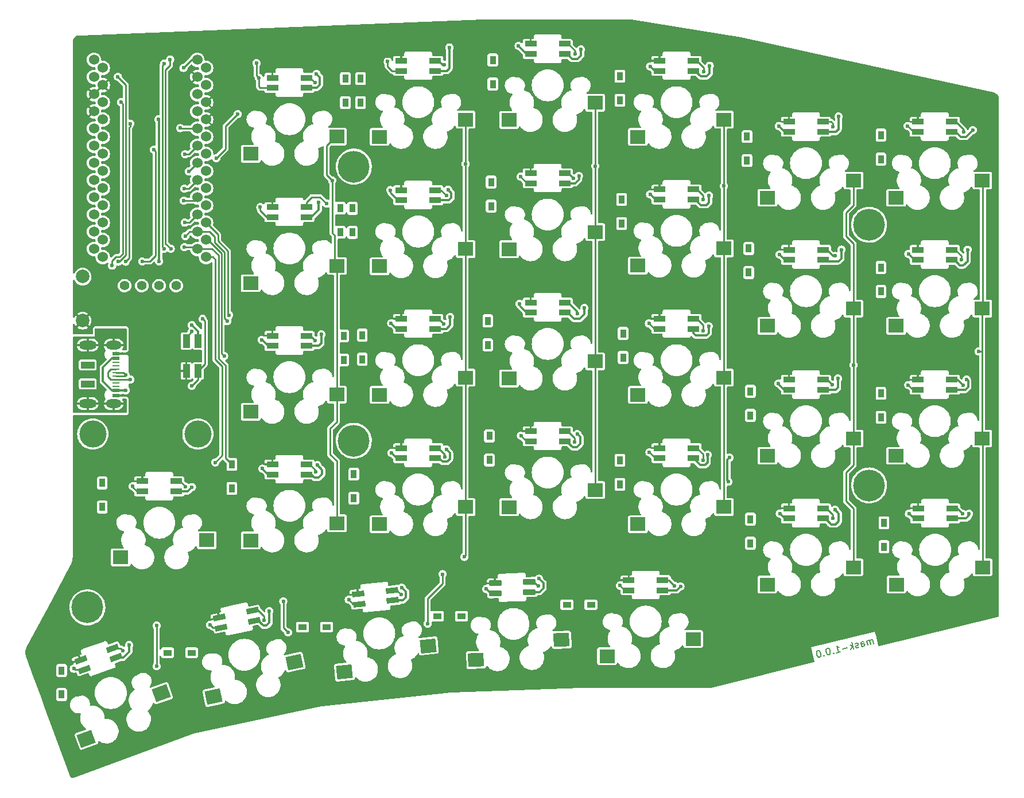
<source format=gbl>
G04 #@! TF.GenerationSoftware,KiCad,Pcbnew,(6.0.8)*
G04 #@! TF.CreationDate,2022-10-04T22:09:12+02:00*
G04 #@! TF.ProjectId,SofleKeyboard,536f666c-654b-4657-9962-6f6172642e6b,rev?*
G04 #@! TF.SameCoordinates,Original*
G04 #@! TF.FileFunction,Copper,L2,Bot*
G04 #@! TF.FilePolarity,Positive*
%FSLAX46Y46*%
G04 Gerber Fmt 4.6, Leading zero omitted, Abs format (unit mm)*
G04 Created by KiCad (PCBNEW (6.0.8)) date 2022-10-04 22:09:12*
%MOMM*%
%LPD*%
G01*
G04 APERTURE LIST*
G04 Aperture macros list*
%AMRotRect*
0 Rectangle, with rotation*
0 The origin of the aperture is its center*
0 $1 length*
0 $2 width*
0 $3 Rotation angle, in degrees counterclockwise*
0 Add horizontal line*
21,1,$1,$2,0,0,$3*%
G04 Aperture macros list end*
%ADD10C,0.200000*%
G04 #@! TA.AperFunction,NonConductor*
%ADD11C,0.200000*%
G04 #@! TD*
G04 #@! TA.AperFunction,ComponentPad*
%ADD12C,4.700000*%
G04 #@! TD*
G04 #@! TA.AperFunction,ComponentPad*
%ADD13C,1.524000*%
G04 #@! TD*
G04 #@! TA.AperFunction,ComponentPad*
%ADD14C,2.000000*%
G04 #@! TD*
G04 #@! TA.AperFunction,SMDPad,CuDef*
%ADD15R,0.950000X1.300000*%
G04 #@! TD*
G04 #@! TA.AperFunction,SMDPad,CuDef*
%ADD16R,1.300000X0.950000*%
G04 #@! TD*
G04 #@! TA.AperFunction,SMDPad,CuDef*
%ADD17R,1.800000X0.820000*%
G04 #@! TD*
G04 #@! TA.AperFunction,SMDPad,CuDef*
%ADD18R,2.300000X2.000000*%
G04 #@! TD*
G04 #@! TA.AperFunction,SMDPad,CuDef*
%ADD19RotRect,1.800000X0.820000X200.000000*%
G04 #@! TD*
G04 #@! TA.AperFunction,SMDPad,CuDef*
%ADD20RotRect,2.300000X2.000000X20.000000*%
G04 #@! TD*
G04 #@! TA.AperFunction,SMDPad,CuDef*
%ADD21RotRect,1.800000X0.820000X186.000000*%
G04 #@! TD*
G04 #@! TA.AperFunction,SMDPad,CuDef*
%ADD22RotRect,2.300000X2.000000X6.000000*%
G04 #@! TD*
G04 #@! TA.AperFunction,SMDPad,CuDef*
%ADD23RotRect,1.800000X0.820000X182.000000*%
G04 #@! TD*
G04 #@! TA.AperFunction,SMDPad,CuDef*
%ADD24RotRect,2.300000X2.000000X2.000000*%
G04 #@! TD*
G04 #@! TA.AperFunction,ComponentPad*
%ADD25C,4.000000*%
G04 #@! TD*
G04 #@! TA.AperFunction,ComponentPad*
%ADD26C,1.397000*%
G04 #@! TD*
G04 #@! TA.AperFunction,SMDPad,CuDef*
%ADD27R,1.000000X2.000000*%
G04 #@! TD*
G04 #@! TA.AperFunction,SMDPad,CuDef*
%ADD28RotRect,1.800000X0.820000X192.000000*%
G04 #@! TD*
G04 #@! TA.AperFunction,SMDPad,CuDef*
%ADD29RotRect,2.300000X2.000000X12.000000*%
G04 #@! TD*
G04 #@! TA.AperFunction,ComponentPad*
%ADD30O,2.300000X1.300000*%
G04 #@! TD*
G04 #@! TA.AperFunction,ComponentPad*
%ADD31O,2.600000X1.300000*%
G04 #@! TD*
G04 #@! TA.AperFunction,SMDPad,CuDef*
%ADD32R,2.000000X1.000000*%
G04 #@! TD*
G04 #@! TA.AperFunction,SMDPad,CuDef*
%ADD33R,1.000000X0.520000*%
G04 #@! TD*
G04 #@! TA.AperFunction,SMDPad,CuDef*
%ADD34R,1.000000X0.270000*%
G04 #@! TD*
G04 #@! TA.AperFunction,ViaPad*
%ADD35C,0.600000*%
G04 #@! TD*
G04 #@! TA.AperFunction,Conductor*
%ADD36C,0.250000*%
G04 #@! TD*
G04 #@! TA.AperFunction,Conductor*
%ADD37C,0.350000*%
G04 #@! TD*
G04 APERTURE END LIST*
D10*
D11*
X206648544Y-127479415D02*
X206487263Y-126832551D01*
X206510303Y-126924960D02*
X206452578Y-126890276D01*
X206348649Y-126867111D01*
X206210035Y-126901672D01*
X206129146Y-126970916D01*
X206105982Y-127074845D01*
X206232703Y-127583096D01*
X206105982Y-127074845D02*
X206036737Y-126993956D01*
X205932808Y-126970792D01*
X205794194Y-127005352D01*
X205713305Y-127074597D01*
X205690141Y-127178526D01*
X205816862Y-127686776D01*
X204938975Y-127905658D02*
X204812254Y-127397408D01*
X204835418Y-127293479D01*
X204916308Y-127224234D01*
X205101126Y-127178154D01*
X205205055Y-127201318D01*
X204927455Y-127859454D02*
X205031384Y-127882618D01*
X205262407Y-127825018D01*
X205343296Y-127755773D01*
X205366460Y-127651844D01*
X205343420Y-127559434D01*
X205274176Y-127478545D01*
X205170246Y-127455381D01*
X204939224Y-127512982D01*
X204835294Y-127489817D01*
X204511614Y-127963134D02*
X204430725Y-128032379D01*
X204245907Y-128078460D01*
X204141978Y-128055295D01*
X204072733Y-127974406D01*
X204061213Y-127928202D01*
X204084377Y-127824272D01*
X204165266Y-127755028D01*
X204303880Y-127720467D01*
X204384769Y-127651223D01*
X204407933Y-127547293D01*
X204396413Y-127501089D01*
X204327168Y-127420200D01*
X204223239Y-127397035D01*
X204084625Y-127431596D01*
X204003736Y-127500840D01*
X203691452Y-128216701D02*
X203449530Y-127246405D01*
X203506882Y-127870104D02*
X203321816Y-128308861D01*
X203160534Y-127661997D02*
X203622331Y-127939473D01*
X202813814Y-128042906D02*
X202074541Y-128227227D01*
X201196406Y-128838785D02*
X201750861Y-128700544D01*
X201473633Y-128769665D02*
X201231711Y-127799369D01*
X201358681Y-127914943D01*
X201474130Y-127984312D01*
X201578059Y-128007476D01*
X200757525Y-128850057D02*
X200722840Y-128907782D01*
X200780565Y-128942466D01*
X200815249Y-128884742D01*
X200757525Y-128850057D01*
X200780565Y-128942466D01*
X199891779Y-128133452D02*
X199799370Y-128156492D01*
X199718481Y-128225737D01*
X199683797Y-128283461D01*
X199660632Y-128387391D01*
X199660508Y-128583729D01*
X199718108Y-128814752D01*
X199810393Y-128988050D01*
X199879638Y-129068939D01*
X199937363Y-129103623D01*
X200041292Y-129126788D01*
X200133701Y-129103748D01*
X200214590Y-129034503D01*
X200249275Y-128976778D01*
X200272439Y-128872849D01*
X200272563Y-128676511D01*
X200214963Y-128445488D01*
X200122678Y-128272190D01*
X200053433Y-128191301D01*
X199995708Y-128156616D01*
X199891779Y-128133452D01*
X199371388Y-129195660D02*
X199336703Y-129253385D01*
X199394428Y-129288069D01*
X199429113Y-129230344D01*
X199371388Y-129195660D01*
X199394428Y-129288069D01*
X198505642Y-128479055D02*
X198413233Y-128502095D01*
X198332344Y-128571339D01*
X198297660Y-128629064D01*
X198274495Y-128732993D01*
X198274371Y-128929332D01*
X198331972Y-129160354D01*
X198424257Y-129333653D01*
X198493501Y-129414542D01*
X198551226Y-129449226D01*
X198655155Y-129472390D01*
X198747564Y-129449350D01*
X198828453Y-129380106D01*
X198863138Y-129322381D01*
X198886302Y-129218452D01*
X198886426Y-129022113D01*
X198828826Y-128791091D01*
X198736541Y-128617792D01*
X198667296Y-128536903D01*
X198609572Y-128502219D01*
X198505642Y-128479055D01*
D12*
X130000000Y-57000000D03*
X206000000Y-65600000D03*
X130000000Y-97500000D03*
X206000000Y-104100000D03*
X90700000Y-122100000D03*
D13*
X91670000Y-41230000D03*
X108208815Y-42425745D03*
X108208815Y-44965745D03*
X91670000Y-43770000D03*
X108208815Y-47505745D03*
X91670000Y-46310000D03*
X91670000Y-48850000D03*
X108208815Y-50045745D03*
X108208815Y-52585745D03*
X91670000Y-51390000D03*
X108208815Y-55125745D03*
X91670000Y-53930000D03*
X91670000Y-56470000D03*
X108208815Y-57665745D03*
X108208815Y-60205745D03*
X91670000Y-59010000D03*
X91670000Y-61550000D03*
X108208815Y-62745745D03*
X91670000Y-64090000D03*
X108208815Y-65285745D03*
X108208815Y-67825745D03*
X91670000Y-66630000D03*
X91670000Y-69170000D03*
X108208815Y-70365745D03*
X106910000Y-69170000D03*
X92968815Y-70365745D03*
X92968815Y-67825745D03*
X106910000Y-66630000D03*
X92968815Y-65285745D03*
X106910000Y-64090000D03*
X92968815Y-62745745D03*
X106910000Y-61550000D03*
X92968815Y-60205745D03*
X106910000Y-59010000D03*
X92968815Y-57665745D03*
X106910000Y-56470000D03*
X92968815Y-55125745D03*
X106910000Y-53930000D03*
X92968815Y-52585745D03*
X106910000Y-51390000D03*
X92968815Y-50045745D03*
X106910000Y-48850000D03*
X106910000Y-46310000D03*
X92968815Y-47505745D03*
X92968815Y-44965745D03*
X106910000Y-43770000D03*
X106910000Y-41230000D03*
X92968815Y-42425745D03*
D14*
X90000000Y-79750000D03*
X90000000Y-73250000D03*
D15*
X128750000Y-44000000D03*
X128750000Y-47550000D03*
X131000000Y-44005500D03*
X131000000Y-47555500D03*
X150500000Y-41265000D03*
X150500000Y-44815000D03*
X169250000Y-43650000D03*
X169250000Y-47200000D03*
X188000000Y-52575000D03*
X188000000Y-56125000D03*
X207750000Y-52350000D03*
X207750000Y-55900000D03*
X128000000Y-63140000D03*
X128000000Y-66690000D03*
X129800000Y-63165000D03*
X129800000Y-66715000D03*
X150250000Y-59290000D03*
X150250000Y-62840000D03*
X169500000Y-61875000D03*
X169500000Y-65425000D03*
X188250000Y-69100000D03*
X188250000Y-72650000D03*
X207750000Y-71900000D03*
X207750000Y-75450000D03*
X128500000Y-82000000D03*
X128500000Y-85550000D03*
X131250000Y-81900000D03*
X131250000Y-85450000D03*
X149750000Y-79790000D03*
X149750000Y-83340000D03*
X169725000Y-81650000D03*
X169725000Y-85200000D03*
X188500000Y-90200000D03*
X188500000Y-93750000D03*
X207750000Y-90500000D03*
X207750000Y-94050000D03*
X112000000Y-100975000D03*
X112000000Y-104525000D03*
X130000000Y-102425000D03*
X130000000Y-105975000D03*
X150000000Y-96790000D03*
X150000000Y-100340000D03*
X169250000Y-100375000D03*
X169250000Y-103925000D03*
X188500000Y-109075000D03*
X188500000Y-112625000D03*
X208200000Y-109600000D03*
X208200000Y-113150000D03*
X92900000Y-103725000D03*
X92900000Y-107275000D03*
X86900000Y-131425000D03*
X86900000Y-134975000D03*
D16*
X102525000Y-128800000D03*
X106075000Y-128800000D03*
X122425000Y-125000000D03*
X125975000Y-125000000D03*
X142325000Y-123400000D03*
X145875000Y-123400000D03*
D17*
X123000000Y-43875000D03*
X118000000Y-43875000D03*
X118000000Y-45375000D03*
X123000000Y-45375000D03*
D18*
X114800000Y-55120000D03*
X127500000Y-52580000D03*
D17*
X142000000Y-41375000D03*
X137000000Y-41375000D03*
X137000000Y-42875000D03*
X142000000Y-42875000D03*
D18*
X133800000Y-52620000D03*
X146500000Y-50080000D03*
D17*
X161100000Y-38875000D03*
X156100000Y-38875000D03*
X156100000Y-40375000D03*
X161100000Y-40375000D03*
D18*
X152900000Y-50120000D03*
X165600000Y-47580000D03*
D17*
X180100000Y-41375000D03*
X175100000Y-41375000D03*
X175100000Y-42875000D03*
X180100000Y-42875000D03*
D18*
X171900000Y-52620000D03*
X184600000Y-50080000D03*
D17*
X199200000Y-50375000D03*
X194200000Y-50375000D03*
X194200000Y-51875000D03*
X199200000Y-51875000D03*
D18*
X191000000Y-61620000D03*
X203700000Y-59080000D03*
D17*
X123000000Y-62975000D03*
X118000000Y-62975000D03*
X118000000Y-64475000D03*
X123000000Y-64475000D03*
D18*
X114800000Y-74220000D03*
X127500000Y-71680000D03*
D17*
X142000000Y-60475000D03*
X137000000Y-60475000D03*
X137000000Y-61975000D03*
X142000000Y-61975000D03*
D18*
X133800000Y-71720000D03*
X146500000Y-69180000D03*
D17*
X161100000Y-57965000D03*
X156100000Y-57965000D03*
X156100000Y-59465000D03*
X161100000Y-59465000D03*
D18*
X152900000Y-69210000D03*
X165600000Y-66670000D03*
D17*
X180100000Y-60375000D03*
X175100000Y-60375000D03*
X175100000Y-61875000D03*
X180100000Y-61875000D03*
D18*
X171900000Y-71620000D03*
X184600000Y-69080000D03*
D17*
X199200000Y-69275000D03*
X194200000Y-69275000D03*
X194200000Y-70775000D03*
X199200000Y-70775000D03*
D18*
X191000000Y-80520000D03*
X203700000Y-77980000D03*
D17*
X218200000Y-69275000D03*
X213200000Y-69275000D03*
X213200000Y-70775000D03*
X218200000Y-70775000D03*
D18*
X210000000Y-80520000D03*
X222700000Y-77980000D03*
D17*
X123000000Y-81975000D03*
X118000000Y-81975000D03*
X118000000Y-83475000D03*
X123000000Y-83475000D03*
D18*
X114800000Y-93220000D03*
X127500000Y-90680000D03*
D17*
X142000000Y-79475000D03*
X137000000Y-79475000D03*
X137000000Y-80975000D03*
X142000000Y-80975000D03*
D18*
X133800000Y-90720000D03*
X146500000Y-88180000D03*
D17*
X161100000Y-77065000D03*
X156100000Y-77065000D03*
X156100000Y-78565000D03*
X161100000Y-78565000D03*
D18*
X152900000Y-88310000D03*
X165600000Y-85770000D03*
D17*
X180100000Y-79475000D03*
X175100000Y-79475000D03*
X175100000Y-80975000D03*
X180100000Y-80975000D03*
D18*
X171900000Y-90720000D03*
X184600000Y-88180000D03*
D17*
X199200000Y-88475000D03*
X194200000Y-88475000D03*
X194200000Y-89975000D03*
X199200000Y-89975000D03*
D18*
X191000000Y-99720000D03*
X203700000Y-97180000D03*
D17*
X218200000Y-88475000D03*
X213200000Y-88475000D03*
X213200000Y-89975000D03*
X218200000Y-89975000D03*
D18*
X210000000Y-99720000D03*
X222700000Y-97180000D03*
D17*
X123000000Y-100975000D03*
X118000000Y-100975000D03*
X118000000Y-102475000D03*
X123000000Y-102475000D03*
D18*
X114800000Y-112220000D03*
X127500000Y-109680000D03*
D17*
X142000000Y-98575000D03*
X137000000Y-98575000D03*
X137000000Y-100075000D03*
X142000000Y-100075000D03*
D18*
X133800000Y-109820000D03*
X146500000Y-107280000D03*
D17*
X161100000Y-96065000D03*
X156100000Y-96065000D03*
X156100000Y-97565000D03*
X161100000Y-97565000D03*
D18*
X152900000Y-107310000D03*
X165600000Y-104770000D03*
D17*
X180100000Y-98575000D03*
X175100000Y-98575000D03*
X175100000Y-100075000D03*
X180100000Y-100075000D03*
D18*
X171900000Y-109820000D03*
X184600000Y-107280000D03*
D17*
X199200000Y-107475000D03*
X194200000Y-107475000D03*
X194200000Y-108975000D03*
X199200000Y-108975000D03*
D18*
X191000000Y-118720000D03*
X203700000Y-116180000D03*
D17*
X218250000Y-107475000D03*
X213250000Y-107475000D03*
X213250000Y-108975000D03*
X218250000Y-108975000D03*
D18*
X210050000Y-118720000D03*
X222750000Y-116180000D03*
D19*
X94404358Y-128139332D03*
X89705895Y-129849433D03*
X90218925Y-131258972D03*
X94917388Y-129548871D03*
D20*
X90544895Y-141510741D03*
X101610260Y-134780266D03*
D21*
X135596068Y-119597232D03*
X130623458Y-120119875D03*
X130780251Y-121611657D03*
X135752861Y-121089015D03*
D22*
X128616411Y-131637764D03*
X140981337Y-127784167D03*
D23*
X155834718Y-118341482D03*
X150837764Y-118515980D03*
X150890113Y-120015066D03*
X155887067Y-119840569D03*
D24*
X148032158Y-129865808D03*
X160635776Y-126884132D03*
D25*
X91500000Y-96500000D03*
D26*
X96190000Y-74600000D03*
X98730000Y-74600000D03*
X101270000Y-74600000D03*
X103810000Y-74600000D03*
D16*
X161425000Y-121700000D03*
X164975000Y-121700000D03*
D25*
X107000000Y-96500000D03*
D27*
X107035000Y-87187900D03*
X105285000Y-87187900D03*
X105285000Y-82787900D03*
X107035000Y-82787900D03*
D17*
X175550000Y-118075000D03*
X170550000Y-118075000D03*
X170550000Y-119575000D03*
X175550000Y-119575000D03*
D18*
X167350000Y-129320000D03*
X180050000Y-126780000D03*
D28*
X115021910Y-122589067D03*
X110131172Y-123628625D03*
X110443039Y-125095847D03*
X115333777Y-124056288D03*
D29*
X109339067Y-135293212D03*
X121233445Y-130168239D03*
D17*
X218200000Y-50375000D03*
X213200000Y-50375000D03*
X213200000Y-51875000D03*
X218200000Y-51875000D03*
D18*
X210000000Y-61620000D03*
X222700000Y-59080000D03*
D30*
X94575000Y-83380000D03*
D31*
X90750000Y-92020000D03*
D30*
X94575000Y-92020000D03*
D31*
X90750000Y-83380000D03*
D17*
X103800000Y-103475000D03*
X98800000Y-103475000D03*
X98800000Y-104975000D03*
X103800000Y-104975000D03*
D18*
X95600000Y-114720000D03*
X108300000Y-112180000D03*
D32*
X90750000Y-86300000D03*
X90750000Y-89100000D03*
D33*
X94950000Y-90800000D03*
X94950000Y-90050000D03*
D34*
X94950000Y-89450000D03*
X94950000Y-87950000D03*
X94950000Y-86950000D03*
X94950000Y-85950000D03*
D33*
X94950000Y-85350000D03*
X94950000Y-84600000D03*
X94950000Y-84600000D03*
X94950000Y-85350000D03*
D34*
X94950000Y-86450000D03*
X94950000Y-87450000D03*
X94950000Y-88450000D03*
X94950000Y-88950000D03*
D33*
X94950000Y-90050000D03*
X94950000Y-90800000D03*
D30*
X94575000Y-83380000D03*
D31*
X90750000Y-83380000D03*
D30*
X94575000Y-92020000D03*
D31*
X90750000Y-92020000D03*
D35*
X114800000Y-55120000D03*
X128700000Y-47600000D03*
X109570000Y-100690000D03*
X122400000Y-125000000D03*
X102500000Y-128800000D03*
X86900000Y-131400000D03*
X142390000Y-123400000D03*
X92900000Y-103700000D03*
X161400000Y-121700000D03*
X131000000Y-47600000D03*
X133800000Y-52620000D03*
X150500000Y-44800000D03*
X152900000Y-50120000D03*
X130994500Y-44000000D03*
X207750000Y-52350000D03*
X105660000Y-57720000D03*
X128800000Y-44000000D03*
X109710000Y-55760000D03*
X112870000Y-49240000D03*
X188000000Y-52575000D03*
X150500000Y-41265000D03*
X169300000Y-43700000D03*
X171900000Y-52620000D03*
X169300000Y-47200000D03*
X188250000Y-69100000D03*
X150250000Y-59290000D03*
X105060000Y-65280000D03*
X169500000Y-61875000D03*
X207725000Y-71925000D03*
X129787500Y-63152500D03*
X128000000Y-63140000D03*
X191000000Y-61620000D03*
X188000000Y-56200000D03*
X149750000Y-79790000D03*
X188550000Y-90250000D03*
X207750000Y-90500000D03*
X110880000Y-84990000D03*
X169687500Y-81612500D03*
X131325000Y-81975000D03*
X128500000Y-82000000D03*
X210100000Y-61620000D03*
X207800000Y-55900000D03*
X130050000Y-102475000D03*
X208200000Y-109600000D03*
X169287500Y-100412500D03*
X105000000Y-68900000D03*
X112000000Y-100975000D03*
X188512500Y-109087500D03*
X150000000Y-96790000D03*
X128000000Y-66640000D03*
X114800000Y-74220000D03*
X129900000Y-66740000D03*
X133800000Y-71720000D03*
X150300000Y-62900000D03*
X152900000Y-69210000D03*
X169500000Y-65500000D03*
X171900000Y-71620000D03*
X188200000Y-72700000D03*
X191000000Y-80520000D03*
X207700000Y-75500000D03*
X210000000Y-80520000D03*
X114800000Y-93220000D03*
X128400000Y-85600000D03*
X133800000Y-90720000D03*
X131200000Y-85500000D03*
X152900000Y-88310000D03*
X149800000Y-83400000D03*
X169700000Y-85300000D03*
X171900000Y-90720000D03*
X188500000Y-93800000D03*
X191000000Y-99720000D03*
X207800000Y-94100000D03*
X210000000Y-99720000D03*
X112000000Y-104500000D03*
X114800000Y-112220000D03*
X130000000Y-106025000D03*
X133800000Y-109820000D03*
X152900000Y-107310000D03*
X150000000Y-100400000D03*
X171900000Y-109820000D03*
X169200000Y-103900000D03*
X188400000Y-112700000D03*
X191000000Y-118720000D03*
X208200000Y-113200000D03*
X210050000Y-118720000D03*
X90544895Y-141510741D03*
X86900000Y-134975000D03*
X109339067Y-135293212D03*
X106075000Y-128800000D03*
X128616411Y-131637764D03*
X126000000Y-125000000D03*
X106100000Y-80400000D03*
X143640000Y-98770000D03*
X201500000Y-49600000D03*
X182400000Y-61300000D03*
X185260000Y-103550000D03*
X163500000Y-39700000D03*
X221300000Y-51600000D03*
X96860000Y-127660000D03*
X164010000Y-77900000D03*
X106120000Y-104330000D03*
X182340000Y-80590000D03*
X137060000Y-119160000D03*
X96375000Y-90050000D03*
X101155999Y-50025048D03*
X143900000Y-60400000D03*
X182500000Y-42100000D03*
X200980000Y-107690000D03*
X124800000Y-62300000D03*
X185400000Y-100000000D03*
X220525000Y-69275000D03*
X124500000Y-43300000D03*
X144210000Y-79220000D03*
X162970000Y-96500000D03*
X101270000Y-71000000D03*
X157300000Y-117870000D03*
X124620000Y-101090000D03*
X125200000Y-81780000D03*
X220390000Y-88440000D03*
X178190000Y-118990000D03*
X182185000Y-99575000D03*
X163200000Y-58400000D03*
X220750000Y-108240000D03*
X201925000Y-69275000D03*
X144100000Y-39400000D03*
X117540000Y-122660000D03*
X201410000Y-88300000D03*
X217266679Y-83642002D03*
X119560000Y-119510000D03*
X103270000Y-43670000D03*
X205020000Y-90900000D03*
X132580000Y-67430000D03*
X97475000Y-80625000D03*
X103110000Y-62010000D03*
X85186679Y-134442002D03*
X143606679Y-114122002D03*
X215710000Y-78760000D03*
X185680000Y-77980000D03*
X181706679Y-83642002D03*
X186786679Y-114122002D03*
X177650000Y-51080000D03*
X139460000Y-50990000D03*
X95346679Y-98882002D03*
X192200000Y-90000000D03*
X161100000Y-124000000D03*
X89000000Y-94100000D03*
X92806679Y-114122002D03*
X224420000Y-122960000D03*
X215730000Y-98040000D03*
X97500000Y-126570000D03*
X97886679Y-63322002D03*
X128640000Y-76560000D03*
X166466679Y-131902002D03*
X173180000Y-60020000D03*
X125250000Y-84670000D03*
X181706679Y-111582002D03*
X108100000Y-125900000D03*
X164130000Y-118740000D03*
X98890000Y-69360000D03*
X224530000Y-81940000D03*
X186786679Y-131902002D03*
X94390000Y-40820000D03*
X221520000Y-72410000D03*
X112120000Y-99360000D03*
X97500000Y-71320000D03*
X155040000Y-91850000D03*
X93400000Y-101860000D03*
X203600000Y-120700000D03*
X135986679Y-134442002D03*
X123286679Y-129362002D03*
X189600000Y-68900000D03*
X167930000Y-66840000D03*
X125826679Y-134442002D03*
X189326679Y-101422002D03*
X192300000Y-51900000D03*
X168400000Y-119600000D03*
X97886679Y-37922002D03*
X224440000Y-113660000D03*
X179180000Y-122530000D03*
X126140000Y-78350000D03*
X110586679Y-119202002D03*
X151226679Y-131902002D03*
X156500000Y-122900000D03*
X161386679Y-53162002D03*
X154100000Y-78600000D03*
X88540000Y-132660000D03*
X177500000Y-108300000D03*
X196770000Y-60000000D03*
X185520000Y-83460000D03*
X154100000Y-40200000D03*
X120470000Y-53510000D03*
X161386679Y-114122002D03*
X164640000Y-80210000D03*
X97750000Y-56670000D03*
X126190000Y-105060000D03*
X161386679Y-101422002D03*
X189326679Y-43002002D03*
X169006679Y-111582002D03*
X215680000Y-59910000D03*
X166580000Y-62090000D03*
X125610000Y-65550000D03*
X94000000Y-77300000D03*
X183860000Y-117960000D03*
X173000000Y-127600000D03*
X221540000Y-103590000D03*
X118206679Y-136982002D03*
X181706679Y-76022002D03*
X105506679Y-37922002D03*
X102400000Y-70710000D03*
X136700000Y-103320000D03*
X128180000Y-68180000D03*
X210500000Y-71200000D03*
X94410000Y-48850000D03*
X169006679Y-63322002D03*
X178450000Y-117330000D03*
X111920000Y-89020000D03*
X224680000Y-101250000D03*
X181706679Y-45542002D03*
X97300000Y-91000000D03*
X147590000Y-81530000D03*
X158846679Y-119202002D03*
X188970000Y-80290000D03*
X148686679Y-101422002D03*
X100310000Y-53070000D03*
X174086679Y-55702002D03*
X120500000Y-110800000D03*
X114500000Y-132400000D03*
X196946679Y-98882002D03*
X142210000Y-121540000D03*
X147760000Y-60620000D03*
X211300000Y-51900000D03*
X143606679Y-45542002D03*
X158780000Y-67640000D03*
X212300000Y-123100000D03*
X96450000Y-76000000D03*
X108120000Y-100630000D03*
X142490000Y-83720000D03*
X201460000Y-105920000D03*
X93450000Y-125360000D03*
X174450000Y-83610000D03*
X130906679Y-70942002D03*
X101370000Y-77530000D03*
X148686679Y-48082002D03*
X97180000Y-46150000D03*
X202680000Y-109260000D03*
X126420000Y-75870000D03*
X112480000Y-78140000D03*
X105302039Y-48850000D03*
X106900000Y-75360000D03*
X133446679Y-55702002D03*
X118206679Y-58242002D03*
X114830000Y-45700000D03*
X196750000Y-116750000D03*
X189326679Y-76022002D03*
X148400000Y-120100000D03*
X99900000Y-64830000D03*
X118206679Y-78562002D03*
X186786679Y-58242002D03*
X204810000Y-85740000D03*
X179166679Y-37922002D03*
X164380000Y-95350000D03*
X177650000Y-70050000D03*
X184246679Y-40462002D03*
X188400000Y-119900000D03*
X210400000Y-90430000D03*
X168000000Y-71600000D03*
X186300000Y-71000000D03*
X125520000Y-95180000D03*
X133446679Y-114122002D03*
X147520000Y-76100000D03*
X205200000Y-73500000D03*
X134400000Y-43200000D03*
X204566679Y-60782002D03*
X100800000Y-48850000D03*
X140600000Y-116100000D03*
X161386679Y-43002002D03*
X151720000Y-61080000D03*
X135100000Y-100600000D03*
X105140000Y-43790000D03*
X141066679Y-55702002D03*
X125826679Y-114122002D03*
X163926679Y-124282002D03*
X82646679Y-129362002D03*
X85186679Y-124282002D03*
X89200000Y-78000000D03*
X144420000Y-43720000D03*
X163926679Y-37922002D03*
X129700000Y-124500000D03*
X104700000Y-92000000D03*
X181706679Y-55702002D03*
X181706679Y-93802002D03*
X209010000Y-105360000D03*
X138526679Y-37922002D03*
X136850000Y-64500000D03*
X128366679Y-50622002D03*
X129840000Y-80630000D03*
X175200000Y-74900000D03*
X108710000Y-73720000D03*
X202390000Y-85190000D03*
X87726679Y-119202002D03*
X143606679Y-76022002D03*
X94800000Y-62200000D03*
X116400000Y-84310000D03*
X110586679Y-43002002D03*
X87726679Y-142062002D03*
X205640000Y-109250000D03*
X166466679Y-45542002D03*
X173200000Y-81000000D03*
X189290000Y-86670000D03*
X194406679Y-83642002D03*
X114020000Y-86010000D03*
X105506679Y-116662002D03*
X131310000Y-64080000D03*
X158630000Y-86410000D03*
X128330000Y-54430000D03*
X100426679Y-93802002D03*
X145620000Y-65140000D03*
X145670000Y-61460000D03*
X204566679Y-48082002D03*
X223960000Y-105300000D03*
X224610000Y-91690000D03*
X209646679Y-53162002D03*
X189290000Y-106340000D03*
X94850000Y-45940000D03*
X171546679Y-37922002D03*
X112430000Y-73550000D03*
X185520000Y-65570000D03*
X194406679Y-65862002D03*
X97525000Y-77425000D03*
X202030000Y-90910000D03*
X151226679Y-73482002D03*
X147380000Y-71220000D03*
X116100000Y-64500000D03*
X186786679Y-96342002D03*
X111280000Y-113380000D03*
X108046679Y-103962002D03*
X125270000Y-99330000D03*
X124990000Y-58050000D03*
X116290000Y-103170000D03*
X186520000Y-90030000D03*
X99610000Y-58300000D03*
X151226679Y-53162002D03*
X161386679Y-63322002D03*
X89000000Y-74800000D03*
X104450000Y-40260000D03*
X209646679Y-45542002D03*
X148686679Y-109042002D03*
X157270000Y-36090000D03*
X149120000Y-87900000D03*
X103260000Y-64780000D03*
X147490000Y-67300000D03*
X105420000Y-46180000D03*
X219700000Y-106600000D03*
X97886679Y-53162002D03*
X92780000Y-71880000D03*
X94780000Y-57540000D03*
X139110000Y-120950000D03*
X156306679Y-111582002D03*
X89350000Y-104070000D03*
X93980000Y-108850000D03*
X166800000Y-75200000D03*
X105506679Y-63322002D03*
X174380000Y-64910000D03*
X89420000Y-38400000D03*
X102966679Y-98882002D03*
X96240000Y-132260000D03*
X142190000Y-64650000D03*
X105506679Y-134442002D03*
X102966679Y-139522002D03*
X89010000Y-55700000D03*
X202026679Y-73482002D03*
X111420000Y-84040000D03*
X96540000Y-43600000D03*
X166500000Y-80280000D03*
X210710000Y-86100000D03*
X103030000Y-46200000D03*
X89900000Y-100300000D03*
X192300000Y-70800000D03*
X217266679Y-45542002D03*
X181400000Y-129700000D03*
X123286679Y-121742002D03*
X97886679Y-142062002D03*
X167860000Y-85760000D03*
X94790000Y-52940000D03*
X164640000Y-62270000D03*
X153700000Y-127900000D03*
X199486679Y-93802002D03*
X189326679Y-63322002D03*
X104740000Y-76530000D03*
X205400000Y-71200000D03*
X193500000Y-73600000D03*
X149900000Y-91370000D03*
X154200000Y-59500000D03*
X211400000Y-109600000D03*
X142240000Y-103270000D03*
X97800000Y-129240000D03*
X135000000Y-81000000D03*
X102966679Y-126822002D03*
X126940000Y-57420000D03*
X166466679Y-55702002D03*
X103280000Y-53010000D03*
X136630000Y-83820000D03*
X139250000Y-95270000D03*
X163450000Y-60070000D03*
X96960000Y-105500000D03*
X151226679Y-114122002D03*
X174086679Y-45542002D03*
X148840000Y-40140000D03*
X107150000Y-130970000D03*
X138840000Y-74410000D03*
X166466679Y-106502002D03*
X220700000Y-111000000D03*
X166720000Y-60030000D03*
X164210000Y-41150000D03*
X105506679Y-53162002D03*
X91400000Y-133840000D03*
X164570000Y-90240000D03*
X133446679Y-45542002D03*
X118206679Y-96342002D03*
X109810000Y-53830000D03*
X106780000Y-71400000D03*
X164430000Y-75210000D03*
X206160000Y-80080000D03*
X224590000Y-73080000D03*
X143606679Y-124282002D03*
X199486679Y-55702002D03*
X192300000Y-109000000D03*
X112040000Y-92540000D03*
X196640000Y-78690000D03*
X194406679Y-103962002D03*
X144620000Y-97050000D03*
X113126679Y-37922002D03*
X95500000Y-138000000D03*
X173100000Y-100100000D03*
X194406679Y-40462002D03*
X99700000Y-88400000D03*
X174086679Y-93802002D03*
X132590000Y-99020000D03*
X196946679Y-129362002D03*
X89010000Y-71700000D03*
X139560000Y-70270000D03*
X110586679Y-136982002D03*
X147670000Y-36520000D03*
X181500000Y-123100000D03*
X129770000Y-89640000D03*
X89000000Y-47570000D03*
X125826679Y-45542002D03*
X202026679Y-43002002D03*
X89130000Y-63400000D03*
X130906679Y-37922002D03*
X134330000Y-92730000D03*
X158220000Y-72420000D03*
X178310000Y-120220000D03*
X102966679Y-88722002D03*
X214726679Y-65862002D03*
X172980000Y-61930000D03*
X151226679Y-81102002D03*
X120570000Y-91340000D03*
X128650000Y-94280000D03*
X92806679Y-144602002D03*
X123286679Y-37922002D03*
X102200000Y-75750000D03*
X186786679Y-48082002D03*
X123286679Y-106502002D03*
X128520000Y-73570000D03*
X128540000Y-104550000D03*
X89540000Y-110130000D03*
X97886679Y-119202002D03*
X97400000Y-85000000D03*
X116960000Y-80740000D03*
X102966679Y-58242002D03*
X177550000Y-88960000D03*
X97400000Y-48850000D03*
X158600000Y-106100000D03*
X100720000Y-43710000D03*
X106840000Y-122520000D03*
X206200000Y-97450000D03*
X187400000Y-126500000D03*
X134100000Y-129400000D03*
X166630000Y-95380000D03*
X202400000Y-71500000D03*
X123280000Y-86750000D03*
X224530000Y-65220000D03*
X146770000Y-125470000D03*
X139500000Y-108400000D03*
X110670000Y-101110000D03*
X111400000Y-80990000D03*
X221450000Y-91180000D03*
X135200000Y-62000000D03*
X158846679Y-131902002D03*
X133446679Y-76022002D03*
X154200000Y-97600000D03*
X203490000Y-106020000D03*
X100950000Y-46140000D03*
X202400000Y-123100000D03*
X158590000Y-48360000D03*
X143606679Y-131902002D03*
X174086679Y-114122002D03*
X139410000Y-89130000D03*
X140170000Y-126200000D03*
X128200000Y-121800000D03*
X115380000Y-115760000D03*
X205600000Y-112200000D03*
X104720000Y-80340000D03*
X129770000Y-83750000D03*
X102600000Y-85500000D03*
X94950000Y-69400000D03*
X101400000Y-113100000D03*
X92790000Y-74320000D03*
X209646679Y-63322002D03*
X215670000Y-117190000D03*
X173500000Y-43800000D03*
X160800000Y-91870000D03*
X110586679Y-58242002D03*
X130906679Y-109042002D03*
X123286679Y-68402002D03*
X118206679Y-40462002D03*
X180570000Y-65010000D03*
X207620000Y-126720000D03*
X120746679Y-73482002D03*
X166190000Y-124830000D03*
X224570000Y-53650000D03*
X127040000Y-127160000D03*
X169006679Y-98882002D03*
X171546679Y-81102002D03*
X103900000Y-82200000D03*
X174086679Y-131902002D03*
X110586679Y-65862002D03*
X186786679Y-106502002D03*
X108840000Y-85980000D03*
X218980000Y-122330000D03*
X117510000Y-86770000D03*
X108700000Y-79120000D03*
X113300000Y-107570000D03*
X222346679Y-48082002D03*
X88040000Y-137590000D03*
X127610000Y-99440000D03*
X147670000Y-94420000D03*
X193600000Y-123100000D03*
X109770000Y-108610000D03*
X103190000Y-48850000D03*
X109500000Y-94600000D03*
X99880000Y-61900000D03*
X95030000Y-64800000D03*
X214520000Y-103390000D03*
X163926679Y-70942002D03*
X196946679Y-45542002D03*
X153766679Y-43002002D03*
X116400000Y-126800000D03*
X155810000Y-62470000D03*
X104350000Y-57160000D03*
X111350000Y-79830000D03*
X222315999Y-59080000D03*
X222750000Y-116180000D03*
X222305500Y-97180000D03*
X222275500Y-77980000D03*
X180050000Y-126780000D03*
X105134399Y-67275500D03*
X222150000Y-84300000D03*
X203700000Y-116180000D03*
X203700000Y-59080000D03*
X203700000Y-97180000D03*
X203700000Y-77980000D03*
X203700000Y-86320000D03*
X160635776Y-126884132D03*
X111610000Y-78930000D03*
X184600000Y-69080000D03*
X140981337Y-127784167D03*
X143100000Y-117200000D03*
X184600000Y-50080000D03*
X184600000Y-59870000D03*
X140900000Y-124500000D03*
X184585500Y-107281632D03*
X184600000Y-88180000D03*
X165600000Y-85770000D03*
X119600000Y-121200000D03*
X104910000Y-62020000D03*
X120300000Y-125800000D03*
X165600000Y-104770000D03*
X121233445Y-130168239D03*
X165600000Y-66670000D03*
X165600000Y-47580000D03*
X165600000Y-56920000D03*
X100900000Y-130800000D03*
X146500000Y-56600000D03*
X146300000Y-114650000D03*
X146500000Y-107280000D03*
X101610260Y-134780266D03*
X146500000Y-88180000D03*
X146500000Y-69180000D03*
X100900000Y-124800000D03*
X146500000Y-50080000D03*
X96316116Y-71047062D03*
X97010000Y-50660000D03*
X102010000Y-69120000D03*
X102020000Y-41800000D03*
X98790000Y-71000000D03*
X100520000Y-54500000D03*
X94350000Y-71630000D03*
X95645745Y-47505745D03*
X148032158Y-129865808D03*
X145890000Y-123400000D03*
X143366408Y-41963790D03*
X154300000Y-39200000D03*
X95216589Y-71046589D03*
X95200000Y-43770000D03*
X167350000Y-129320000D03*
X165000000Y-121700000D03*
X124266101Y-44624811D03*
X135000000Y-41500000D03*
X92600000Y-90500000D03*
X92600000Y-84900000D03*
X89100000Y-84800000D03*
X89100000Y-87700000D03*
X96100000Y-93000000D03*
X88900000Y-93000000D03*
X89100000Y-90500000D03*
X95700000Y-81500000D03*
X192700000Y-51000000D03*
X181600000Y-43000000D03*
X97050000Y-88450000D03*
X96350000Y-87800000D03*
X115640000Y-41720000D03*
X103000000Y-69120000D03*
X116000000Y-43900000D03*
X107700000Y-79500000D03*
X106100000Y-89400000D03*
X102910000Y-41170000D03*
X106123056Y-81376944D03*
X211700000Y-51000000D03*
X200700000Y-51100000D03*
X219975000Y-51875000D03*
X116200000Y-63000000D03*
X162380590Y-58731499D03*
X173700000Y-61100000D03*
X125950000Y-62450000D03*
X135375000Y-60475000D03*
X173700000Y-42200000D03*
X162625000Y-40375000D03*
X154600000Y-58500000D03*
X143700000Y-61300000D03*
X181499502Y-61875000D03*
X192800000Y-70000000D03*
X219599502Y-70775000D03*
X116400000Y-82600000D03*
X154430000Y-77250000D03*
X143266207Y-80225302D03*
X192650000Y-89020000D03*
X181550000Y-81220000D03*
X219876927Y-89300500D03*
X116520000Y-101610000D03*
X219830000Y-108300500D03*
X97400000Y-104210000D03*
X129250000Y-120960000D03*
X116793424Y-123999536D03*
X201000000Y-70200000D03*
X211800000Y-69900000D03*
X135540000Y-99290000D03*
X124399502Y-102100000D03*
X135510000Y-80130000D03*
X124296017Y-82689421D03*
X154650000Y-96760000D03*
X143450000Y-99850000D03*
X162980000Y-78690000D03*
X173530000Y-80180000D03*
X181499502Y-100360000D03*
X192830000Y-108230000D03*
X211790000Y-89260000D03*
X200580000Y-89220000D03*
X95967201Y-128493914D03*
X108800000Y-124690000D03*
X104870000Y-42430000D03*
X149540154Y-119393348D03*
X136962442Y-120238202D03*
X162540000Y-97710000D03*
X173610000Y-99220000D03*
X157192259Y-118949082D03*
X169237945Y-118882666D03*
X211880000Y-108280000D03*
X200685000Y-108975000D03*
X177310000Y-118900000D03*
X105187872Y-104300500D03*
X88690000Y-131160000D03*
X104390000Y-51320000D03*
X105110000Y-55170000D03*
X92900000Y-107200000D03*
X95600000Y-114720000D03*
X127500000Y-90680000D03*
X127500000Y-52580000D03*
X126800000Y-59040000D03*
X105000000Y-60280000D03*
X127500000Y-109680000D03*
X108300000Y-112180000D03*
X127500000Y-71680000D03*
D36*
X109580000Y-70730000D02*
X109580000Y-85520000D01*
X110600000Y-86540000D02*
X110600000Y-99660000D01*
X110600000Y-99660000D02*
X109570000Y-100690000D01*
X108208815Y-70365745D02*
X109215745Y-70365745D01*
X109215745Y-70365745D02*
X109580000Y-70730000D01*
X109580000Y-85520000D02*
X110600000Y-86540000D01*
X111070000Y-51040000D02*
X112870000Y-49240000D01*
X111070000Y-54400000D02*
X111070000Y-51040000D01*
X109710000Y-55760000D02*
X111070000Y-54400000D01*
X105660000Y-57720000D02*
X106910000Y-56470000D01*
X105720000Y-65280000D02*
X106910000Y-64090000D01*
X105060000Y-65280000D02*
X105720000Y-65280000D01*
X110500000Y-84610000D02*
X110500000Y-69830000D01*
X108495745Y-67825745D02*
X108208815Y-67825745D01*
X110880000Y-84990000D02*
X110500000Y-84610000D01*
X110500000Y-69830000D02*
X108495745Y-67825745D01*
X110040000Y-85330000D02*
X110580000Y-85870000D01*
X110590000Y-85870000D02*
X111067500Y-86347500D01*
X111067500Y-86347500D02*
X111067500Y-100042500D01*
X106640000Y-68900000D02*
X106910000Y-69170000D01*
X105000000Y-68900000D02*
X106640000Y-68900000D01*
X106910000Y-69170000D02*
X109090000Y-69170000D01*
X110040000Y-70120000D02*
X110040000Y-85330000D01*
X110580000Y-85870000D02*
X110590000Y-85870000D01*
X111067500Y-100042500D02*
X112000000Y-100975000D01*
X109090000Y-69170000D02*
X110040000Y-70120000D01*
D37*
X155887067Y-119840569D02*
X157389431Y-119840569D01*
X124170000Y-102950000D02*
X124790000Y-102950000D01*
X180100000Y-80975000D02*
X180100000Y-81620000D01*
X161100000Y-78565000D02*
X161525000Y-78565000D01*
X220185000Y-89975000D02*
X220610000Y-89550000D01*
X144180000Y-100190000D02*
X144180000Y-99310000D01*
X220525000Y-70975000D02*
X220525000Y-69275000D01*
X144400000Y-61600000D02*
X144400000Y-60900000D01*
X181200000Y-43700000D02*
X182000000Y-43700000D01*
X163420000Y-96950000D02*
X162970000Y-96500000D01*
X123000000Y-102475000D02*
X123695000Y-102475000D01*
X125320000Y-102420000D02*
X125320000Y-101790000D01*
X201125000Y-51875000D02*
X201500000Y-51500000D01*
X117550000Y-124370000D02*
X117550000Y-122670000D01*
X220300000Y-52600000D02*
X221300000Y-51600000D01*
X161100000Y-59465000D02*
X162635000Y-59465000D01*
X94950000Y-90050000D02*
X96375000Y-90050000D01*
X199200000Y-70775000D02*
X199425000Y-71000000D01*
X101270000Y-50139049D02*
X101155999Y-50025048D01*
X201520000Y-109400000D02*
X201520000Y-108230000D01*
X181125000Y-101100000D02*
X181810000Y-101100000D01*
X218200000Y-70775000D02*
X218575000Y-70775000D01*
X124800000Y-62300000D02*
X124800000Y-63400000D01*
X161475000Y-40375000D02*
X162200000Y-41100000D01*
X157960000Y-119270000D02*
X157960000Y-118530000D01*
X144100000Y-42500000D02*
X144100000Y-39400000D01*
X143725000Y-42875000D02*
X144100000Y-42500000D01*
X201500000Y-51500000D02*
X201500000Y-49600000D01*
X182500000Y-43200000D02*
X182500000Y-42100000D01*
X163350000Y-79480000D02*
X164010000Y-78820000D01*
X163200000Y-58900000D02*
X163200000Y-58400000D01*
X157960000Y-118530000D02*
X157300000Y-117870000D01*
X163000000Y-41100000D02*
X163500000Y-40600000D01*
X96860000Y-128660000D02*
X96860000Y-127660000D01*
X199425000Y-71000000D02*
X201500000Y-71000000D01*
X220750000Y-108240000D02*
X220750000Y-108540000D01*
X115896288Y-124056288D02*
X116630000Y-124790000D01*
X218575000Y-70775000D02*
X219400000Y-71600000D01*
X185100000Y-103390000D02*
X185260000Y-103550000D01*
X115333777Y-124056288D02*
X115896288Y-124056288D01*
X93000000Y-86700305D02*
X93000000Y-88699695D01*
X201500000Y-71000000D02*
X201900000Y-70600000D01*
X117550000Y-122670000D02*
X117540000Y-122660000D01*
X137690000Y-120630000D02*
X137690000Y-119790000D01*
X220610000Y-89550000D02*
X220610000Y-88660000D01*
X157389431Y-119840569D02*
X157960000Y-119270000D01*
X220610000Y-88660000D02*
X220390000Y-88440000D01*
X125200000Y-83100000D02*
X125200000Y-81780000D01*
X105475000Y-104975000D02*
X103800000Y-104975000D01*
X142000000Y-61975000D02*
X144025000Y-61975000D01*
X219500000Y-52600000D02*
X220300000Y-52600000D01*
X143780000Y-100590000D02*
X144180000Y-100190000D01*
X201410000Y-89660000D02*
X201410000Y-88710000D01*
X161525000Y-78565000D02*
X162440000Y-79480000D01*
X199200000Y-108975000D02*
X199535000Y-108975000D01*
X220750000Y-108540000D02*
X220315000Y-108975000D01*
X162880000Y-98460000D02*
X163420000Y-97920000D01*
X201090000Y-109830000D02*
X201520000Y-109400000D01*
X180375000Y-42875000D02*
X181200000Y-43700000D01*
X181200000Y-62700000D02*
X182000000Y-62700000D01*
X162440000Y-79480000D02*
X163350000Y-79480000D01*
X125000000Y-43800000D02*
X125000000Y-44900000D01*
X142000000Y-42875000D02*
X143725000Y-42875000D01*
X201900000Y-70600000D02*
X201900000Y-69300000D01*
X219400000Y-71600000D02*
X219900000Y-71600000D01*
X124500000Y-43300000D02*
X125000000Y-43800000D01*
X135752861Y-121089015D02*
X137230985Y-121089015D01*
X125000000Y-44900000D02*
X124525000Y-45375000D01*
X185100000Y-100300000D02*
X185100000Y-103390000D01*
X201410000Y-88710000D02*
X201410000Y-88300000D01*
X143060000Y-100590000D02*
X143780000Y-100590000D01*
X143645000Y-80975000D02*
X144200000Y-80420000D01*
X199535000Y-108975000D02*
X200390000Y-109830000D01*
X94917388Y-129548871D02*
X95971129Y-129548871D01*
X142545000Y-100075000D02*
X143060000Y-100590000D01*
X199200000Y-89975000D02*
X201095000Y-89975000D01*
X137230985Y-121089015D02*
X137690000Y-120630000D01*
X180100000Y-42875000D02*
X180375000Y-42875000D01*
X200390000Y-109830000D02*
X201090000Y-109830000D01*
X199200000Y-51875000D02*
X201125000Y-51875000D01*
X94950000Y-85350000D02*
X94350305Y-85350000D01*
X162290000Y-98460000D02*
X162880000Y-98460000D01*
X124825000Y-83475000D02*
X125200000Y-83100000D01*
X161100000Y-97565000D02*
X161395000Y-97565000D01*
X185100000Y-100300000D02*
X185400000Y-100000000D01*
X162635000Y-59465000D02*
X163200000Y-58900000D01*
X218200000Y-89975000D02*
X220185000Y-89975000D01*
X164010000Y-78820000D02*
X164010000Y-77900000D01*
X220315000Y-108975000D02*
X218250000Y-108975000D01*
X144180000Y-99310000D02*
X143640000Y-98770000D01*
X144025000Y-61975000D02*
X144400000Y-61600000D01*
X144400000Y-60900000D02*
X143900000Y-60400000D01*
X218300000Y-51875000D02*
X218775000Y-51875000D01*
X180100000Y-100075000D02*
X181125000Y-101100000D01*
X95971129Y-129548871D02*
X96860000Y-128660000D01*
X162200000Y-41100000D02*
X163000000Y-41100000D01*
X144200000Y-79230000D02*
X144210000Y-79220000D01*
X218775000Y-51875000D02*
X219500000Y-52600000D01*
X219900000Y-71600000D02*
X220525000Y-70975000D01*
X125320000Y-101790000D02*
X124620000Y-101090000D01*
X124790000Y-102950000D02*
X125320000Y-102420000D01*
X180100000Y-81620000D02*
X180410000Y-81930000D01*
X161100000Y-40375000D02*
X161475000Y-40375000D01*
X137690000Y-119790000D02*
X137060000Y-119160000D01*
X107035000Y-81335000D02*
X107035000Y-82787900D01*
X182185000Y-100725000D02*
X182185000Y-99575000D01*
X117130000Y-124790000D02*
X117550000Y-124370000D01*
X182340000Y-81590000D02*
X182340000Y-80590000D01*
X93000000Y-88699695D02*
X94350305Y-90050000D01*
X201520000Y-108230000D02*
X200980000Y-107690000D01*
X123695000Y-102475000D02*
X124170000Y-102950000D01*
X124800000Y-63400000D02*
X123725000Y-64475000D01*
X182000000Y-81930000D02*
X182340000Y-81590000D01*
X94350305Y-90050000D02*
X94950000Y-90050000D01*
X182400000Y-62300000D02*
X182400000Y-61300000D01*
X181810000Y-101100000D02*
X182185000Y-100725000D01*
X142000000Y-100075000D02*
X142545000Y-100075000D01*
X123725000Y-64475000D02*
X123000000Y-64475000D01*
X180100000Y-61875000D02*
X180375000Y-61875000D01*
X180375000Y-61875000D02*
X181200000Y-62700000D01*
X116630000Y-124790000D02*
X117130000Y-124790000D01*
X94350305Y-85350000D02*
X93000000Y-86700305D01*
X161395000Y-97565000D02*
X162290000Y-98460000D01*
X106100000Y-80400000D02*
X107035000Y-81335000D01*
X123000000Y-83475000D02*
X124825000Y-83475000D01*
X124525000Y-45375000D02*
X123000000Y-45375000D01*
X101270000Y-71000000D02*
X101270000Y-50139049D01*
X142000000Y-80975000D02*
X143645000Y-80975000D01*
X182000000Y-62700000D02*
X182400000Y-62300000D01*
X180410000Y-81930000D02*
X182000000Y-81930000D01*
X175550000Y-119575000D02*
X177605000Y-119575000D01*
X177605000Y-119575000D02*
X178190000Y-118990000D01*
X106120000Y-104330000D02*
X105475000Y-104975000D01*
X163500000Y-40600000D02*
X163500000Y-39700000D01*
X144200000Y-80420000D02*
X144200000Y-79230000D01*
X201095000Y-89975000D02*
X201410000Y-89660000D01*
X182000000Y-43700000D02*
X182500000Y-43200000D01*
X163420000Y-97920000D02*
X163420000Y-96950000D01*
X94950000Y-84600000D02*
X97000000Y-84600000D01*
X97000000Y-84600000D02*
X97400000Y-85000000D01*
X97100000Y-90800000D02*
X97300000Y-91000000D01*
X94950000Y-90800000D02*
X97100000Y-90800000D01*
D36*
X110950000Y-69643604D02*
X110950000Y-79430000D01*
X106910000Y-66630000D02*
X105779899Y-66630000D01*
X106910000Y-66630000D02*
X108750000Y-66630000D01*
X222700000Y-96785500D02*
X222700000Y-84230000D01*
X110950000Y-79430000D02*
X111350000Y-79830000D01*
X105779899Y-66630000D02*
X105134399Y-67275500D01*
X222150000Y-84300000D02*
X222630000Y-84300000D01*
X222630000Y-84300000D02*
X222700000Y-84230000D01*
X222750000Y-116180000D02*
X222750000Y-97624500D01*
X222750000Y-97624500D02*
X222305500Y-97180000D01*
X222275500Y-77980000D02*
X222800000Y-77455500D01*
X222700000Y-84230000D02*
X222700000Y-78404500D01*
X109493198Y-67373198D02*
X109493198Y-68186802D01*
X109493198Y-68186802D02*
X110950000Y-69643604D01*
X108750000Y-66630000D02*
X109493198Y-67373198D01*
X222800000Y-59564001D02*
X222315999Y-59080000D01*
X222800000Y-77455500D02*
X222800000Y-59564001D01*
X222700000Y-78404500D02*
X222275500Y-77980000D01*
X222305500Y-97180000D02*
X222700000Y-96785500D01*
X202600000Y-102200000D02*
X202600000Y-106400000D01*
X202600000Y-67300000D02*
X203700000Y-68400000D01*
X203700000Y-86320000D02*
X203700000Y-97180000D01*
X111400000Y-78720000D02*
X111610000Y-78930000D01*
X203700000Y-59080000D02*
X203700000Y-62700000D01*
X202600000Y-63800000D02*
X202600000Y-67300000D01*
X203700000Y-68400000D02*
X203700000Y-77980000D01*
X203700000Y-101100000D02*
X202600000Y-102200000D01*
X203700000Y-97180000D02*
X203700000Y-101100000D01*
X109943198Y-67020128D02*
X109943198Y-68000406D01*
X109943198Y-68000406D02*
X111400000Y-69457208D01*
X203700000Y-77980000D02*
X203700000Y-86320000D01*
X203700000Y-107500000D02*
X203700000Y-116180000D01*
X203700000Y-62700000D02*
X202600000Y-63800000D01*
X202600000Y-106400000D02*
X203700000Y-107500000D01*
X108208815Y-65285745D02*
X109943198Y-67020128D01*
X111400000Y-69457208D02*
X111400000Y-78720000D01*
X143100000Y-117200000D02*
X143100000Y-118600000D01*
X184600000Y-107267132D02*
X184585500Y-107281632D01*
X184600000Y-59870000D02*
X184600000Y-69080000D01*
X184600000Y-69080000D02*
X184600000Y-88180000D01*
X184600000Y-50080000D02*
X184600000Y-59870000D01*
X184600000Y-88180000D02*
X184600000Y-107267132D01*
X140900000Y-120800000D02*
X140900000Y-124500000D01*
X140900000Y-120800000D02*
X143100000Y-118600000D01*
X165600000Y-56920000D02*
X165600000Y-47580000D01*
X106440000Y-62020000D02*
X106910000Y-61550000D01*
X104910000Y-62020000D02*
X106440000Y-62020000D01*
X165600000Y-66670000D02*
X165600000Y-56920000D01*
X119600000Y-125100000D02*
X120300000Y-125800000D01*
X165600000Y-85770000D02*
X165600000Y-66670000D01*
X165600000Y-104770000D02*
X165600000Y-85770000D01*
X119600000Y-121200000D02*
X119600000Y-125100000D01*
X146500000Y-114450000D02*
X146500000Y-107280000D01*
X146500000Y-69180000D02*
X146500000Y-88180000D01*
X100900000Y-124800000D02*
X100900000Y-130800000D01*
X146500000Y-56600000D02*
X146500000Y-69180000D01*
X146500000Y-88180000D02*
X146500000Y-107280000D01*
X146300000Y-114650000D02*
X146500000Y-114450000D01*
X146500000Y-50080000D02*
X146500000Y-56600000D01*
X96316116Y-71047062D02*
X96820000Y-70543178D01*
X96820000Y-51260000D02*
X97010000Y-51070000D01*
X96820000Y-70543178D02*
X96820000Y-51260000D01*
X97010000Y-51070000D02*
X97010000Y-50660000D01*
X102010000Y-69120000D02*
X101780499Y-68890499D01*
X101780499Y-68890499D02*
X101780499Y-42039501D01*
X101780499Y-42039501D02*
X102020000Y-41800000D01*
X100760000Y-54740000D02*
X100520000Y-54500000D01*
X100760000Y-70180000D02*
X100760000Y-54740000D01*
X98790000Y-71000000D02*
X99940000Y-71000000D01*
X99940000Y-71000000D02*
X100760000Y-70180000D01*
X94350000Y-71630000D02*
X94350000Y-70910000D01*
X95460499Y-70369501D02*
X95920000Y-69910000D01*
X94890499Y-70369501D02*
X95460499Y-70369501D01*
X95920000Y-47780000D02*
X95645745Y-47505745D01*
X94350000Y-70910000D02*
X94890499Y-70369501D01*
X95920000Y-69910000D02*
X95920000Y-47780000D01*
X143063790Y-41963790D02*
X143366408Y-41963790D01*
X155475000Y-40375000D02*
X154300000Y-39200000D01*
X156100000Y-40375000D02*
X155475000Y-40375000D01*
X142475000Y-41375000D02*
X143063790Y-41963790D01*
X142000000Y-41375000D02*
X142475000Y-41375000D01*
X96370000Y-70110000D02*
X95433411Y-71046589D01*
X95200000Y-43770000D02*
X96370000Y-44940000D01*
X96370000Y-44940000D02*
X96370000Y-70110000D01*
X95433411Y-71046589D02*
X95216589Y-71046589D01*
X135000000Y-42200000D02*
X135000000Y-41500000D01*
X135675000Y-42875000D02*
X135000000Y-42200000D01*
X123516290Y-43875000D02*
X123000000Y-43875000D01*
X124266101Y-44624811D02*
X123516290Y-43875000D01*
X137000000Y-42875000D02*
X135675000Y-42875000D01*
X193575000Y-51875000D02*
X192700000Y-51000000D01*
X181600000Y-43000000D02*
X181600000Y-42385000D01*
X194200000Y-51875000D02*
X193575000Y-51875000D01*
X181600000Y-42385000D02*
X180590000Y-41375000D01*
X180590000Y-41375000D02*
X180100000Y-41375000D01*
X94165000Y-88450000D02*
X94950000Y-88450000D01*
X94950000Y-86950000D02*
X94165000Y-86950000D01*
X93750000Y-87365000D02*
X93750000Y-88035000D01*
X94165000Y-86950000D02*
X93750000Y-87365000D01*
X93750000Y-88035000D02*
X94165000Y-88450000D01*
X94950000Y-88450000D02*
X97050000Y-88450000D01*
X94950000Y-87950000D02*
X96200000Y-87950000D01*
X94950000Y-87450000D02*
X96000000Y-87450000D01*
X96000000Y-87450000D02*
X96350000Y-87800000D01*
X96200000Y-87950000D02*
X96350000Y-87800000D01*
X103000000Y-69120000D02*
X102230000Y-68350000D01*
X108020000Y-79820000D02*
X107700000Y-79500000D01*
X107035000Y-88465000D02*
X107035000Y-87187900D01*
X102910000Y-42020000D02*
X102910000Y-41170000D01*
X115640000Y-41720000D02*
X115640000Y-43540000D01*
X102230000Y-42700000D02*
X102910000Y-42020000D01*
X116175000Y-45375000D02*
X116000000Y-45200000D01*
X102230000Y-68350000D02*
X102230000Y-42700000D01*
X115640000Y-43540000D02*
X116000000Y-43900000D01*
X107035000Y-87187900D02*
X108020000Y-86202900D01*
X116000000Y-45200000D02*
X116000000Y-43900000D01*
X118000000Y-45375000D02*
X116175000Y-45375000D01*
X106100000Y-89400000D02*
X107035000Y-88465000D01*
X108020000Y-86202900D02*
X108020000Y-79820000D01*
X105285000Y-82215000D02*
X106123056Y-81376944D01*
X105285000Y-82787900D02*
X105285000Y-82215000D01*
X200700000Y-51100000D02*
X200700000Y-50700000D01*
X212675000Y-51875000D02*
X212575000Y-51875000D01*
X200375000Y-50375000D02*
X199200000Y-50375000D01*
X200700000Y-50700000D02*
X200375000Y-50375000D01*
X213300000Y-51875000D02*
X212675000Y-51875000D01*
X212575000Y-51875000D02*
X211700000Y-51000000D01*
X218790000Y-50375000D02*
X218300000Y-50375000D01*
X117175000Y-64475000D02*
X116200000Y-63500000D01*
X118000000Y-64475000D02*
X117175000Y-64475000D01*
X116200000Y-63500000D02*
X116200000Y-63000000D01*
X219975000Y-51875000D02*
X219975000Y-51560000D01*
X219975000Y-51560000D02*
X218790000Y-50375000D01*
X161614091Y-57965000D02*
X161100000Y-57965000D01*
X162380590Y-58731499D02*
X161614091Y-57965000D01*
X174475000Y-61875000D02*
X173700000Y-61100000D01*
X175100000Y-61875000D02*
X174475000Y-61875000D01*
X135375000Y-60840000D02*
X135375000Y-60475000D01*
X137000000Y-61975000D02*
X136510000Y-61975000D01*
X123000000Y-62300000D02*
X123800000Y-61500000D01*
X125000000Y-61500000D02*
X125950000Y-62450000D01*
X123800000Y-61500000D02*
X125000000Y-61500000D01*
X123000000Y-62975000D02*
X123000000Y-62300000D01*
X136510000Y-61975000D02*
X135375000Y-60840000D01*
X161590000Y-38875000D02*
X161100000Y-38875000D01*
X162625000Y-40375000D02*
X162625000Y-39910000D01*
X174375000Y-42875000D02*
X173700000Y-42200000D01*
X175100000Y-42875000D02*
X174375000Y-42875000D01*
X162625000Y-39910000D02*
X161590000Y-38875000D01*
X154600000Y-58500000D02*
X155565000Y-59465000D01*
X142875000Y-60475000D02*
X142000000Y-60475000D01*
X143700000Y-61300000D02*
X142875000Y-60475000D01*
X155565000Y-59465000D02*
X156100000Y-59465000D01*
X181499502Y-61284502D02*
X180590000Y-60375000D01*
X181499502Y-61875000D02*
X181499502Y-61284502D01*
X193575000Y-70775000D02*
X192800000Y-70000000D01*
X194200000Y-70775000D02*
X193575000Y-70775000D01*
X180590000Y-60375000D02*
X180100000Y-60375000D01*
X117375000Y-83475000D02*
X116500000Y-82600000D01*
X218690000Y-69275000D02*
X218200000Y-69275000D01*
X219599502Y-70184502D02*
X218690000Y-69275000D01*
X116500000Y-82600000D02*
X116400000Y-82600000D01*
X118000000Y-83475000D02*
X117375000Y-83475000D01*
X219599502Y-70775000D02*
X219599502Y-70184502D01*
X156100000Y-78565000D02*
X155475000Y-78565000D01*
X142515905Y-79475000D02*
X142000000Y-79475000D01*
X154430000Y-77560000D02*
X154430000Y-77250000D01*
X143266207Y-80225302D02*
X142515905Y-79475000D01*
X155475000Y-78565000D02*
X155435000Y-78565000D01*
X155435000Y-78565000D02*
X154430000Y-77560000D01*
X193485000Y-89975000D02*
X192650000Y-89140000D01*
X180590000Y-79475000D02*
X180100000Y-79475000D01*
X194200000Y-89975000D02*
X193575000Y-89975000D01*
X193575000Y-89975000D02*
X193485000Y-89975000D01*
X181550000Y-81220000D02*
X181550000Y-80435000D01*
X181550000Y-80435000D02*
X180590000Y-79475000D01*
X192650000Y-89140000D02*
X192650000Y-89020000D01*
X219051427Y-88475000D02*
X219876927Y-89300500D01*
X218200000Y-88475000D02*
X219051427Y-88475000D01*
X118000000Y-102475000D02*
X117345000Y-102475000D01*
X117345000Y-102475000D02*
X116520000Y-101650000D01*
X116520000Y-101650000D02*
X116520000Y-101610000D01*
X98045000Y-104975000D02*
X97400000Y-104330000D01*
X98145000Y-104975000D02*
X98045000Y-104975000D01*
X98800000Y-104975000D02*
X98145000Y-104975000D01*
X97400000Y-104330000D02*
X97400000Y-104210000D01*
X218250000Y-107475000D02*
X219004500Y-107475000D01*
X219004500Y-107475000D02*
X219830000Y-108300500D01*
X116793424Y-123440474D02*
X116793424Y-123999536D01*
X115021910Y-122589067D02*
X115942017Y-122589067D01*
X115942017Y-122589067D02*
X116793424Y-123440474D01*
X130001657Y-121611657D02*
X129901657Y-121611657D01*
X130111657Y-121611657D02*
X130001657Y-121611657D01*
X130780251Y-121611657D02*
X130111657Y-121611657D01*
X129901657Y-121611657D02*
X129250000Y-120960000D01*
X212675000Y-70775000D02*
X211800000Y-69900000D01*
X199775000Y-69275000D02*
X199200000Y-69275000D01*
X200700000Y-70200000D02*
X199775000Y-69275000D01*
X201000000Y-70200000D02*
X200700000Y-70200000D01*
X213200000Y-70775000D02*
X212675000Y-70775000D01*
X136325000Y-100075000D02*
X135540000Y-99290000D01*
X124399502Y-101879502D02*
X123495000Y-100975000D01*
X137000000Y-100075000D02*
X136365000Y-100075000D01*
X136365000Y-100075000D02*
X136325000Y-100075000D01*
X123495000Y-100975000D02*
X123000000Y-100975000D01*
X124399502Y-102100000D02*
X124399502Y-101879502D01*
X136355000Y-80975000D02*
X135510000Y-80130000D01*
X136375000Y-80975000D02*
X136355000Y-80975000D01*
X137000000Y-80975000D02*
X136375000Y-80975000D01*
X124296017Y-82689421D02*
X123581596Y-81975000D01*
X123581596Y-81975000D02*
X123000000Y-81975000D01*
X143450000Y-99535000D02*
X142490000Y-98575000D01*
X142490000Y-98575000D02*
X142000000Y-98575000D01*
X155455000Y-97565000D02*
X154650000Y-96760000D01*
X155545000Y-97565000D02*
X155455000Y-97565000D01*
X156100000Y-97565000D02*
X155545000Y-97565000D01*
X143450000Y-99850000D02*
X143450000Y-99535000D01*
X174555000Y-80975000D02*
X174535000Y-80975000D01*
X162980000Y-78690000D02*
X162980000Y-78455000D01*
X175100000Y-80975000D02*
X174555000Y-80975000D01*
X162980000Y-78455000D02*
X161590000Y-77065000D01*
X161590000Y-77065000D02*
X161100000Y-77065000D01*
X174535000Y-80975000D02*
X174325000Y-80975000D01*
X174325000Y-80975000D02*
X173530000Y-80180000D01*
X193615000Y-108975000D02*
X193575000Y-108975000D01*
X194200000Y-108975000D02*
X193615000Y-108975000D01*
X181499502Y-99484502D02*
X180590000Y-98575000D01*
X181499502Y-100360000D02*
X181499502Y-99484502D01*
X180590000Y-98575000D02*
X180100000Y-98575000D01*
X193575000Y-108975000D02*
X192830000Y-108230000D01*
X200580000Y-89220000D02*
X199835000Y-88475000D01*
X213200000Y-89975000D02*
X212505000Y-89975000D01*
X199835000Y-88475000D02*
X199200000Y-88475000D01*
X212505000Y-89975000D02*
X211790000Y-89260000D01*
X95612619Y-128139332D02*
X94404358Y-128139332D01*
X110443039Y-125095847D02*
X109205847Y-125095847D01*
X109205847Y-125095847D02*
X108800000Y-124690000D01*
X95967201Y-128493914D02*
X95612619Y-128139332D01*
X106060000Y-41230000D02*
X106910000Y-41230000D01*
X104870000Y-42430000D02*
X104870000Y-42420000D01*
X104870000Y-42420000D02*
X106060000Y-41230000D01*
X136321472Y-119597232D02*
X135596068Y-119597232D01*
X150161872Y-120015066D02*
X149540154Y-119393348D01*
X150245066Y-120015066D02*
X150161872Y-120015066D01*
X150890113Y-120015066D02*
X150245066Y-120015066D01*
X136962442Y-120238202D02*
X136321472Y-119597232D01*
X161560000Y-96065000D02*
X161100000Y-96065000D01*
X162540000Y-97045000D02*
X161560000Y-96065000D01*
X162540000Y-97710000D02*
X162540000Y-97045000D01*
X174485000Y-100075000D02*
X174465000Y-100075000D01*
X174465000Y-100075000D02*
X173610000Y-99220000D01*
X175100000Y-100075000D02*
X174485000Y-100075000D01*
X170550000Y-119575000D02*
X169930279Y-119575000D01*
X169930279Y-119575000D02*
X169237945Y-118882666D01*
X157192259Y-118949082D02*
X157129082Y-118949082D01*
X157129082Y-118949082D02*
X156521482Y-118341482D01*
X156521482Y-118341482D02*
X155834718Y-118341482D01*
X212575000Y-108975000D02*
X211880000Y-108280000D01*
X212645000Y-108975000D02*
X212575000Y-108975000D01*
X200685000Y-108975000D02*
X200685000Y-108470000D01*
X213250000Y-108975000D02*
X212645000Y-108975000D01*
X199690000Y-107475000D02*
X199200000Y-107475000D01*
X200685000Y-108470000D02*
X199690000Y-107475000D01*
X177310000Y-118900000D02*
X176485000Y-118075000D01*
X176485000Y-118075000D02*
X175550000Y-118075000D01*
X104362372Y-103475000D02*
X105187872Y-104300500D01*
X103800000Y-103475000D02*
X104362372Y-103475000D01*
X88788972Y-131258972D02*
X88690000Y-131160000D01*
X90218925Y-131258972D02*
X88788972Y-131258972D01*
X104390000Y-51320000D02*
X104460000Y-51390000D01*
X104460000Y-51390000D02*
X106910000Y-51390000D01*
X105110000Y-55170000D02*
X105670000Y-55170000D01*
X105670000Y-55170000D02*
X106910000Y-53930000D01*
X127200000Y-67200000D02*
X126800000Y-66800000D01*
X126020000Y-58260000D02*
X126020000Y-53910000D01*
X127500000Y-90680000D02*
X127500000Y-71680000D01*
X126510000Y-95690000D02*
X126510000Y-99510000D01*
X105000000Y-60280000D02*
X105640000Y-60280000D01*
X127500000Y-90680000D02*
X127500000Y-94700000D01*
X126510000Y-99510000D02*
X127500000Y-100500000D01*
X126020000Y-53910000D02*
X127350000Y-52580000D01*
X126800000Y-66800000D02*
X126800000Y-59040000D01*
X126800000Y-59040000D02*
X126020000Y-58260000D01*
X127350000Y-52580000D02*
X127500000Y-52580000D01*
X127500000Y-94700000D02*
X126510000Y-95690000D01*
X127500000Y-100500000D02*
X127500000Y-109680000D01*
X127500000Y-71680000D02*
X127200000Y-71380000D01*
X127200000Y-71380000D02*
X127200000Y-67200000D01*
X105640000Y-60280000D02*
X106910000Y-59010000D01*
G04 #@! TA.AperFunction,Conductor*
G36*
X170935999Y-35302082D02*
G01*
X187140499Y-37894802D01*
X187147562Y-37896141D01*
X200549439Y-40835058D01*
X224403823Y-46066121D01*
X224408057Y-46067126D01*
X224565482Y-46107428D01*
X224586719Y-46114946D01*
X224702439Y-46167990D01*
X224721687Y-46178955D01*
X224825017Y-46250540D01*
X224841813Y-46264476D01*
X224930894Y-46352477D01*
X224944968Y-46369009D01*
X224956282Y-46384891D01*
X225016985Y-46470105D01*
X225017633Y-46471015D01*
X225028701Y-46489806D01*
X225037944Y-46509154D01*
X225082890Y-46603243D01*
X225090649Y-46624012D01*
X225124535Y-46746711D01*
X225128566Y-46768871D01*
X225140688Y-46902563D01*
X225142172Y-46918925D01*
X225142687Y-46930259D01*
X225142873Y-47460562D01*
X225169563Y-123366284D01*
X225149585Y-123434411D01*
X225095946Y-123480923D01*
X225073873Y-123488628D01*
X207525695Y-127837702D01*
X207454763Y-127834674D01*
X207396728Y-127793779D01*
X207373128Y-127745884D01*
X206997857Y-126240755D01*
X206854997Y-125667776D01*
X197437537Y-128015812D01*
X197866567Y-129736556D01*
X197952283Y-130080346D01*
X197949355Y-130151282D01*
X197908541Y-130209374D01*
X197860336Y-130233128D01*
X182678245Y-133995800D01*
X182647935Y-133999500D01*
X163561525Y-133999500D01*
X163548442Y-133998174D01*
X163548355Y-133998143D01*
X163542044Y-133997757D01*
X163538959Y-133997870D01*
X163538953Y-133997870D01*
X163496804Y-133999415D01*
X163492189Y-133999500D01*
X163472052Y-133999500D01*
X163467271Y-134000391D01*
X163463416Y-134000639D01*
X144447075Y-134697573D01*
X144432398Y-134696856D01*
X144427825Y-134695564D01*
X144421502Y-134695606D01*
X144412745Y-134696523D01*
X144383082Y-134699629D01*
X144374574Y-134700229D01*
X144366876Y-134700511D01*
X144366864Y-134700513D01*
X144361065Y-134700725D01*
X144355397Y-134701997D01*
X144350635Y-134702613D01*
X144343671Y-134703755D01*
X125324483Y-136695294D01*
X125307841Y-136695930D01*
X125304109Y-136695826D01*
X125295338Y-136694330D01*
X125289055Y-136695043D01*
X125286042Y-136695687D01*
X125286039Y-136695688D01*
X125280757Y-136696818D01*
X125259342Y-136701399D01*
X125247455Y-136703287D01*
X125246682Y-136703441D01*
X125240909Y-136704045D01*
X125235346Y-136705696D01*
X125235344Y-136705696D01*
X125229956Y-136707295D01*
X125220474Y-136709712D01*
X118907722Y-138060034D01*
X106586969Y-140695489D01*
X106569667Y-140697089D01*
X106569692Y-140697310D01*
X106560858Y-140698326D01*
X106551968Y-140698092D01*
X106545850Y-140699690D01*
X106542966Y-140700753D01*
X106542948Y-140700759D01*
X106520333Y-140709097D01*
X106515226Y-140710835D01*
X106509814Y-140711993D01*
X106504460Y-140714224D01*
X106504461Y-140714224D01*
X106491748Y-140719522D01*
X106486867Y-140721438D01*
X88642195Y-147301037D01*
X88631799Y-147303564D01*
X88631849Y-147303728D01*
X88621314Y-147306965D01*
X88610373Y-147308324D01*
X88601310Y-147312958D01*
X88584479Y-147316756D01*
X88526547Y-147325260D01*
X88488302Y-147325007D01*
X88422394Y-147314441D01*
X88385985Y-147302725D01*
X88326280Y-147272869D01*
X88295069Y-147250773D01*
X88247066Y-147204373D01*
X88223923Y-147173929D01*
X88195778Y-147122119D01*
X88188836Y-147106635D01*
X88187127Y-147096725D01*
X88178493Y-147081638D01*
X88169631Y-147062646D01*
X84284942Y-136526900D01*
X88121427Y-136526900D01*
X88148244Y-136748506D01*
X88213880Y-136961862D01*
X88316262Y-137160221D01*
X88319671Y-137164663D01*
X88319673Y-137164667D01*
X88319862Y-137164913D01*
X88452151Y-137337316D01*
X88617254Y-137487548D01*
X88806351Y-137606169D01*
X89013466Y-137689428D01*
X89018954Y-137690565D01*
X89018959Y-137690566D01*
X89176414Y-137723173D01*
X89232051Y-137734695D01*
X89236664Y-137734961D01*
X89286887Y-137737857D01*
X89286891Y-137737857D01*
X89288710Y-137737962D01*
X89432991Y-137737962D01*
X89435778Y-137737713D01*
X89435784Y-137737713D01*
X89498272Y-137732136D01*
X89593531Y-137723634D01*
X89663159Y-137737501D01*
X89714238Y-137786811D01*
X89730549Y-137855909D01*
X89724733Y-137887548D01*
X89696949Y-137974348D01*
X89682841Y-138018420D01*
X89639825Y-138282553D01*
X89639764Y-138287230D01*
X89636394Y-138544681D01*
X89636322Y-138550143D01*
X89672410Y-138815312D01*
X89747295Y-139072234D01*
X89749255Y-139076487D01*
X89749256Y-139076488D01*
X89755750Y-139090574D01*
X89859334Y-139315265D01*
X89891575Y-139364441D01*
X90003499Y-139535153D01*
X90003503Y-139535158D01*
X90006065Y-139539066D01*
X90184263Y-139738720D01*
X90390015Y-139909842D01*
X90394009Y-139912266D01*
X90394018Y-139912272D01*
X90446972Y-139944406D01*
X90494833Y-139996845D01*
X90506744Y-140066835D01*
X90478925Y-140132155D01*
X90424702Y-140170525D01*
X88977498Y-140697264D01*
X88974179Y-140698939D01*
X88974171Y-140698943D01*
X88966747Y-140702692D01*
X88953944Y-140709155D01*
X88873350Y-140786848D01*
X88849739Y-140837597D01*
X88831034Y-140877800D01*
X88831033Y-140877803D01*
X88826128Y-140888346D01*
X88818611Y-141000039D01*
X88824581Y-141025195D01*
X89539161Y-142988487D01*
X89540836Y-142991806D01*
X89540840Y-142991814D01*
X89544667Y-142999394D01*
X89551052Y-143012041D01*
X89628745Y-143092636D01*
X89730243Y-143139857D01*
X89841936Y-143147374D01*
X89851151Y-143145187D01*
X89851153Y-143145187D01*
X89857253Y-143143739D01*
X89867092Y-143141404D01*
X92112292Y-142324218D01*
X92115611Y-142322543D01*
X92115619Y-142322539D01*
X92123043Y-142318790D01*
X92135846Y-142312327D01*
X92216440Y-142234634D01*
X92246065Y-142170958D01*
X92258756Y-142143682D01*
X92258757Y-142143679D01*
X92263662Y-142133136D01*
X92265582Y-142104615D01*
X92270543Y-142030893D01*
X92271179Y-142021443D01*
X92268992Y-142012229D01*
X92268992Y-142012224D01*
X92266162Y-142000301D01*
X92269894Y-141929403D01*
X92311365Y-141871777D01*
X92377407Y-141845720D01*
X92447053Y-141859505D01*
X92454123Y-141863489D01*
X92676949Y-141998704D01*
X92676953Y-141998706D01*
X92680941Y-142001126D01*
X92685249Y-142002933D01*
X92685250Y-142002933D01*
X92923419Y-142102806D01*
X92923424Y-142102808D01*
X92927734Y-142104615D01*
X92932266Y-142105766D01*
X92932269Y-142105767D01*
X93182576Y-142169337D01*
X93182579Y-142169338D01*
X93187113Y-142170489D01*
X93191769Y-142170958D01*
X93191770Y-142170958D01*
X93406245Y-142192554D01*
X93406246Y-142192554D01*
X93409384Y-142192870D01*
X93568587Y-142192870D01*
X93570910Y-142192697D01*
X93570920Y-142192697D01*
X93762855Y-142178434D01*
X93762859Y-142178433D01*
X93767520Y-142178087D01*
X93772084Y-142177054D01*
X93772086Y-142177054D01*
X93966173Y-142133136D01*
X94028534Y-142119025D01*
X94062627Y-142105767D01*
X94273599Y-142023725D01*
X94273601Y-142023724D01*
X94277952Y-142022032D01*
X94295113Y-142012224D01*
X94440019Y-141929403D01*
X94510293Y-141889238D01*
X94720454Y-141723560D01*
X94903818Y-141528639D01*
X95056357Y-141308755D01*
X95174719Y-141068741D01*
X95256305Y-140813867D01*
X95299321Y-140549734D01*
X95302824Y-140282144D01*
X95266736Y-140016975D01*
X95191851Y-139760053D01*
X95187283Y-139750143D01*
X95104831Y-139571292D01*
X95079812Y-139517022D01*
X95047571Y-139467846D01*
X94935647Y-139297134D01*
X94935643Y-139297129D01*
X94933081Y-139293221D01*
X94754883Y-139093567D01*
X94549131Y-138922445D01*
X94372582Y-138815312D01*
X94324337Y-138786036D01*
X94324333Y-138786034D01*
X94320345Y-138783614D01*
X94276273Y-138765133D01*
X96472101Y-138765133D01*
X96508189Y-139030302D01*
X96583074Y-139287224D01*
X96585034Y-139291477D01*
X96585035Y-139291478D01*
X96594044Y-139311019D01*
X96695113Y-139530255D01*
X96727354Y-139579431D01*
X96839278Y-139750143D01*
X96839282Y-139750148D01*
X96841844Y-139754056D01*
X96930943Y-139853883D01*
X96978221Y-139906853D01*
X97020042Y-139953710D01*
X97225794Y-140124832D01*
X97229787Y-140127255D01*
X97450588Y-140261241D01*
X97450592Y-140261243D01*
X97454580Y-140263663D01*
X97458888Y-140265470D01*
X97458889Y-140265470D01*
X97697058Y-140365343D01*
X97697063Y-140365345D01*
X97701373Y-140367152D01*
X97705905Y-140368303D01*
X97705908Y-140368304D01*
X97956215Y-140431874D01*
X97956218Y-140431875D01*
X97960752Y-140433026D01*
X97965408Y-140433495D01*
X97965409Y-140433495D01*
X98179884Y-140455091D01*
X98179885Y-140455091D01*
X98183023Y-140455407D01*
X98342226Y-140455407D01*
X98344549Y-140455234D01*
X98344559Y-140455234D01*
X98536494Y-140440971D01*
X98536498Y-140440970D01*
X98541159Y-140440624D01*
X98545723Y-140439591D01*
X98545725Y-140439591D01*
X98685047Y-140408065D01*
X98802173Y-140381562D01*
X98836266Y-140368304D01*
X99047238Y-140286262D01*
X99047240Y-140286261D01*
X99051591Y-140284569D01*
X99092407Y-140261241D01*
X99251126Y-140170525D01*
X99283932Y-140151775D01*
X99494093Y-139986097D01*
X99677457Y-139791176D01*
X99829996Y-139571292D01*
X99948358Y-139331278D01*
X100029944Y-139076404D01*
X100072960Y-138812271D01*
X100075552Y-138614251D01*
X100076402Y-138549358D01*
X100076402Y-138549355D01*
X100076463Y-138544681D01*
X100040375Y-138279512D01*
X99965490Y-138022590D01*
X99961519Y-138013975D01*
X99855408Y-137783805D01*
X99853451Y-137779559D01*
X99777994Y-137664468D01*
X99709286Y-137559671D01*
X99709282Y-137559666D01*
X99706720Y-137555758D01*
X99671950Y-137516802D01*
X99637423Y-137478117D01*
X99606985Y-137413976D01*
X99616057Y-137343561D01*
X99653420Y-137295266D01*
X99815103Y-137167805D01*
X99815106Y-137167802D01*
X99818771Y-137164913D01*
X100002135Y-136969992D01*
X100154674Y-136750108D01*
X100160381Y-136738535D01*
X100270971Y-136514282D01*
X100270972Y-136514279D01*
X100273036Y-136510094D01*
X100305180Y-136409678D01*
X100340739Y-136298590D01*
X100354622Y-136255220D01*
X100355372Y-136250612D01*
X100355596Y-136249681D01*
X100390949Y-136188112D01*
X100453976Y-136155431D01*
X100524667Y-136162012D01*
X100580577Y-136205767D01*
X100596515Y-136236002D01*
X100604526Y-136258012D01*
X100606201Y-136261331D01*
X100606205Y-136261339D01*
X100610032Y-136268919D01*
X100616417Y-136281566D01*
X100694110Y-136362161D01*
X100795608Y-136409382D01*
X100907301Y-136416899D01*
X100916516Y-136414712D01*
X100916518Y-136414712D01*
X100922618Y-136413264D01*
X100932457Y-136410929D01*
X103177657Y-135593743D01*
X103180976Y-135592068D01*
X103180984Y-135592064D01*
X103188408Y-135588315D01*
X103201211Y-135581852D01*
X103251122Y-135533738D01*
X103273431Y-135512232D01*
X103273432Y-135512231D01*
X103281805Y-135504159D01*
X103322434Y-135416832D01*
X103324121Y-135413207D01*
X103324122Y-135413204D01*
X103329027Y-135402661D01*
X103336544Y-135290968D01*
X103330574Y-135265812D01*
X102615994Y-133302520D01*
X102614319Y-133299201D01*
X102614315Y-133299193D01*
X102608362Y-133287403D01*
X102604103Y-133278966D01*
X102526410Y-133198371D01*
X102424912Y-133151150D01*
X102313219Y-133143633D01*
X102304004Y-133145820D01*
X102304002Y-133145820D01*
X102297902Y-133147268D01*
X102288063Y-133149603D01*
X100152749Y-133926794D01*
X100070283Y-133956809D01*
X99999429Y-133961312D01*
X99937389Y-133926794D01*
X99903859Y-133864214D01*
X99909485Y-133793440D01*
X99922606Y-133768132D01*
X100020757Y-133622067D01*
X100023889Y-133617406D01*
X100113613Y-133413009D01*
X100114921Y-133407561D01*
X100114923Y-133407555D01*
X100156232Y-133235492D01*
X100165724Y-133195953D01*
X100173110Y-133067858D01*
X100178250Y-132978707D01*
X100178250Y-132978704D01*
X100178573Y-132973100D01*
X100151756Y-132751494D01*
X100086120Y-132538138D01*
X100040068Y-132448914D01*
X99986311Y-132344764D01*
X99983738Y-132339779D01*
X99980329Y-132335337D01*
X99980327Y-132335333D01*
X99851259Y-132167128D01*
X99847849Y-132162684D01*
X99682746Y-132012452D01*
X99493649Y-131893831D01*
X99336648Y-131830717D01*
X99291736Y-131812663D01*
X99291734Y-131812662D01*
X99286534Y-131810572D01*
X99281046Y-131809435D01*
X99281041Y-131809434D01*
X99104556Y-131772886D01*
X99067949Y-131765305D01*
X99055792Y-131764604D01*
X99013113Y-131762143D01*
X99013109Y-131762143D01*
X99011290Y-131762038D01*
X98867009Y-131762038D01*
X98864222Y-131762287D01*
X98864216Y-131762287D01*
X98794642Y-131768497D01*
X98701300Y-131776827D01*
X98695886Y-131778308D01*
X98695881Y-131778309D01*
X98582109Y-131809434D01*
X98485988Y-131835730D01*
X98480930Y-131838142D01*
X98480926Y-131838144D01*
X98407980Y-131872938D01*
X98284510Y-131931830D01*
X98103234Y-132062090D01*
X98094842Y-132070750D01*
X98085485Y-132080405D01*
X98029204Y-132113988D01*
X97995332Y-132123541D01*
X97964548Y-132132223D01*
X97959370Y-132134776D01*
X97959366Y-132134778D01*
X97842183Y-132192567D01*
X97774907Y-132225744D01*
X97726650Y-132261779D01*
X97614635Y-132345425D01*
X97605484Y-132352258D01*
X97547104Y-132415413D01*
X97481055Y-132486865D01*
X97461954Y-132507528D01*
X97458873Y-132512411D01*
X97359573Y-132669792D01*
X97349122Y-132686355D01*
X97270769Y-132882749D01*
X97269644Y-132888406D01*
X97269642Y-132888412D01*
X97230645Y-133084467D01*
X97229518Y-133090134D01*
X97229442Y-133095909D01*
X97229442Y-133095913D01*
X97228809Y-133144269D01*
X97226750Y-133301563D01*
X97227729Y-133307260D01*
X97227729Y-133307261D01*
X97256015Y-133471875D01*
X97262558Y-133509956D01*
X97335744Y-133708334D01*
X97338696Y-133713295D01*
X97338696Y-133713296D01*
X97386377Y-133793440D01*
X97443855Y-133890053D01*
X97583272Y-134049028D01*
X97587797Y-134052595D01*
X97587802Y-134052600D01*
X97650766Y-134102236D01*
X97691879Y-134160117D01*
X97695173Y-134231037D01*
X97659601Y-134292480D01*
X97635283Y-134310579D01*
X97593375Y-134334531D01*
X97593369Y-134334535D01*
X97589310Y-134336855D01*
X97379149Y-134502533D01*
X97195785Y-134697454D01*
X97043246Y-134917338D01*
X97041180Y-134921527D01*
X97041179Y-134921529D01*
X96929877Y-135147228D01*
X96924884Y-135157352D01*
X96923462Y-135161795D01*
X96923461Y-135161797D01*
X96889610Y-135267549D01*
X96843298Y-135412226D01*
X96800282Y-135676359D01*
X96798833Y-135787074D01*
X96797021Y-135925500D01*
X96796779Y-135943949D01*
X96832867Y-136209118D01*
X96907752Y-136466040D01*
X97019791Y-136709071D01*
X97052032Y-136758247D01*
X97163956Y-136928959D01*
X97163960Y-136928964D01*
X97166522Y-136932872D01*
X97169639Y-136936364D01*
X97235819Y-137010513D01*
X97266257Y-137074654D01*
X97257185Y-137145069D01*
X97219822Y-137193364D01*
X97058139Y-137320825D01*
X97054471Y-137323717D01*
X96871107Y-137518638D01*
X96718568Y-137738522D01*
X96716502Y-137742711D01*
X96716501Y-137742713D01*
X96706228Y-137763546D01*
X96600206Y-137978536D01*
X96518620Y-138233410D01*
X96475604Y-138497543D01*
X96472101Y-138765133D01*
X94276273Y-138765133D01*
X94077867Y-138681934D01*
X94077862Y-138681932D01*
X94073552Y-138680125D01*
X94069020Y-138678974D01*
X94069017Y-138678973D01*
X93818710Y-138615403D01*
X93818707Y-138615402D01*
X93814173Y-138614251D01*
X93809517Y-138613782D01*
X93809516Y-138613782D01*
X93595041Y-138592186D01*
X93595040Y-138592186D01*
X93591902Y-138591870D01*
X93432699Y-138591870D01*
X93430376Y-138592043D01*
X93430366Y-138592043D01*
X93374187Y-138596218D01*
X93304772Y-138581319D01*
X93254430Y-138531256D01*
X93238861Y-138468914D01*
X93240623Y-138334368D01*
X93240623Y-138334365D01*
X93240684Y-138329691D01*
X93204596Y-138064522D01*
X93129711Y-137807600D01*
X93017672Y-137564569D01*
X92960991Y-137478117D01*
X92873507Y-137344681D01*
X92873503Y-137344676D01*
X92870941Y-137340768D01*
X92716566Y-137167805D01*
X92695860Y-137144606D01*
X92695858Y-137144604D01*
X92692743Y-137141114D01*
X92486991Y-136969992D01*
X92411881Y-136924414D01*
X92262197Y-136833583D01*
X92262193Y-136833581D01*
X92258205Y-136831161D01*
X92217615Y-136814140D01*
X92015727Y-136729481D01*
X92015722Y-136729479D01*
X92011412Y-136727672D01*
X92006880Y-136726521D01*
X92006877Y-136726520D01*
X91756570Y-136662950D01*
X91756567Y-136662949D01*
X91752033Y-136661798D01*
X91747377Y-136661329D01*
X91747376Y-136661329D01*
X91532901Y-136639733D01*
X91532900Y-136639733D01*
X91529762Y-136639417D01*
X91370559Y-136639417D01*
X91368236Y-136639590D01*
X91368226Y-136639590D01*
X91184877Y-136653215D01*
X91115462Y-136638316D01*
X91065120Y-136588253D01*
X91049837Y-136518921D01*
X91051961Y-136502980D01*
X91069355Y-136415533D01*
X91069355Y-136415531D01*
X91070482Y-136409866D01*
X91070837Y-136382803D01*
X91072470Y-136258012D01*
X91073250Y-136198437D01*
X91055297Y-136093954D01*
X91038421Y-135995741D01*
X91038421Y-135995740D01*
X91037442Y-135990044D01*
X90964256Y-135791666D01*
X90906941Y-135695327D01*
X90859099Y-135614912D01*
X90859098Y-135614911D01*
X90856145Y-135609947D01*
X90716728Y-135450972D01*
X90550675Y-135320067D01*
X90545564Y-135317378D01*
X90545561Y-135317376D01*
X90441021Y-135262375D01*
X90363547Y-135221614D01*
X90191648Y-135168238D01*
X90167127Y-135160624D01*
X90167126Y-135160624D01*
X90161610Y-135158911D01*
X90147184Y-135157204D01*
X89993615Y-135139027D01*
X89993608Y-135139027D01*
X89989928Y-135138591D01*
X89867742Y-135138591D01*
X89710823Y-135153010D01*
X89705261Y-135154579D01*
X89705259Y-135154579D01*
X89679666Y-135161797D01*
X89507314Y-135210405D01*
X89502136Y-135212959D01*
X89502127Y-135212962D01*
X89479810Y-135223968D01*
X89424082Y-135236962D01*
X89319731Y-135236962D01*
X89316944Y-135237211D01*
X89316938Y-135237211D01*
X89247364Y-135243421D01*
X89154022Y-135251751D01*
X89148608Y-135253232D01*
X89148603Y-135253233D01*
X89044361Y-135281751D01*
X88938710Y-135310654D01*
X88933652Y-135313066D01*
X88933648Y-135313068D01*
X88874625Y-135341221D01*
X88737232Y-135406754D01*
X88555956Y-135537014D01*
X88552049Y-135541046D01*
X88420921Y-135676359D01*
X88400612Y-135697316D01*
X88276111Y-135882594D01*
X88273852Y-135887740D01*
X88273851Y-135887742D01*
X88256280Y-135927771D01*
X88186387Y-136086991D01*
X88185079Y-136092439D01*
X88185077Y-136092445D01*
X88144529Y-136261339D01*
X88134276Y-136304047D01*
X88133953Y-136309652D01*
X88122155Y-136514282D01*
X88121427Y-136526900D01*
X84284942Y-136526900D01*
X83968860Y-135669646D01*
X86124500Y-135669646D01*
X86127618Y-135695846D01*
X86131456Y-135704486D01*
X86131456Y-135704487D01*
X86168140Y-135787074D01*
X86173061Y-135798153D01*
X86252287Y-135877241D01*
X86262924Y-135881944D01*
X86262926Y-135881945D01*
X86294467Y-135895889D01*
X86354673Y-135922506D01*
X86380354Y-135925500D01*
X87419646Y-135925500D01*
X87423350Y-135925059D01*
X87423353Y-135925059D01*
X87431687Y-135924067D01*
X87445846Y-135922382D01*
X87505491Y-135895889D01*
X87537518Y-135881663D01*
X87548153Y-135876939D01*
X87627241Y-135797713D01*
X87632109Y-135786704D01*
X87668675Y-135703992D01*
X87672506Y-135695327D01*
X87675500Y-135669646D01*
X87675500Y-134750000D01*
X91794457Y-134750000D01*
X91794727Y-134754119D01*
X91805700Y-134921529D01*
X91814609Y-135057460D01*
X91815413Y-135061500D01*
X91815413Y-135061503D01*
X91871087Y-135341394D01*
X91874720Y-135359659D01*
X91876045Y-135363563D01*
X91876046Y-135363566D01*
X91926932Y-135513471D01*
X91973762Y-135651427D01*
X92015841Y-135736755D01*
X92107985Y-135923603D01*
X92110040Y-135927771D01*
X92281222Y-136183964D01*
X92283936Y-136187058D01*
X92283940Y-136187064D01*
X92474266Y-136404087D01*
X92484380Y-136415620D01*
X92487469Y-136418329D01*
X92712936Y-136616060D01*
X92712942Y-136616064D01*
X92716036Y-136618778D01*
X92972229Y-136789960D01*
X92975928Y-136791784D01*
X92975933Y-136791787D01*
X93117962Y-136861828D01*
X93248573Y-136926238D01*
X93252478Y-136927564D01*
X93252479Y-136927564D01*
X93536434Y-137023954D01*
X93536437Y-137023955D01*
X93540341Y-137025280D01*
X93544380Y-137026083D01*
X93544386Y-137026085D01*
X93838497Y-137084587D01*
X93838500Y-137084587D01*
X93842540Y-137085391D01*
X93846651Y-137085660D01*
X93846655Y-137085661D01*
X94071010Y-137100366D01*
X94071019Y-137100366D01*
X94073059Y-137100500D01*
X94226941Y-137100500D01*
X94228981Y-137100366D01*
X94228990Y-137100366D01*
X94453345Y-137085661D01*
X94453349Y-137085660D01*
X94457460Y-137085391D01*
X94461500Y-137084587D01*
X94461503Y-137084587D01*
X94755614Y-137026085D01*
X94755620Y-137026083D01*
X94759659Y-137025280D01*
X94763563Y-137023955D01*
X94763566Y-137023954D01*
X95047521Y-136927564D01*
X95047522Y-136927564D01*
X95051427Y-136926238D01*
X95182038Y-136861828D01*
X95324067Y-136791787D01*
X95324072Y-136791784D01*
X95327771Y-136789960D01*
X95583964Y-136618778D01*
X95587058Y-136616064D01*
X95587064Y-136616060D01*
X95812531Y-136418329D01*
X95815620Y-136415620D01*
X95825734Y-136404087D01*
X96016060Y-136187064D01*
X96016064Y-136187058D01*
X96018778Y-136183964D01*
X96035782Y-136158517D01*
X96151975Y-135984621D01*
X96189960Y-135927772D01*
X96192068Y-135923499D01*
X96317253Y-135669646D01*
X96326238Y-135651427D01*
X96373068Y-135513471D01*
X96423954Y-135363566D01*
X96423955Y-135363563D01*
X96425280Y-135359659D01*
X96428914Y-135341394D01*
X96484587Y-135061503D01*
X96484587Y-135061500D01*
X96485391Y-135057460D01*
X96494301Y-134921529D01*
X96505273Y-134754119D01*
X96505543Y-134750000D01*
X96489134Y-134499642D01*
X96485661Y-134446655D01*
X96485660Y-134446651D01*
X96485391Y-134442540D01*
X96484422Y-134437668D01*
X96426085Y-134144386D01*
X96426083Y-134144380D01*
X96425280Y-134140341D01*
X96419220Y-134122487D01*
X96327564Y-133852479D01*
X96327564Y-133852478D01*
X96326238Y-133848573D01*
X96228865Y-133651120D01*
X96191787Y-133575933D01*
X96191784Y-133575928D01*
X96189960Y-133572229D01*
X96018778Y-133316036D01*
X96016064Y-133312942D01*
X96016060Y-133312936D01*
X95818329Y-133087469D01*
X95815620Y-133084380D01*
X95780284Y-133053391D01*
X95587064Y-132883940D01*
X95587058Y-132883936D01*
X95583964Y-132881222D01*
X95327771Y-132710040D01*
X95324072Y-132708216D01*
X95324067Y-132708213D01*
X95162830Y-132628700D01*
X95051427Y-132573762D01*
X94956239Y-132541450D01*
X94763566Y-132476046D01*
X94763563Y-132476045D01*
X94759659Y-132474720D01*
X94755620Y-132473917D01*
X94755614Y-132473915D01*
X94461503Y-132415413D01*
X94461500Y-132415413D01*
X94457460Y-132414609D01*
X94453349Y-132414340D01*
X94453345Y-132414339D01*
X94228990Y-132399634D01*
X94228981Y-132399634D01*
X94226941Y-132399500D01*
X94073059Y-132399500D01*
X94071019Y-132399634D01*
X94071010Y-132399634D01*
X93846655Y-132414339D01*
X93846651Y-132414340D01*
X93842540Y-132414609D01*
X93838500Y-132415413D01*
X93838497Y-132415413D01*
X93544386Y-132473915D01*
X93544380Y-132473917D01*
X93540341Y-132474720D01*
X93536437Y-132476045D01*
X93536434Y-132476046D01*
X93343761Y-132541450D01*
X93248573Y-132573762D01*
X93137170Y-132628700D01*
X92975933Y-132708213D01*
X92975928Y-132708216D01*
X92972229Y-132710040D01*
X92716036Y-132881222D01*
X92712942Y-132883936D01*
X92712936Y-132883940D01*
X92519716Y-133053391D01*
X92484380Y-133084380D01*
X92481671Y-133087469D01*
X92283940Y-133312936D01*
X92283936Y-133312942D01*
X92281222Y-133316036D01*
X92278933Y-133319462D01*
X92278929Y-133319467D01*
X92204627Y-133430668D01*
X92110040Y-133572228D01*
X92108216Y-133575927D01*
X92108213Y-133575932D01*
X92050195Y-133693581D01*
X91973762Y-133848573D01*
X91972436Y-133852478D01*
X91972436Y-133852479D01*
X91880781Y-134122487D01*
X91874720Y-134140341D01*
X91873917Y-134144380D01*
X91873915Y-134144386D01*
X91815578Y-134437668D01*
X91814609Y-134442540D01*
X91814340Y-134446651D01*
X91814339Y-134446655D01*
X91810866Y-134499642D01*
X91794457Y-134750000D01*
X87675500Y-134750000D01*
X87675500Y-134280354D01*
X87672382Y-134254154D01*
X87657963Y-134221691D01*
X87631663Y-134162482D01*
X87626939Y-134151847D01*
X87547713Y-134072759D01*
X87537076Y-134068056D01*
X87537074Y-134068055D01*
X87477538Y-134041735D01*
X87445327Y-134027494D01*
X87419646Y-134024500D01*
X86380354Y-134024500D01*
X86376650Y-134024941D01*
X86376647Y-134024941D01*
X86369254Y-134025821D01*
X86354154Y-134027618D01*
X86345514Y-134031456D01*
X86345513Y-134031456D01*
X86305953Y-134049028D01*
X86251847Y-134073061D01*
X86243628Y-134081294D01*
X86243627Y-134081295D01*
X86224478Y-134100478D01*
X86172759Y-134152287D01*
X86168056Y-134162924D01*
X86168055Y-134162926D01*
X86144032Y-134217265D01*
X86127494Y-134254673D01*
X86124500Y-134280354D01*
X86124500Y-135669646D01*
X83968860Y-135669646D01*
X82659922Y-132119646D01*
X86124500Y-132119646D01*
X86124941Y-132123350D01*
X86124941Y-132123353D01*
X86125810Y-132130654D01*
X86127618Y-132145846D01*
X86131456Y-132154486D01*
X86131456Y-132154487D01*
X86157352Y-132212787D01*
X86173061Y-132248153D01*
X86181294Y-132256372D01*
X86181295Y-132256373D01*
X86192690Y-132267748D01*
X86252287Y-132327241D01*
X86262924Y-132331944D01*
X86262926Y-132331945D01*
X86318457Y-132356495D01*
X86354673Y-132372506D01*
X86380354Y-132375500D01*
X87419646Y-132375500D01*
X87423350Y-132375059D01*
X87423353Y-132375059D01*
X87430746Y-132374179D01*
X87445846Y-132372382D01*
X87455658Y-132368024D01*
X87537518Y-132331663D01*
X87548153Y-132326939D01*
X87627241Y-132247713D01*
X87633509Y-132233537D01*
X87668675Y-132153992D01*
X87672506Y-132145327D01*
X87675500Y-132119646D01*
X87675500Y-131160000D01*
X88084318Y-131160000D01*
X88085396Y-131168188D01*
X88099796Y-131277564D01*
X88104956Y-131316762D01*
X88165464Y-131462841D01*
X88261718Y-131588282D01*
X88268264Y-131593305D01*
X88286418Y-131607235D01*
X88387159Y-131684536D01*
X88533238Y-131745044D01*
X88690000Y-131765682D01*
X88698188Y-131764604D01*
X88716882Y-131762143D01*
X88846762Y-131745044D01*
X88961121Y-131697675D01*
X89031709Y-131690086D01*
X89095196Y-131721865D01*
X89127739Y-131770990D01*
X89240357Y-132080405D01*
X89246322Y-132096795D01*
X89248002Y-132100122D01*
X89248003Y-132100125D01*
X89250351Y-132104776D01*
X89258213Y-132120348D01*
X89335906Y-132200943D01*
X89437404Y-132248164D01*
X89516605Y-132253495D01*
X89539647Y-132255046D01*
X89549097Y-132255682D01*
X89558312Y-132253495D01*
X89558314Y-132253495D01*
X89564414Y-132252047D01*
X89574253Y-132249712D01*
X89866986Y-132143166D01*
X90765920Y-131815981D01*
X90836774Y-131811478D01*
X90898814Y-131845996D01*
X90927416Y-131891287D01*
X90973974Y-132019202D01*
X90977396Y-132030258D01*
X90978164Y-132041667D01*
X90983071Y-132052214D01*
X90994180Y-132076093D01*
X90998338Y-132086144D01*
X90999458Y-132089221D01*
X90999461Y-132089228D01*
X91001446Y-132094681D01*
X91004395Y-132099678D01*
X91004398Y-132099684D01*
X91004839Y-132100431D01*
X91010572Y-132111327D01*
X91020477Y-132132618D01*
X91020479Y-132132621D01*
X91025385Y-132143166D01*
X91033760Y-132151239D01*
X91035745Y-132154022D01*
X91037985Y-132156590D01*
X91043896Y-132166605D01*
X91053018Y-132173821D01*
X91053018Y-132173822D01*
X91071436Y-132188393D01*
X91080706Y-132196494D01*
X91093697Y-132209017D01*
X91105981Y-132220859D01*
X91116699Y-132225375D01*
X91119541Y-132227249D01*
X91122563Y-132228842D01*
X91131688Y-132236062D01*
X91142798Y-132239512D01*
X91142802Y-132239514D01*
X91165222Y-132246476D01*
X91176780Y-132250694D01*
X91188618Y-132255682D01*
X91209141Y-132264330D01*
X91220769Y-132264685D01*
X91224099Y-132265411D01*
X91227488Y-132265809D01*
X91238598Y-132269259D01*
X91273644Y-132266901D01*
X91285939Y-132266676D01*
X91321034Y-132267748D01*
X91327158Y-132266176D01*
X91330043Y-132265126D01*
X91333001Y-132264210D01*
X91333035Y-132264319D01*
X91338883Y-132262510D01*
X91350290Y-132261743D01*
X91384722Y-132245723D01*
X91394761Y-132241570D01*
X94616757Y-131068860D01*
X94627807Y-131065440D01*
X94639215Y-131064672D01*
X94649762Y-131059765D01*
X94649763Y-131059765D01*
X94673643Y-131048655D01*
X94683690Y-131044498D01*
X94692230Y-131041390D01*
X94697237Y-131038435D01*
X94697983Y-131037995D01*
X94708871Y-131032266D01*
X94730170Y-131022357D01*
X94730172Y-131022356D01*
X94740714Y-131017451D01*
X94748784Y-131009081D01*
X94751559Y-131007101D01*
X94754139Y-131004850D01*
X94764153Y-130998939D01*
X94785941Y-130971401D01*
X94794037Y-130962136D01*
X94810335Y-130945230D01*
X94810336Y-130945228D01*
X94818407Y-130936856D01*
X94822923Y-130926138D01*
X94824797Y-130923296D01*
X94826390Y-130920275D01*
X94833611Y-130911148D01*
X94844021Y-130877621D01*
X94848242Y-130866055D01*
X94857361Y-130844416D01*
X94857362Y-130844412D01*
X94861878Y-130833695D01*
X94862233Y-130822068D01*
X94862959Y-130818738D01*
X94863357Y-130815347D01*
X94866807Y-130804238D01*
X94866522Y-130800000D01*
X100294318Y-130800000D01*
X100314956Y-130956762D01*
X100375464Y-131102841D01*
X100471718Y-131228282D01*
X100597159Y-131324536D01*
X100743238Y-131385044D01*
X100900000Y-131405682D01*
X100908188Y-131404604D01*
X100924269Y-131402487D01*
X101056762Y-131385044D01*
X101202841Y-131324536D01*
X101328282Y-131228282D01*
X101424536Y-131102841D01*
X101485044Y-130956762D01*
X101505682Y-130800000D01*
X101493807Y-130709801D01*
X101486122Y-130651426D01*
X101485044Y-130643238D01*
X101424536Y-130497159D01*
X101419508Y-130490606D01*
X101419506Y-130490603D01*
X101351538Y-130402025D01*
X101325937Y-130335805D01*
X101325500Y-130325321D01*
X101325500Y-130195629D01*
X107626076Y-130195629D01*
X107652893Y-130417235D01*
X107718529Y-130630591D01*
X107721105Y-130635581D01*
X107721105Y-130635582D01*
X107762400Y-130715588D01*
X107820911Y-130828950D01*
X107824320Y-130833392D01*
X107824322Y-130833396D01*
X107926511Y-130966572D01*
X107956800Y-131006045D01*
X108121903Y-131156277D01*
X108311000Y-131274898D01*
X108442340Y-131327696D01*
X108490125Y-131346905D01*
X108518115Y-131358157D01*
X108523603Y-131359294D01*
X108523608Y-131359295D01*
X108653152Y-131386122D01*
X108736700Y-131403424D01*
X108741313Y-131403690D01*
X108791536Y-131406586D01*
X108791540Y-131406586D01*
X108793359Y-131406691D01*
X108919430Y-131406691D01*
X108987551Y-131426693D01*
X109034044Y-131480349D01*
X109044148Y-131550623D01*
X109032437Y-131588417D01*
X108977278Y-131700268D01*
X108975856Y-131704711D01*
X108975855Y-131704713D01*
X108955180Y-131769301D01*
X108895692Y-131955142D01*
X108894942Y-131959748D01*
X108854347Y-132209017D01*
X108852676Y-132219275D01*
X108851056Y-132343003D01*
X108849315Y-132476046D01*
X108849173Y-132486865D01*
X108885261Y-132752034D01*
X108960146Y-133008956D01*
X108962106Y-133013209D01*
X108962107Y-133013210D01*
X108967530Y-133024973D01*
X109072185Y-133251987D01*
X109074748Y-133255896D01*
X109216350Y-133471875D01*
X109216354Y-133471880D01*
X109218916Y-133475788D01*
X109397114Y-133675442D01*
X109461577Y-133729055D01*
X109501160Y-133787991D01*
X109502597Y-133858973D01*
X109465429Y-133919463D01*
X109407204Y-133949175D01*
X109020103Y-134031456D01*
X107900138Y-134269512D01*
X107896608Y-134270713D01*
X107896600Y-134270715D01*
X107887162Y-134273926D01*
X107875159Y-134278009D01*
X107784535Y-134343730D01*
X107778209Y-134353490D01*
X107778208Y-134353491D01*
X107769590Y-134366788D01*
X107723648Y-134437668D01*
X107700659Y-134547228D01*
X107703070Y-134572970D01*
X107703828Y-134576535D01*
X107703829Y-134576543D01*
X107903795Y-135517306D01*
X108137458Y-136616606D01*
X108138659Y-136620136D01*
X108138661Y-136620144D01*
X108138976Y-136621070D01*
X108145955Y-136641585D01*
X108211676Y-136732208D01*
X108221436Y-136738534D01*
X108221437Y-136738535D01*
X108295854Y-136786770D01*
X108305614Y-136793096D01*
X108415174Y-136816085D01*
X108424603Y-136815202D01*
X108424604Y-136815202D01*
X108437277Y-136814015D01*
X108437280Y-136814015D01*
X108440916Y-136813674D01*
X108444481Y-136812916D01*
X108444489Y-136812915D01*
X109790081Y-136526900D01*
X110777996Y-136316912D01*
X110781526Y-136315711D01*
X110781534Y-136315709D01*
X110794023Y-136311460D01*
X110794022Y-136311460D01*
X110802975Y-136308415D01*
X110893599Y-136242694D01*
X110902838Y-136228441D01*
X110929656Y-136187064D01*
X110954486Y-136148756D01*
X110977475Y-136039196D01*
X110975307Y-136016049D01*
X110988869Y-135946360D01*
X111037956Y-135895066D01*
X111106981Y-135878453D01*
X111174031Y-135901795D01*
X111181321Y-135907420D01*
X111373208Y-136067011D01*
X111377201Y-136069434D01*
X111598002Y-136203420D01*
X111598006Y-136203422D01*
X111601994Y-136205842D01*
X111606302Y-136207649D01*
X111606303Y-136207649D01*
X111844472Y-136307522D01*
X111844477Y-136307524D01*
X111848787Y-136309331D01*
X111853319Y-136310482D01*
X111853322Y-136310483D01*
X112103629Y-136374053D01*
X112103632Y-136374054D01*
X112108166Y-136375205D01*
X112112822Y-136375674D01*
X112112823Y-136375674D01*
X112327298Y-136397270D01*
X112327299Y-136397270D01*
X112330437Y-136397586D01*
X112489640Y-136397586D01*
X112491963Y-136397413D01*
X112491973Y-136397413D01*
X112683908Y-136383150D01*
X112683912Y-136383149D01*
X112688573Y-136382803D01*
X112693137Y-136381770D01*
X112693139Y-136381770D01*
X112832461Y-136350244D01*
X112949587Y-136323741D01*
X112967148Y-136316912D01*
X113194652Y-136228441D01*
X113194654Y-136228440D01*
X113199005Y-136226748D01*
X113239821Y-136203420D01*
X113323784Y-136155431D01*
X113431346Y-136093954D01*
X113641507Y-135928276D01*
X113824871Y-135733355D01*
X113977410Y-135513471D01*
X113987203Y-135493613D01*
X114093707Y-135277645D01*
X114093708Y-135277642D01*
X114095772Y-135273457D01*
X114099320Y-135262375D01*
X114164913Y-135057460D01*
X114177358Y-135018583D01*
X114220374Y-134754450D01*
X114223877Y-134486860D01*
X114187789Y-134221691D01*
X114174899Y-134177465D01*
X114132156Y-134030822D01*
X114112904Y-133964769D01*
X114000865Y-133721738D01*
X113954566Y-133651120D01*
X115588505Y-133651120D01*
X115624593Y-133916289D01*
X115625901Y-133920776D01*
X115625901Y-133920777D01*
X115637716Y-133961312D01*
X115699478Y-134173211D01*
X115811517Y-134416242D01*
X115843758Y-134465418D01*
X115955682Y-134636130D01*
X115955686Y-134636135D01*
X115958248Y-134640043D01*
X116009947Y-134697967D01*
X116064477Y-134759062D01*
X116136446Y-134839697D01*
X116342198Y-135010819D01*
X116346191Y-135013242D01*
X116566992Y-135147228D01*
X116566996Y-135147230D01*
X116570984Y-135149650D01*
X116575292Y-135151457D01*
X116575293Y-135151457D01*
X116813462Y-135251330D01*
X116813467Y-135251332D01*
X116817777Y-135253139D01*
X116822309Y-135254290D01*
X116822312Y-135254291D01*
X117072619Y-135317861D01*
X117072622Y-135317862D01*
X117077156Y-135319013D01*
X117081812Y-135319482D01*
X117081813Y-135319482D01*
X117296288Y-135341078D01*
X117296289Y-135341078D01*
X117299427Y-135341394D01*
X117458630Y-135341394D01*
X117460953Y-135341221D01*
X117460963Y-135341221D01*
X117652898Y-135326958D01*
X117652902Y-135326957D01*
X117657563Y-135326611D01*
X117662127Y-135325578D01*
X117662129Y-135325578D01*
X117815081Y-135290968D01*
X117918577Y-135267549D01*
X117955391Y-135253233D01*
X118163642Y-135172249D01*
X118163644Y-135172248D01*
X118167995Y-135170556D01*
X118185373Y-135160624D01*
X118254416Y-135121162D01*
X118400336Y-135037762D01*
X118610497Y-134872084D01*
X118793861Y-134677163D01*
X118946400Y-134457279D01*
X118951639Y-134446655D01*
X119062697Y-134221453D01*
X119062698Y-134221450D01*
X119064762Y-134217265D01*
X119077607Y-134177139D01*
X119125859Y-134026397D01*
X119146348Y-133962391D01*
X119189364Y-133698258D01*
X119191935Y-133501850D01*
X119192806Y-133435345D01*
X119192806Y-133435342D01*
X119192867Y-133430668D01*
X119156779Y-133165499D01*
X119152511Y-133150854D01*
X119121888Y-133045793D01*
X119081894Y-132908577D01*
X119071786Y-132886650D01*
X119046563Y-132831938D01*
X118969855Y-132665546D01*
X118967295Y-132661641D01*
X118967292Y-132661636D01*
X118903242Y-132563944D01*
X118882619Y-132496008D01*
X118901999Y-132427708D01*
X118946091Y-132385466D01*
X118983626Y-132364013D01*
X119114488Y-132289219D01*
X119324649Y-132123541D01*
X119508013Y-131928620D01*
X119660552Y-131708736D01*
X119666007Y-131697675D01*
X119776849Y-131472910D01*
X119776850Y-131472907D01*
X119778914Y-131468722D01*
X119783361Y-131454828D01*
X119823179Y-131396049D01*
X119888455Y-131368128D01*
X119958464Y-131379930D01*
X120010979Y-131427708D01*
X120026610Y-131467047D01*
X120027856Y-131472910D01*
X120031836Y-131491633D01*
X120033037Y-131495163D01*
X120033039Y-131495171D01*
X120034762Y-131500234D01*
X120040333Y-131516612D01*
X120106054Y-131607235D01*
X120115814Y-131613561D01*
X120115815Y-131613562D01*
X120182660Y-131656889D01*
X120199992Y-131668123D01*
X120309552Y-131691112D01*
X120318981Y-131690229D01*
X120318982Y-131690229D01*
X120331655Y-131689042D01*
X120331658Y-131689042D01*
X120335294Y-131688701D01*
X120338859Y-131687943D01*
X120338867Y-131687942D01*
X121681824Y-131402487D01*
X122672374Y-131191939D01*
X122675904Y-131190738D01*
X122675912Y-131190736D01*
X122688401Y-131186487D01*
X122688400Y-131186487D01*
X122697353Y-131183442D01*
X122787977Y-131117721D01*
X122794646Y-131107433D01*
X122822006Y-131065220D01*
X122848864Y-131023783D01*
X122851576Y-131010861D01*
X122869908Y-130923491D01*
X122871853Y-130914223D01*
X122870232Y-130896910D01*
X122869783Y-130892120D01*
X122869783Y-130892117D01*
X122869442Y-130888481D01*
X122866688Y-130875520D01*
X122840105Y-130750459D01*
X127064662Y-130750459D01*
X127065044Y-130754091D01*
X127065044Y-130754097D01*
X127178887Y-131837237D01*
X127283052Y-132828306D01*
X127288892Y-132854036D01*
X127293612Y-132862228D01*
X127320318Y-132908577D01*
X127344780Y-132951033D01*
X127431839Y-133021406D01*
X127442914Y-133024973D01*
X127442915Y-133024973D01*
X127509023Y-133046262D01*
X127538395Y-133055721D01*
X127553272Y-133055890D01*
X127560590Y-133055973D01*
X127560598Y-133055973D01*
X127564249Y-133056014D01*
X127567881Y-133055632D01*
X127567887Y-133055632D01*
X129073969Y-132897336D01*
X129940452Y-132806265D01*
X129944089Y-132805440D01*
X129944093Y-132805439D01*
X129956963Y-132802518D01*
X129956962Y-132802518D01*
X129966182Y-132800426D01*
X130051107Y-132751494D01*
X130053099Y-132750346D01*
X130063179Y-132744538D01*
X130133552Y-132657479D01*
X130144170Y-132624509D01*
X130164963Y-132559940D01*
X130164963Y-132559939D01*
X130167867Y-132550922D01*
X130168160Y-132525069D01*
X130169394Y-132525083D01*
X130184984Y-132461081D01*
X130236413Y-132412136D01*
X130306139Y-132398766D01*
X130372025Y-132425215D01*
X130388044Y-132440280D01*
X130418783Y-132474720D01*
X130494845Y-132559940D01*
X130500679Y-132566477D01*
X130706431Y-132737599D01*
X130710424Y-132740022D01*
X130931225Y-132874008D01*
X130931229Y-132874010D01*
X130935217Y-132876430D01*
X130939525Y-132878237D01*
X130939526Y-132878237D01*
X131177695Y-132978110D01*
X131177700Y-132978112D01*
X131182010Y-132979919D01*
X131186542Y-132981070D01*
X131186545Y-132981071D01*
X131436852Y-133044641D01*
X131436855Y-133044642D01*
X131441389Y-133045793D01*
X131446045Y-133046262D01*
X131446046Y-133046262D01*
X131660521Y-133067858D01*
X131660522Y-133067858D01*
X131663660Y-133068174D01*
X131822863Y-133068174D01*
X131825186Y-133068001D01*
X131825196Y-133068001D01*
X132017131Y-133053738D01*
X132017135Y-133053737D01*
X132021796Y-133053391D01*
X132026360Y-133052358D01*
X132026362Y-133052358D01*
X132165684Y-133020832D01*
X132282810Y-132994329D01*
X132287164Y-132992636D01*
X132527875Y-132899029D01*
X132527877Y-132899028D01*
X132532228Y-132897336D01*
X132556106Y-132883689D01*
X132624115Y-132844818D01*
X132764569Y-132764542D01*
X132974730Y-132598864D01*
X133158094Y-132403943D01*
X133310633Y-132184059D01*
X133312700Y-132179868D01*
X133426930Y-131948233D01*
X133426931Y-131948230D01*
X133428995Y-131944045D01*
X133510581Y-131689171D01*
X133538803Y-131515877D01*
X133552846Y-131429650D01*
X133552846Y-131429649D01*
X133553597Y-131425038D01*
X133555882Y-131250506D01*
X133557039Y-131162125D01*
X133557039Y-131162122D01*
X133557100Y-131157448D01*
X133521012Y-130892279D01*
X133518881Y-130884966D01*
X133507784Y-130846895D01*
X135004909Y-130846895D01*
X135040997Y-131112064D01*
X135115882Y-131368986D01*
X135117842Y-131373239D01*
X135117843Y-131373240D01*
X135119155Y-131376085D01*
X135227921Y-131612017D01*
X135260162Y-131661193D01*
X135372086Y-131831905D01*
X135372090Y-131831910D01*
X135374652Y-131835818D01*
X135422060Y-131888934D01*
X135529108Y-132008871D01*
X135552850Y-132035472D01*
X135758602Y-132206594D01*
X135762595Y-132209017D01*
X135983396Y-132343003D01*
X135983400Y-132343005D01*
X135987388Y-132345425D01*
X135991696Y-132347232D01*
X135991697Y-132347232D01*
X136229866Y-132447105D01*
X136229871Y-132447107D01*
X136234181Y-132448914D01*
X136238713Y-132450065D01*
X136238716Y-132450066D01*
X136489023Y-132513636D01*
X136489026Y-132513637D01*
X136493560Y-132514788D01*
X136498216Y-132515257D01*
X136498217Y-132515257D01*
X136712692Y-132536853D01*
X136712693Y-132536853D01*
X136715831Y-132537169D01*
X136875034Y-132537169D01*
X136877357Y-132536996D01*
X136877367Y-132536996D01*
X137069302Y-132522733D01*
X137069306Y-132522732D01*
X137073967Y-132522386D01*
X137078531Y-132521353D01*
X137078533Y-132521353D01*
X137288176Y-132473915D01*
X137334981Y-132463324D01*
X137369074Y-132450066D01*
X137580046Y-132368024D01*
X137580048Y-132368023D01*
X137584399Y-132366331D01*
X137601609Y-132356495D01*
X137751036Y-132271090D01*
X137816740Y-132233537D01*
X138026901Y-132067859D01*
X138210265Y-131872938D01*
X138362804Y-131653054D01*
X138381114Y-131615926D01*
X138479101Y-131417228D01*
X138479102Y-131417225D01*
X138481166Y-131413040D01*
X138483867Y-131404604D01*
X138561329Y-131162611D01*
X138562752Y-131158166D01*
X138593595Y-130968778D01*
X138605017Y-130898645D01*
X138605017Y-130898644D01*
X138605768Y-130894033D01*
X138608597Y-130677930D01*
X138609210Y-130631120D01*
X138609210Y-130631117D01*
X138609271Y-130626443D01*
X138573183Y-130361274D01*
X138498298Y-130104352D01*
X138495811Y-130098956D01*
X138437758Y-129973030D01*
X138411948Y-129917045D01*
X138401593Y-129846808D01*
X138430855Y-129782122D01*
X138480706Y-129746862D01*
X138576373Y-129709659D01*
X138577587Y-129709187D01*
X138577589Y-129709186D01*
X138581940Y-129707494D01*
X138600492Y-129696891D01*
X138775264Y-129597000D01*
X138814281Y-129574700D01*
X139024442Y-129409022D01*
X139207806Y-129214101D01*
X139360345Y-128994217D01*
X139406376Y-128900876D01*
X139454444Y-128848629D01*
X139523129Y-128830662D01*
X139590625Y-128852681D01*
X139635501Y-128907696D01*
X139644691Y-128943436D01*
X139647588Y-128971004D01*
X139647590Y-128971014D01*
X139647978Y-128974709D01*
X139648801Y-128978335D01*
X139648802Y-128978341D01*
X139649398Y-128980965D01*
X139653818Y-129000439D01*
X139658538Y-129008631D01*
X139703898Y-129087356D01*
X139709706Y-129097436D01*
X139796765Y-129167809D01*
X139807840Y-129171376D01*
X139807841Y-129171376D01*
X139888913Y-129197484D01*
X139903321Y-129202124D01*
X139918198Y-129202293D01*
X139925516Y-129202376D01*
X139925524Y-129202376D01*
X139929175Y-129202417D01*
X139932807Y-129202035D01*
X139932813Y-129202035D01*
X141445869Y-129043006D01*
X142305378Y-128952668D01*
X142309015Y-128951843D01*
X142309019Y-128951842D01*
X142321889Y-128948921D01*
X142321888Y-128948921D01*
X142331108Y-128946829D01*
X142363503Y-128928164D01*
X142418025Y-128896749D01*
X142428105Y-128890941D01*
X142443076Y-128872420D01*
X146546084Y-128872420D01*
X146618999Y-130960439D01*
X146623030Y-130986515D01*
X146672015Y-131087173D01*
X146753953Y-131163448D01*
X146764750Y-131167778D01*
X146764751Y-131167778D01*
X146769335Y-131169616D01*
X146857857Y-131205112D01*
X146872162Y-131206275D01*
X146879982Y-131206912D01*
X146879990Y-131206912D01*
X146883627Y-131207208D01*
X149271463Y-131123823D01*
X149283879Y-131121904D01*
X149288196Y-131121237D01*
X149288197Y-131121237D01*
X149297538Y-131119793D01*
X149398197Y-131070807D01*
X149474472Y-130988869D01*
X149481475Y-130971406D01*
X149512609Y-130893762D01*
X149512609Y-130893761D01*
X149516136Y-130884966D01*
X149517988Y-130862198D01*
X149543447Y-130795923D01*
X149600696Y-130753934D01*
X149671558Y-130749561D01*
X149733535Y-130784193D01*
X149748944Y-130803328D01*
X149756399Y-130814699D01*
X149825500Y-130892120D01*
X149929093Y-131008186D01*
X149934597Y-131014353D01*
X150140349Y-131185475D01*
X150144342Y-131187898D01*
X150365143Y-131321884D01*
X150365147Y-131321886D01*
X150369135Y-131324306D01*
X150373443Y-131326113D01*
X150373444Y-131326113D01*
X150611613Y-131425986D01*
X150611618Y-131425988D01*
X150615928Y-131427795D01*
X150620460Y-131428946D01*
X150620463Y-131428947D01*
X150870770Y-131492517D01*
X150870773Y-131492518D01*
X150875307Y-131493669D01*
X150879963Y-131494138D01*
X150879964Y-131494138D01*
X151094439Y-131515734D01*
X151094440Y-131515734D01*
X151097578Y-131516050D01*
X151256781Y-131516050D01*
X151259104Y-131515877D01*
X151259114Y-131515877D01*
X151451049Y-131501614D01*
X151451053Y-131501613D01*
X151455714Y-131501267D01*
X151460278Y-131500234D01*
X151460280Y-131500234D01*
X151625531Y-131462841D01*
X151716728Y-131442205D01*
X151733556Y-131435661D01*
X151961793Y-131346905D01*
X151961795Y-131346904D01*
X151966146Y-131345212D01*
X152002322Y-131324536D01*
X152086825Y-131276238D01*
X152198487Y-131212418D01*
X152408648Y-131046740D01*
X152592012Y-130851819D01*
X152744551Y-130631935D01*
X152746618Y-130627744D01*
X152860848Y-130396109D01*
X152860849Y-130396106D01*
X152862913Y-130391921D01*
X152869847Y-130370261D01*
X152926846Y-130192194D01*
X152944499Y-130137047D01*
X152984482Y-129891536D01*
X152986764Y-129877526D01*
X152986764Y-129877525D01*
X152987515Y-129872914D01*
X152990304Y-129659883D01*
X152990453Y-129648487D01*
X154463561Y-129648487D01*
X154499649Y-129913656D01*
X154500957Y-129918143D01*
X154500957Y-129918144D01*
X154517844Y-129976080D01*
X154574534Y-130170578D01*
X154686573Y-130413609D01*
X154718814Y-130462785D01*
X154830738Y-130633497D01*
X154830742Y-130633502D01*
X154833304Y-130637410D01*
X154897946Y-130709835D01*
X154999811Y-130823965D01*
X155011502Y-130837064D01*
X155115185Y-130923296D01*
X155213378Y-131004962D01*
X155217254Y-131008186D01*
X155221247Y-131010609D01*
X155442048Y-131144595D01*
X155442052Y-131144597D01*
X155446040Y-131147017D01*
X155450348Y-131148824D01*
X155450349Y-131148824D01*
X155688518Y-131248697D01*
X155688523Y-131248699D01*
X155692833Y-131250506D01*
X155697365Y-131251657D01*
X155697368Y-131251658D01*
X155947675Y-131315228D01*
X155947678Y-131315229D01*
X155952212Y-131316380D01*
X155956868Y-131316849D01*
X155956869Y-131316849D01*
X156171344Y-131338445D01*
X156171345Y-131338445D01*
X156174483Y-131338761D01*
X156333686Y-131338761D01*
X156336009Y-131338588D01*
X156336019Y-131338588D01*
X156527954Y-131324325D01*
X156527958Y-131324324D01*
X156532619Y-131323978D01*
X156537183Y-131322945D01*
X156537185Y-131322945D01*
X156676507Y-131291419D01*
X156793633Y-131264916D01*
X156827726Y-131251658D01*
X157038698Y-131169616D01*
X157038700Y-131169615D01*
X157043051Y-131167923D01*
X157051464Y-131163115D01*
X157170270Y-131095211D01*
X157275392Y-131035129D01*
X157485553Y-130869451D01*
X157668917Y-130674530D01*
X157821456Y-130454646D01*
X157839905Y-130417235D01*
X157865839Y-130364646D01*
X165899500Y-130364646D01*
X165899941Y-130368350D01*
X165899941Y-130368353D01*
X165900168Y-130370261D01*
X165902618Y-130390846D01*
X165906456Y-130399486D01*
X165906456Y-130399487D01*
X165941161Y-130477618D01*
X165948061Y-130493153D01*
X166027287Y-130572241D01*
X166037924Y-130576944D01*
X166037926Y-130576945D01*
X166095249Y-130602287D01*
X166129673Y-130617506D01*
X166155354Y-130620500D01*
X168544646Y-130620500D01*
X168548350Y-130620059D01*
X168548353Y-130620059D01*
X168555746Y-130619179D01*
X168570846Y-130617382D01*
X168581878Y-130612482D01*
X168662518Y-130576663D01*
X168673153Y-130571939D01*
X168684915Y-130560157D01*
X168714487Y-130530533D01*
X168752241Y-130492713D01*
X168758468Y-130478630D01*
X168787213Y-130413609D01*
X168797506Y-130390327D01*
X168800500Y-130364646D01*
X168801865Y-130364805D01*
X168823893Y-130303255D01*
X168880157Y-130259955D01*
X168950899Y-130253948D01*
X169013659Y-130287140D01*
X169031130Y-130308329D01*
X169074996Y-130375236D01*
X169075000Y-130375241D01*
X169077562Y-130379149D01*
X169141205Y-130450455D01*
X169252092Y-130574693D01*
X169255760Y-130578803D01*
X169357287Y-130663242D01*
X169457755Y-130746800D01*
X169461512Y-130749925D01*
X169465505Y-130752348D01*
X169686306Y-130886334D01*
X169686310Y-130886336D01*
X169690298Y-130888756D01*
X169694606Y-130890563D01*
X169694607Y-130890563D01*
X169932776Y-130990436D01*
X169932781Y-130990438D01*
X169937091Y-130992245D01*
X169941623Y-130993396D01*
X169941626Y-130993397D01*
X170191933Y-131056967D01*
X170191936Y-131056968D01*
X170196470Y-131058119D01*
X170201126Y-131058588D01*
X170201127Y-131058588D01*
X170415602Y-131080184D01*
X170415603Y-131080184D01*
X170418741Y-131080500D01*
X170577944Y-131080500D01*
X170580267Y-131080327D01*
X170580277Y-131080327D01*
X170772212Y-131066064D01*
X170772216Y-131066063D01*
X170776877Y-131065717D01*
X170781441Y-131064684D01*
X170781443Y-131064684D01*
X171019303Y-131010861D01*
X171037891Y-131006655D01*
X171046678Y-131003238D01*
X171282956Y-130911355D01*
X171282958Y-130911354D01*
X171287309Y-130909662D01*
X171291598Y-130907211D01*
X171388513Y-130851819D01*
X171519650Y-130776868D01*
X171729811Y-130611190D01*
X171913175Y-130416269D01*
X172065714Y-130196385D01*
X172077176Y-130173143D01*
X172182011Y-129960559D01*
X172182012Y-129960556D01*
X172184076Y-129956371D01*
X172185882Y-129950731D01*
X172264239Y-129705942D01*
X172265662Y-129701497D01*
X172299991Y-129490705D01*
X172307927Y-129441976D01*
X172307927Y-129441975D01*
X172308678Y-129437364D01*
X172309295Y-129390226D01*
X173787819Y-129390226D01*
X173823907Y-129655395D01*
X173898792Y-129912317D01*
X173900752Y-129916570D01*
X173900753Y-129916571D01*
X173904588Y-129924890D01*
X174010831Y-130155348D01*
X174040897Y-130201206D01*
X174154996Y-130375236D01*
X174155000Y-130375241D01*
X174157562Y-130379149D01*
X174221205Y-130450455D01*
X174332092Y-130574693D01*
X174335760Y-130578803D01*
X174437287Y-130663242D01*
X174537755Y-130746800D01*
X174541512Y-130749925D01*
X174545505Y-130752348D01*
X174766306Y-130886334D01*
X174766310Y-130886336D01*
X174770298Y-130888756D01*
X174774606Y-130890563D01*
X174774607Y-130890563D01*
X175012776Y-130990436D01*
X175012781Y-130990438D01*
X175017091Y-130992245D01*
X175021623Y-130993396D01*
X175021626Y-130993397D01*
X175271933Y-131056967D01*
X175271936Y-131056968D01*
X175276470Y-131058119D01*
X175281126Y-131058588D01*
X175281127Y-131058588D01*
X175495602Y-131080184D01*
X175495603Y-131080184D01*
X175498741Y-131080500D01*
X175657944Y-131080500D01*
X175660267Y-131080327D01*
X175660277Y-131080327D01*
X175852212Y-131066064D01*
X175852216Y-131066063D01*
X175856877Y-131065717D01*
X175861441Y-131064684D01*
X175861443Y-131064684D01*
X176099303Y-131010861D01*
X176117891Y-131006655D01*
X176126678Y-131003238D01*
X176362956Y-130911355D01*
X176362958Y-130911354D01*
X176367309Y-130909662D01*
X176371598Y-130907211D01*
X176468513Y-130851819D01*
X176599650Y-130776868D01*
X176809811Y-130611190D01*
X176993175Y-130416269D01*
X177145714Y-130196385D01*
X177157176Y-130173143D01*
X177262011Y-129960559D01*
X177262012Y-129960556D01*
X177264076Y-129956371D01*
X177265882Y-129950731D01*
X177344239Y-129705942D01*
X177345662Y-129701497D01*
X177379991Y-129490705D01*
X177387927Y-129441976D01*
X177387927Y-129441975D01*
X177388678Y-129437364D01*
X177390473Y-129300278D01*
X177392120Y-129174451D01*
X177392120Y-129174448D01*
X177392181Y-129169774D01*
X177356093Y-128904605D01*
X177354612Y-128899522D01*
X177329372Y-128812929D01*
X177281208Y-128647683D01*
X177279246Y-128643428D01*
X177277612Y-128639056D01*
X177279582Y-128638319D01*
X177270505Y-128576654D01*
X177299782Y-128511974D01*
X177359380Y-128473391D01*
X177367474Y-128471275D01*
X177378115Y-128468867D01*
X177387891Y-128466655D01*
X177392245Y-128464962D01*
X177632956Y-128371355D01*
X177632958Y-128371354D01*
X177637309Y-128369662D01*
X177656734Y-128358560D01*
X177782555Y-128286647D01*
X177869650Y-128236868D01*
X178079811Y-128071190D01*
X178263175Y-127876269D01*
X178265836Y-127872433D01*
X178265841Y-127872427D01*
X178369973Y-127722322D01*
X178425236Y-127677752D01*
X178495823Y-127670135D01*
X178559322Y-127701889D01*
X178595574Y-127762933D01*
X178599500Y-127794142D01*
X178599500Y-127824646D01*
X178602618Y-127850846D01*
X178606456Y-127859486D01*
X178606456Y-127859487D01*
X178643140Y-127942074D01*
X178648061Y-127953153D01*
X178656294Y-127961372D01*
X178656295Y-127961373D01*
X178657766Y-127962841D01*
X178727287Y-128032241D01*
X178737924Y-128036944D01*
X178737926Y-128036945D01*
X178783751Y-128057204D01*
X178829673Y-128077506D01*
X178855354Y-128080500D01*
X181244646Y-128080500D01*
X181248350Y-128080059D01*
X181248353Y-128080059D01*
X181255746Y-128079179D01*
X181270846Y-128077382D01*
X181284787Y-128071190D01*
X181362518Y-128036663D01*
X181373153Y-128031939D01*
X181385571Y-128019500D01*
X181422558Y-127982448D01*
X181452241Y-127952713D01*
X181458998Y-127937431D01*
X181487099Y-127873866D01*
X181497506Y-127850327D01*
X181500500Y-127824646D01*
X181500500Y-125735354D01*
X181499740Y-125728963D01*
X181498499Y-125718541D01*
X181497382Y-125709154D01*
X181486812Y-125685356D01*
X181456663Y-125617482D01*
X181451939Y-125606847D01*
X181441880Y-125596805D01*
X181406253Y-125561241D01*
X181372713Y-125527759D01*
X181362076Y-125523056D01*
X181362074Y-125523055D01*
X181287696Y-125490173D01*
X181270327Y-125482494D01*
X181244646Y-125479500D01*
X178883752Y-125479500D01*
X178815631Y-125459498D01*
X178769138Y-125405842D01*
X178759034Y-125335568D01*
X178788528Y-125270988D01*
X178810226Y-125251178D01*
X178945839Y-125153730D01*
X178945846Y-125153724D01*
X178950405Y-125150448D01*
X179067569Y-125029545D01*
X179101846Y-124994174D01*
X179101848Y-124994171D01*
X179105749Y-124990146D01*
X179230250Y-124804868D01*
X179241903Y-124778323D01*
X179279796Y-124691999D01*
X179319974Y-124600471D01*
X179321282Y-124595023D01*
X179321284Y-124595017D01*
X179370775Y-124388872D01*
X179370775Y-124388871D01*
X179372085Y-124383415D01*
X179378944Y-124264446D01*
X179384611Y-124166169D01*
X179384611Y-124166166D01*
X179384934Y-124160562D01*
X179358117Y-123938956D01*
X179292481Y-123725600D01*
X179282745Y-123706736D01*
X179192672Y-123532226D01*
X179190099Y-123527241D01*
X179186690Y-123522799D01*
X179186688Y-123522795D01*
X179057620Y-123354590D01*
X179054210Y-123350146D01*
X178889107Y-123199914D01*
X178700010Y-123081293D01*
X178492895Y-122998034D01*
X178487407Y-122996897D01*
X178487402Y-122996896D01*
X178322845Y-122962818D01*
X178274310Y-122952767D01*
X178269697Y-122952501D01*
X178219474Y-122949605D01*
X178219470Y-122949605D01*
X178217651Y-122949500D01*
X178073370Y-122949500D01*
X178070583Y-122949749D01*
X178070577Y-122949749D01*
X178009379Y-122955211D01*
X177907661Y-122964289D01*
X177902247Y-122965770D01*
X177902242Y-122965771D01*
X177819654Y-122988365D01*
X177692349Y-123023192D01*
X177687291Y-123025604D01*
X177687287Y-123025606D01*
X177662926Y-123037226D01*
X177608682Y-123049500D01*
X177496359Y-123049500D01*
X177339440Y-123063919D01*
X177333878Y-123065488D01*
X177333876Y-123065488D01*
X177285257Y-123079200D01*
X177135931Y-123121314D01*
X177130753Y-123123867D01*
X177130749Y-123123869D01*
X176976547Y-123199914D01*
X176946290Y-123214835D01*
X176776867Y-123341349D01*
X176713542Y-123409854D01*
X176640724Y-123488628D01*
X176633337Y-123496619D01*
X176630256Y-123501502D01*
X176538718Y-123646581D01*
X176520505Y-123675446D01*
X176442152Y-123871840D01*
X176441027Y-123877497D01*
X176441025Y-123877503D01*
X176405446Y-124056373D01*
X176400901Y-124079225D01*
X176400825Y-124085000D01*
X176400825Y-124085004D01*
X176399681Y-124172382D01*
X176398133Y-124290654D01*
X176399112Y-124296351D01*
X176399112Y-124296352D01*
X176426454Y-124455472D01*
X176433941Y-124499047D01*
X176507127Y-124697425D01*
X176510079Y-124702386D01*
X176510079Y-124702387D01*
X176563343Y-124791916D01*
X176580983Y-124860687D01*
X176558642Y-124928077D01*
X176503414Y-124972690D01*
X176482868Y-124979231D01*
X176332109Y-125013345D01*
X176327757Y-125015037D01*
X176327755Y-125015038D01*
X176087044Y-125108645D01*
X176087042Y-125108646D01*
X176082691Y-125110338D01*
X176078637Y-125112655D01*
X176078635Y-125112656D01*
X176040406Y-125134506D01*
X175850350Y-125243132D01*
X175640189Y-125408810D01*
X175456825Y-125603731D01*
X175304286Y-125823615D01*
X175302220Y-125827804D01*
X175302219Y-125827806D01*
X175192602Y-126050088D01*
X175185924Y-126063629D01*
X175184502Y-126068072D01*
X175184501Y-126068074D01*
X175171822Y-126107683D01*
X175104338Y-126318503D01*
X175083221Y-126448170D01*
X175063025Y-126572182D01*
X175061322Y-126582636D01*
X175060644Y-126634420D01*
X175057944Y-126840705D01*
X175057819Y-126850226D01*
X175093907Y-127115395D01*
X175095215Y-127119882D01*
X175095215Y-127119883D01*
X175104034Y-127150140D01*
X175168792Y-127372317D01*
X175170754Y-127376572D01*
X175172388Y-127380944D01*
X175170418Y-127381681D01*
X175179495Y-127443346D01*
X175150218Y-127508026D01*
X175090620Y-127546609D01*
X175082524Y-127548725D01*
X175062109Y-127553345D01*
X175057757Y-127555037D01*
X175057755Y-127555038D01*
X174817044Y-127648645D01*
X174817042Y-127648646D01*
X174812691Y-127650338D01*
X174808637Y-127652655D01*
X174808635Y-127652656D01*
X174759254Y-127680880D01*
X174580350Y-127783132D01*
X174370189Y-127948810D01*
X174186825Y-128143731D01*
X174034286Y-128363615D01*
X174032220Y-128367804D01*
X174032219Y-128367806D01*
X173923477Y-128588314D01*
X173915924Y-128603629D01*
X173914502Y-128608072D01*
X173914501Y-128608074D01*
X173905346Y-128636675D01*
X173834338Y-128858503D01*
X173819613Y-128948921D01*
X173800279Y-129067640D01*
X173791322Y-129122636D01*
X173790280Y-129202231D01*
X173787962Y-129379330D01*
X173787819Y-129390226D01*
X172309295Y-129390226D01*
X172310473Y-129300278D01*
X172312120Y-129174451D01*
X172312120Y-129174448D01*
X172312181Y-129169774D01*
X172276093Y-128904605D01*
X172274612Y-128899522D01*
X172249372Y-128812929D01*
X172201208Y-128647683D01*
X172186584Y-128615960D01*
X172148195Y-128532689D01*
X172089169Y-128404652D01*
X172038416Y-128327241D01*
X171945004Y-128184764D01*
X171945000Y-128184759D01*
X171942438Y-128180851D01*
X171820548Y-128044285D01*
X171767357Y-127984689D01*
X171767355Y-127984687D01*
X171764240Y-127981197D01*
X171571708Y-127821070D01*
X171562082Y-127813064D01*
X171562081Y-127813063D01*
X171558488Y-127810075D01*
X171518364Y-127785727D01*
X171333694Y-127673666D01*
X171333690Y-127673664D01*
X171329702Y-127671244D01*
X171322412Y-127668187D01*
X171087224Y-127569564D01*
X171087219Y-127569562D01*
X171082909Y-127567755D01*
X171032836Y-127555038D01*
X171011775Y-127549689D01*
X170950674Y-127513534D01*
X170918820Y-127450084D01*
X170922789Y-127389153D01*
X170994239Y-127165943D01*
X170995662Y-127161498D01*
X171038678Y-126897365D01*
X171042181Y-126629775D01*
X171006093Y-126364606D01*
X170931208Y-126107684D01*
X170819169Y-125864653D01*
X170776780Y-125800000D01*
X170675004Y-125644765D01*
X170675000Y-125644760D01*
X170672438Y-125640852D01*
X170579264Y-125536459D01*
X170497357Y-125444690D01*
X170497355Y-125444688D01*
X170494240Y-125441198D01*
X170319276Y-125295682D01*
X170292082Y-125273065D01*
X170292081Y-125273064D01*
X170288488Y-125270076D01*
X170228223Y-125233506D01*
X170063694Y-125133667D01*
X170063690Y-125133665D01*
X170059702Y-125131245D01*
X170055393Y-125129438D01*
X169817224Y-125029565D01*
X169817219Y-125029563D01*
X169812909Y-125027756D01*
X169808377Y-125026605D01*
X169808374Y-125026604D01*
X169614936Y-124977477D01*
X169553834Y-124941322D01*
X169521980Y-124877873D01*
X169529485Y-124807274D01*
X169539389Y-124788118D01*
X169576416Y-124729434D01*
X169576416Y-124729433D01*
X169579495Y-124724554D01*
X169657848Y-124528160D01*
X169658973Y-124522503D01*
X169658975Y-124522497D01*
X169697972Y-124326442D01*
X169697972Y-124326440D01*
X169699099Y-124320775D01*
X169699368Y-124300288D01*
X169700680Y-124200000D01*
X170694457Y-124200000D01*
X170694771Y-124204789D01*
X170714058Y-124499047D01*
X170714609Y-124507460D01*
X170715413Y-124511500D01*
X170715413Y-124511503D01*
X170773364Y-124802841D01*
X170774720Y-124809659D01*
X170776045Y-124813563D01*
X170776046Y-124813566D01*
X170870415Y-125091568D01*
X170873762Y-125101427D01*
X170906293Y-125167393D01*
X171003558Y-125364626D01*
X171010040Y-125377771D01*
X171181222Y-125633964D01*
X171183936Y-125637058D01*
X171183940Y-125637064D01*
X171340704Y-125815817D01*
X171384380Y-125865620D01*
X171387469Y-125868329D01*
X171612936Y-126066060D01*
X171612942Y-126066064D01*
X171616036Y-126068778D01*
X171872229Y-126239960D01*
X171875928Y-126241784D01*
X171875933Y-126241787D01*
X171943135Y-126274927D01*
X172148573Y-126376238D01*
X172152478Y-126377564D01*
X172152479Y-126377564D01*
X172436434Y-126473954D01*
X172436437Y-126473955D01*
X172440341Y-126475280D01*
X172444380Y-126476083D01*
X172444386Y-126476085D01*
X172738497Y-126534587D01*
X172738500Y-126534587D01*
X172742540Y-126535391D01*
X172746651Y-126535660D01*
X172746655Y-126535661D01*
X172971010Y-126550366D01*
X172971019Y-126550366D01*
X172973059Y-126550500D01*
X173126941Y-126550500D01*
X173128981Y-126550366D01*
X173128990Y-126550366D01*
X173353345Y-126535661D01*
X173353349Y-126535660D01*
X173357460Y-126535391D01*
X173361500Y-126534587D01*
X173361503Y-126534587D01*
X173655614Y-126476085D01*
X173655620Y-126476083D01*
X173659659Y-126475280D01*
X173663563Y-126473955D01*
X173663566Y-126473954D01*
X173947521Y-126377564D01*
X173947522Y-126377564D01*
X173951427Y-126376238D01*
X174156865Y-126274927D01*
X174224067Y-126241787D01*
X174224072Y-126241784D01*
X174227771Y-126239960D01*
X174483964Y-126068778D01*
X174487058Y-126066064D01*
X174487064Y-126066060D01*
X174712531Y-125868329D01*
X174715620Y-125865620D01*
X174759296Y-125815817D01*
X174916060Y-125637064D01*
X174916064Y-125637058D01*
X174918778Y-125633964D01*
X174921329Y-125630147D01*
X175058822Y-125424374D01*
X175089960Y-125377772D01*
X175092946Y-125371718D01*
X175176017Y-125203266D01*
X175226238Y-125101427D01*
X175229585Y-125091568D01*
X175323954Y-124813566D01*
X175323955Y-124813563D01*
X175325280Y-124809659D01*
X175326637Y-124802841D01*
X175384587Y-124511503D01*
X175384587Y-124511500D01*
X175385391Y-124507460D01*
X175385943Y-124499047D01*
X175405229Y-124204789D01*
X175405543Y-124200000D01*
X175400243Y-124119140D01*
X175385661Y-123896655D01*
X175385660Y-123896651D01*
X175385391Y-123892540D01*
X175380991Y-123870420D01*
X175326085Y-123594386D01*
X175326083Y-123594380D01*
X175325280Y-123590341D01*
X175311750Y-123550481D01*
X175227564Y-123302479D01*
X175227564Y-123302478D01*
X175226238Y-123298573D01*
X175146313Y-123136501D01*
X175091787Y-123025933D01*
X175091784Y-123025928D01*
X175089960Y-123022229D01*
X174918778Y-122766036D01*
X174916064Y-122762942D01*
X174916060Y-122762936D01*
X174718329Y-122537469D01*
X174715620Y-122534380D01*
X174712531Y-122531671D01*
X174487064Y-122333940D01*
X174487058Y-122333936D01*
X174483964Y-122331222D01*
X174227771Y-122160040D01*
X174224072Y-122158216D01*
X174224067Y-122158213D01*
X174061646Y-122078116D01*
X173951427Y-122023762D01*
X173844747Y-121987549D01*
X173663566Y-121926046D01*
X173663563Y-121926045D01*
X173659659Y-121924720D01*
X173655620Y-121923917D01*
X173655614Y-121923915D01*
X173361503Y-121865413D01*
X173361500Y-121865413D01*
X173357460Y-121864609D01*
X173353349Y-121864340D01*
X173353345Y-121864339D01*
X173128990Y-121849634D01*
X173128981Y-121849634D01*
X173126941Y-121849500D01*
X172973059Y-121849500D01*
X172971019Y-121849634D01*
X172971010Y-121849634D01*
X172746655Y-121864339D01*
X172746651Y-121864340D01*
X172742540Y-121864609D01*
X172738500Y-121865413D01*
X172738497Y-121865413D01*
X172444386Y-121923915D01*
X172444380Y-121923917D01*
X172440341Y-121924720D01*
X172436437Y-121926045D01*
X172436434Y-121926046D01*
X172255253Y-121987549D01*
X172148573Y-122023762D01*
X172038354Y-122078116D01*
X171875933Y-122158213D01*
X171875928Y-122158216D01*
X171872229Y-122160040D01*
X171616036Y-122331222D01*
X171612942Y-122333936D01*
X171612936Y-122333940D01*
X171387469Y-122531671D01*
X171384380Y-122534380D01*
X171381671Y-122537469D01*
X171183940Y-122762936D01*
X171183936Y-122762942D01*
X171181222Y-122766036D01*
X171178933Y-122769462D01*
X171178929Y-122769467D01*
X171102147Y-122884380D01*
X171010040Y-123022228D01*
X171008216Y-123025927D01*
X171008213Y-123025932D01*
X170965308Y-123112936D01*
X170873762Y-123298573D01*
X170872436Y-123302478D01*
X170872436Y-123302479D01*
X170788251Y-123550481D01*
X170774720Y-123590341D01*
X170773917Y-123594380D01*
X170773915Y-123594386D01*
X170719009Y-123870420D01*
X170714609Y-123892540D01*
X170714340Y-123896651D01*
X170714339Y-123896655D01*
X170699757Y-124119140D01*
X170694457Y-124200000D01*
X169700680Y-124200000D01*
X169700899Y-124183284D01*
X169701867Y-124109346D01*
X169697684Y-124085004D01*
X169667038Y-123906650D01*
X169667038Y-123906649D01*
X169666059Y-123900953D01*
X169592873Y-123702575D01*
X169588042Y-123694454D01*
X169487716Y-123525821D01*
X169487715Y-123525820D01*
X169484762Y-123520856D01*
X169345345Y-123361881D01*
X169179292Y-123230976D01*
X169174181Y-123228287D01*
X169174178Y-123228285D01*
X169000673Y-123137000D01*
X168992164Y-123132523D01*
X168790227Y-123069820D01*
X168775801Y-123068113D01*
X168622232Y-123049936D01*
X168622225Y-123049936D01*
X168618545Y-123049500D01*
X168496359Y-123049500D01*
X168493483Y-123049764D01*
X168492201Y-123049823D01*
X168439436Y-123040862D01*
X168338107Y-123000128D01*
X168338095Y-123000124D01*
X168332895Y-122998034D01*
X168327407Y-122996897D01*
X168327402Y-122996896D01*
X168162845Y-122962818D01*
X168114310Y-122952767D01*
X168109697Y-122952501D01*
X168059474Y-122949605D01*
X168059470Y-122949605D01*
X168057651Y-122949500D01*
X167913370Y-122949500D01*
X167910583Y-122949749D01*
X167910577Y-122949749D01*
X167849379Y-122955211D01*
X167747661Y-122964289D01*
X167742247Y-122965770D01*
X167742242Y-122965771D01*
X167659654Y-122988365D01*
X167532349Y-123023192D01*
X167527291Y-123025604D01*
X167527287Y-123025606D01*
X167436015Y-123069141D01*
X167330871Y-123119292D01*
X167221631Y-123197789D01*
X167159106Y-123242718D01*
X167149595Y-123249552D01*
X167092611Y-123308355D01*
X167004791Y-123398978D01*
X166994251Y-123409854D01*
X166869750Y-123595132D01*
X166867491Y-123600278D01*
X166867490Y-123600280D01*
X166844590Y-123652447D01*
X166780026Y-123799529D01*
X166778718Y-123804977D01*
X166778716Y-123804983D01*
X166738666Y-123971805D01*
X166727915Y-124016585D01*
X166725183Y-124063976D01*
X166715534Y-124231325D01*
X166715066Y-124239438D01*
X166741883Y-124461044D01*
X166807519Y-124674400D01*
X166810095Y-124679390D01*
X166810095Y-124679391D01*
X166892257Y-124838574D01*
X166909901Y-124872759D01*
X166913310Y-124877201D01*
X166913312Y-124877205D01*
X167042380Y-125045410D01*
X167045790Y-125049854D01*
X167210893Y-125200086D01*
X167399990Y-125318707D01*
X167537706Y-125374068D01*
X167594655Y-125396961D01*
X167607105Y-125401966D01*
X167679648Y-125416989D01*
X167743769Y-125430268D01*
X167806418Y-125463669D01*
X167841064Y-125525638D01*
X167836707Y-125596501D01*
X167821744Y-125625470D01*
X167686952Y-125819771D01*
X167686947Y-125819780D01*
X167684286Y-125823616D01*
X167682220Y-125827805D01*
X167682219Y-125827807D01*
X167567990Y-126059441D01*
X167565924Y-126063630D01*
X167564502Y-126068073D01*
X167564501Y-126068075D01*
X167540138Y-126144184D01*
X167484338Y-126318504D01*
X167473326Y-126386122D01*
X167446578Y-126550366D01*
X167441322Y-126582637D01*
X167440644Y-126634420D01*
X167437944Y-126840705D01*
X167437819Y-126850227D01*
X167473907Y-127115396D01*
X167475215Y-127119883D01*
X167475215Y-127119884D01*
X167482028Y-127143258D01*
X167548792Y-127372318D01*
X167660831Y-127615349D01*
X167696750Y-127670135D01*
X167797901Y-127824415D01*
X167818524Y-127892350D01*
X167799144Y-127960651D01*
X167745915Y-128007631D01*
X167692529Y-128019500D01*
X166155354Y-128019500D01*
X166151650Y-128019941D01*
X166151647Y-128019941D01*
X166144254Y-128020821D01*
X166129154Y-128022618D01*
X166120514Y-128026456D01*
X166120513Y-128026456D01*
X166037482Y-128063337D01*
X166026847Y-128068061D01*
X166018628Y-128076294D01*
X166018627Y-128076295D01*
X165999920Y-128095035D01*
X165947759Y-128147287D01*
X165943056Y-128157924D01*
X165943055Y-128157926D01*
X165921328Y-128207071D01*
X165902494Y-128249673D01*
X165899500Y-128275354D01*
X165899500Y-130364646D01*
X157865839Y-130364646D01*
X157937753Y-130218820D01*
X157937754Y-130218817D01*
X157939818Y-130214632D01*
X157943614Y-130202775D01*
X157999829Y-130027157D01*
X158021404Y-129959758D01*
X158050333Y-129782122D01*
X158063669Y-129700237D01*
X158063669Y-129700236D01*
X158064420Y-129695625D01*
X158067445Y-129464563D01*
X158067862Y-129432712D01*
X158067862Y-129432709D01*
X158067923Y-129428035D01*
X158031835Y-129162866D01*
X157956950Y-128905944D01*
X157953990Y-128899522D01*
X157928161Y-128843496D01*
X157917806Y-128773259D01*
X157947069Y-128708573D01*
X157996920Y-128673312D01*
X158219280Y-128586841D01*
X158219282Y-128586840D01*
X158223633Y-128585148D01*
X158238495Y-128576654D01*
X158360533Y-128506903D01*
X158455974Y-128452354D01*
X158666135Y-128286676D01*
X158849499Y-128091755D01*
X158852160Y-128087919D01*
X158852165Y-128087913D01*
X158992280Y-127885939D01*
X159047543Y-127841369D01*
X159118130Y-127833752D01*
X159181629Y-127865506D01*
X159217881Y-127926550D01*
X159221730Y-127953362D01*
X159222617Y-127978763D01*
X159226648Y-128004839D01*
X159275633Y-128105497D01*
X159357571Y-128181772D01*
X159368368Y-128186102D01*
X159368369Y-128186102D01*
X159390248Y-128194875D01*
X159461475Y-128223436D01*
X159475780Y-128224599D01*
X159483600Y-128225236D01*
X159483608Y-128225236D01*
X159487245Y-128225532D01*
X161875081Y-128142147D01*
X161887497Y-128140228D01*
X161891814Y-128139561D01*
X161891815Y-128139561D01*
X161901156Y-128138117D01*
X162001815Y-128089131D01*
X162078090Y-128007193D01*
X162088013Y-127982448D01*
X162116227Y-127912086D01*
X162116227Y-127912085D01*
X162119754Y-127903290D01*
X162120917Y-127888985D01*
X162121554Y-127881165D01*
X162121554Y-127881157D01*
X162121850Y-127877520D01*
X162048935Y-125789501D01*
X162044904Y-125763425D01*
X161995919Y-125662767D01*
X161913981Y-125586492D01*
X161900066Y-125580912D01*
X161818873Y-125548355D01*
X161810077Y-125544828D01*
X161795772Y-125543665D01*
X161787952Y-125543028D01*
X161787944Y-125543028D01*
X161784307Y-125542732D01*
X160075351Y-125602410D01*
X159422526Y-125625207D01*
X159353749Y-125607595D01*
X159305412Y-125555594D01*
X159292862Y-125485716D01*
X159320083Y-125420145D01*
X159344601Y-125396963D01*
X159397645Y-125358847D01*
X159442752Y-125326435D01*
X159442757Y-125326431D01*
X159447310Y-125323159D01*
X159513684Y-125254667D01*
X159598751Y-125166885D01*
X159598753Y-125166882D01*
X159602654Y-125162857D01*
X159727155Y-124977579D01*
X159734683Y-124960431D01*
X159778467Y-124860687D01*
X159816879Y-124773182D01*
X159818187Y-124767734D01*
X159818189Y-124767728D01*
X159867680Y-124561583D01*
X159867680Y-124561582D01*
X159868990Y-124556126D01*
X159876301Y-124429324D01*
X159881516Y-124338880D01*
X159881516Y-124338877D01*
X159881839Y-124333273D01*
X159855022Y-124111667D01*
X159789386Y-123898311D01*
X159772937Y-123866441D01*
X159689577Y-123704937D01*
X159687004Y-123699952D01*
X159683595Y-123695510D01*
X159683593Y-123695506D01*
X159554525Y-123527301D01*
X159551115Y-123522857D01*
X159386012Y-123372625D01*
X159196915Y-123254004D01*
X158989800Y-123170745D01*
X158984312Y-123169608D01*
X158984307Y-123169607D01*
X158805234Y-123132523D01*
X158771215Y-123125478D01*
X158766602Y-123125212D01*
X158716379Y-123122316D01*
X158716375Y-123122316D01*
X158714556Y-123122211D01*
X158570275Y-123122211D01*
X158567488Y-123122460D01*
X158567482Y-123122460D01*
X158497908Y-123128670D01*
X158404566Y-123137000D01*
X158399152Y-123138481D01*
X158399147Y-123138482D01*
X158285375Y-123169607D01*
X158189254Y-123195903D01*
X158184196Y-123198315D01*
X158184192Y-123198317D01*
X158117395Y-123230178D01*
X158063151Y-123242452D01*
X157993618Y-123242452D01*
X157836699Y-123256871D01*
X157831137Y-123258440D01*
X157831135Y-123258440D01*
X157775034Y-123274262D01*
X157633190Y-123314266D01*
X157628012Y-123316819D01*
X157628008Y-123316821D01*
X157501473Y-123379222D01*
X157443549Y-123407787D01*
X157274126Y-123534301D01*
X157213857Y-123599500D01*
X157138696Y-123680809D01*
X157130596Y-123689571D01*
X157017764Y-123868398D01*
X156939411Y-124064792D01*
X156938286Y-124070449D01*
X156938284Y-124070455D01*
X156900434Y-124260745D01*
X156898160Y-124272177D01*
X156898084Y-124277952D01*
X156898084Y-124277956D01*
X156897219Y-124344055D01*
X156895392Y-124483606D01*
X156896371Y-124489303D01*
X156896371Y-124489304D01*
X156929450Y-124681812D01*
X156931200Y-124691999D01*
X157004386Y-124890377D01*
X157007338Y-124895338D01*
X157007338Y-124895339D01*
X157082985Y-125022491D01*
X157100625Y-125091262D01*
X157078284Y-125158652D01*
X157023056Y-125203266D01*
X157002512Y-125209806D01*
X156918433Y-125228831D01*
X156914081Y-125230523D01*
X156914079Y-125230524D01*
X156673368Y-125324131D01*
X156673366Y-125324132D01*
X156669015Y-125325824D01*
X156664961Y-125328141D01*
X156664959Y-125328142D01*
X156621640Y-125352901D01*
X156436674Y-125458618D01*
X156226513Y-125624296D01*
X156043149Y-125819217D01*
X155890610Y-126039101D01*
X155888544Y-126043290D01*
X155888543Y-126043292D01*
X155775083Y-126273367D01*
X155772248Y-126279115D01*
X155770826Y-126283558D01*
X155770825Y-126283560D01*
X155749455Y-126350319D01*
X155690662Y-126533989D01*
X155682739Y-126582637D01*
X155654848Y-126753902D01*
X155647646Y-126798122D01*
X155647280Y-126826085D01*
X155644633Y-127028316D01*
X155644143Y-127065712D01*
X155680231Y-127330881D01*
X155755116Y-127587803D01*
X155757076Y-127592055D01*
X155757077Y-127592057D01*
X155783905Y-127650251D01*
X155794260Y-127720488D01*
X155764997Y-127785174D01*
X155715146Y-127820435D01*
X155492786Y-127906906D01*
X155492784Y-127906907D01*
X155488433Y-127908599D01*
X155484379Y-127910916D01*
X155484377Y-127910917D01*
X155429864Y-127942074D01*
X155256092Y-128041393D01*
X155045931Y-128207071D01*
X154862567Y-128401992D01*
X154710028Y-128621876D01*
X154707962Y-128626065D01*
X154707961Y-128626067D01*
X154598206Y-128848629D01*
X154591666Y-128861890D01*
X154590244Y-128866333D01*
X154590243Y-128866335D01*
X154557538Y-128968507D01*
X154510080Y-129116764D01*
X154467064Y-129380897D01*
X154465627Y-129490705D01*
X154464191Y-129600400D01*
X154463561Y-129648487D01*
X152990453Y-129648487D01*
X152990957Y-129610001D01*
X152990957Y-129609998D01*
X152991018Y-129605324D01*
X152954930Y-129340155D01*
X152951293Y-129327675D01*
X152928575Y-129249735D01*
X152880045Y-129083233D01*
X152874017Y-129070156D01*
X152828221Y-128970818D01*
X152768006Y-128840202D01*
X152711191Y-128753545D01*
X152623841Y-128620314D01*
X152623837Y-128620309D01*
X152621275Y-128616401D01*
X152512436Y-128494457D01*
X152446194Y-128420239D01*
X152446192Y-128420237D01*
X152443077Y-128416747D01*
X152242192Y-128249673D01*
X152240919Y-128248614D01*
X152240918Y-128248613D01*
X152237325Y-128245625D01*
X152197764Y-128221619D01*
X152012531Y-128109216D01*
X152012527Y-128109214D01*
X152008539Y-128106794D01*
X151980497Y-128095035D01*
X151766061Y-128005114D01*
X151766056Y-128005112D01*
X151761746Y-128003305D01*
X151757214Y-128002154D01*
X151757211Y-128002153D01*
X151700167Y-127987666D01*
X151622925Y-127968049D01*
X151561826Y-127931896D01*
X151529971Y-127868447D01*
X151533940Y-127807514D01*
X151538221Y-127794142D01*
X151586628Y-127642918D01*
X151626633Y-127397273D01*
X151628893Y-127383397D01*
X151628893Y-127383396D01*
X151629644Y-127378785D01*
X151631952Y-127202484D01*
X151633086Y-127115872D01*
X151633086Y-127115869D01*
X151633147Y-127111195D01*
X151597059Y-126846026D01*
X151591236Y-126826046D01*
X151551218Y-126688752D01*
X151522174Y-126589104D01*
X151518422Y-126580964D01*
X151487936Y-126514836D01*
X151410135Y-126346073D01*
X151366235Y-126279115D01*
X151265970Y-126126185D01*
X151265966Y-126126180D01*
X151263404Y-126122272D01*
X151143285Y-125987690D01*
X151088323Y-125926110D01*
X151088321Y-125926108D01*
X151085206Y-125922618D01*
X150920719Y-125785816D01*
X150883048Y-125754485D01*
X150883047Y-125754484D01*
X150879454Y-125751496D01*
X150840358Y-125727772D01*
X150654660Y-125615087D01*
X150654656Y-125615085D01*
X150650668Y-125612665D01*
X150639226Y-125607867D01*
X150408190Y-125510985D01*
X150408185Y-125510983D01*
X150403875Y-125509176D01*
X150399343Y-125508025D01*
X150399340Y-125508024D01*
X150144496Y-125443302D01*
X150145025Y-125441217D01*
X150089336Y-125413651D01*
X150052837Y-125352755D01*
X150055055Y-125281793D01*
X150068221Y-125253817D01*
X150079151Y-125236493D01*
X150079155Y-125236485D01*
X150082236Y-125231602D01*
X150160589Y-125035208D01*
X150161714Y-125029551D01*
X150161716Y-125029545D01*
X150200713Y-124833490D01*
X150200713Y-124833488D01*
X150201840Y-124827823D01*
X150202082Y-124809392D01*
X150203748Y-124682085D01*
X150204608Y-124616394D01*
X150202755Y-124605612D01*
X150193199Y-124550000D01*
X151194457Y-124550000D01*
X151194727Y-124554119D01*
X151212288Y-124822044D01*
X151214609Y-124857460D01*
X151215413Y-124861500D01*
X151215413Y-124861503D01*
X151273853Y-125155298D01*
X151274720Y-125159659D01*
X151276045Y-125163563D01*
X151276046Y-125163566D01*
X151351744Y-125386564D01*
X151373762Y-125451427D01*
X151420324Y-125545846D01*
X151507964Y-125723561D01*
X151510040Y-125727771D01*
X151681222Y-125983964D01*
X151683936Y-125987058D01*
X151683940Y-125987064D01*
X151842427Y-126167782D01*
X151884380Y-126215620D01*
X151887469Y-126218329D01*
X152112936Y-126416060D01*
X152112942Y-126416064D01*
X152116036Y-126418778D01*
X152372229Y-126589960D01*
X152375928Y-126591784D01*
X152375933Y-126591787D01*
X152503521Y-126654706D01*
X152648573Y-126726238D01*
X152652478Y-126727564D01*
X152652479Y-126727564D01*
X152936434Y-126823954D01*
X152936437Y-126823955D01*
X152940341Y-126825280D01*
X152944380Y-126826083D01*
X152944386Y-126826085D01*
X153238497Y-126884587D01*
X153238500Y-126884587D01*
X153242540Y-126885391D01*
X153246651Y-126885660D01*
X153246655Y-126885661D01*
X153471010Y-126900366D01*
X153471019Y-126900366D01*
X153473059Y-126900500D01*
X153626941Y-126900500D01*
X153628981Y-126900366D01*
X153628990Y-126900366D01*
X153853345Y-126885661D01*
X153853349Y-126885660D01*
X153857460Y-126885391D01*
X153861500Y-126884587D01*
X153861503Y-126884587D01*
X154155614Y-126826085D01*
X154155620Y-126826083D01*
X154159659Y-126825280D01*
X154163563Y-126823955D01*
X154163566Y-126823954D01*
X154447521Y-126727564D01*
X154447522Y-126727564D01*
X154451427Y-126726238D01*
X154596479Y-126654706D01*
X154724067Y-126591787D01*
X154724072Y-126591784D01*
X154727771Y-126589960D01*
X154983964Y-126418778D01*
X154987058Y-126416064D01*
X154987064Y-126416060D01*
X155212531Y-126218329D01*
X155215620Y-126215620D01*
X155257573Y-126167782D01*
X155416060Y-125987064D01*
X155416064Y-125987058D01*
X155418778Y-125983964D01*
X155423706Y-125976590D01*
X155582991Y-125738202D01*
X155589960Y-125727772D01*
X155592017Y-125723602D01*
X155674869Y-125555594D01*
X155726238Y-125451427D01*
X155748256Y-125386564D01*
X155823954Y-125163566D01*
X155823955Y-125163563D01*
X155825280Y-125159659D01*
X155826148Y-125155298D01*
X155884587Y-124861503D01*
X155884587Y-124861500D01*
X155885391Y-124857460D01*
X155887713Y-124822044D01*
X155905273Y-124554119D01*
X155905543Y-124550000D01*
X155902951Y-124510452D01*
X155885661Y-124246655D01*
X155885660Y-124246651D01*
X155885391Y-124242540D01*
X155881912Y-124225048D01*
X155826085Y-123944386D01*
X155826083Y-123944380D01*
X155825280Y-123940341D01*
X155819514Y-123923353D01*
X155727564Y-123652479D01*
X155727564Y-123652478D01*
X155726238Y-123648573D01*
X155661113Y-123516512D01*
X155591787Y-123375933D01*
X155591784Y-123375928D01*
X155589960Y-123372229D01*
X155418778Y-123116036D01*
X155416064Y-123112942D01*
X155416060Y-123112936D01*
X155218329Y-122887469D01*
X155215620Y-122884380D01*
X155173636Y-122847561D01*
X154987064Y-122683940D01*
X154987058Y-122683936D01*
X154983964Y-122681222D01*
X154727771Y-122510040D01*
X154724072Y-122508216D01*
X154724067Y-122508213D01*
X154566381Y-122430451D01*
X154451427Y-122373762D01*
X154447521Y-122372436D01*
X154163566Y-122276046D01*
X154163563Y-122276045D01*
X154159659Y-122274720D01*
X154155620Y-122273917D01*
X154155614Y-122273915D01*
X153882784Y-122219646D01*
X160474500Y-122219646D01*
X160477618Y-122245846D01*
X160481456Y-122254486D01*
X160481456Y-122254487D01*
X160515688Y-122331554D01*
X160523061Y-122348153D01*
X160531294Y-122356372D01*
X160531295Y-122356373D01*
X160539726Y-122364789D01*
X160602287Y-122427241D01*
X160612924Y-122431944D01*
X160612926Y-122431945D01*
X160672462Y-122458265D01*
X160704673Y-122472506D01*
X160730354Y-122475500D01*
X162119646Y-122475500D01*
X162123350Y-122475059D01*
X162123353Y-122475059D01*
X162131065Y-122474141D01*
X162145846Y-122472382D01*
X162166444Y-122463233D01*
X162237518Y-122431663D01*
X162248153Y-122426939D01*
X162257079Y-122417998D01*
X162296375Y-122378633D01*
X162327241Y-122347713D01*
X162333331Y-122333940D01*
X162368675Y-122253992D01*
X162372506Y-122245327D01*
X162375500Y-122219646D01*
X164024500Y-122219646D01*
X164027618Y-122245846D01*
X164031456Y-122254486D01*
X164031456Y-122254487D01*
X164065688Y-122331554D01*
X164073061Y-122348153D01*
X164081294Y-122356372D01*
X164081295Y-122356373D01*
X164089726Y-122364789D01*
X164152287Y-122427241D01*
X164162924Y-122431944D01*
X164162926Y-122431945D01*
X164222462Y-122458265D01*
X164254673Y-122472506D01*
X164280354Y-122475500D01*
X165669646Y-122475500D01*
X165673350Y-122475059D01*
X165673353Y-122475059D01*
X165681065Y-122474141D01*
X165695846Y-122472382D01*
X165716444Y-122463233D01*
X165787518Y-122431663D01*
X165798153Y-122426939D01*
X165807079Y-122417998D01*
X165846375Y-122378633D01*
X165877241Y-122347713D01*
X165883331Y-122333940D01*
X165918675Y-122253992D01*
X165922506Y-122245327D01*
X165925500Y-122219646D01*
X165925500Y-121180354D01*
X165922382Y-121154154D01*
X165906643Y-121118719D01*
X165881663Y-121062482D01*
X165876939Y-121051847D01*
X165862229Y-121037162D01*
X165816507Y-120991520D01*
X165797713Y-120972759D01*
X165787076Y-120968056D01*
X165787074Y-120968055D01*
X165723603Y-120939995D01*
X165695327Y-120927494D01*
X165669646Y-120924500D01*
X164280354Y-120924500D01*
X164276650Y-120924941D01*
X164276647Y-120924941D01*
X164269254Y-120925821D01*
X164254154Y-120927618D01*
X164245514Y-120931456D01*
X164245513Y-120931456D01*
X164162482Y-120968337D01*
X164151847Y-120973061D01*
X164143628Y-120981294D01*
X164143627Y-120981295D01*
X164121045Y-121003917D01*
X164072759Y-121052287D01*
X164068056Y-121062924D01*
X164068055Y-121062926D01*
X164043489Y-121118494D01*
X164027494Y-121154673D01*
X164024500Y-121180354D01*
X164024500Y-122219646D01*
X162375500Y-122219646D01*
X162375500Y-121180354D01*
X162372382Y-121154154D01*
X162356643Y-121118719D01*
X162331663Y-121062482D01*
X162326939Y-121051847D01*
X162312229Y-121037162D01*
X162266507Y-120991520D01*
X162247713Y-120972759D01*
X162237076Y-120968056D01*
X162237074Y-120968055D01*
X162173603Y-120939995D01*
X162145327Y-120927494D01*
X162119646Y-120924500D01*
X160730354Y-120924500D01*
X160726650Y-120924941D01*
X160726647Y-120924941D01*
X160719254Y-120925821D01*
X160704154Y-120927618D01*
X160695514Y-120931456D01*
X160695513Y-120931456D01*
X160612482Y-120968337D01*
X160601847Y-120973061D01*
X160593628Y-120981294D01*
X160593627Y-120981295D01*
X160571045Y-121003917D01*
X160522759Y-121052287D01*
X160518056Y-121062924D01*
X160518055Y-121062926D01*
X160493489Y-121118494D01*
X160477494Y-121154673D01*
X160474500Y-121180354D01*
X160474500Y-122219646D01*
X153882784Y-122219646D01*
X153861503Y-122215413D01*
X153861500Y-122215413D01*
X153857460Y-122214609D01*
X153853349Y-122214340D01*
X153853345Y-122214339D01*
X153628990Y-122199634D01*
X153628981Y-122199634D01*
X153626941Y-122199500D01*
X153473059Y-122199500D01*
X153471019Y-122199634D01*
X153471010Y-122199634D01*
X153246655Y-122214339D01*
X153246651Y-122214340D01*
X153242540Y-122214609D01*
X153238500Y-122215413D01*
X153238497Y-122215413D01*
X152944386Y-122273915D01*
X152944380Y-122273917D01*
X152940341Y-122274720D01*
X152936437Y-122276045D01*
X152936434Y-122276046D01*
X152652479Y-122372436D01*
X152648573Y-122373762D01*
X152533619Y-122430451D01*
X152375933Y-122508213D01*
X152375928Y-122508216D01*
X152372229Y-122510040D01*
X152116036Y-122681222D01*
X152112942Y-122683936D01*
X152112936Y-122683940D01*
X151926364Y-122847561D01*
X151884380Y-122884380D01*
X151881671Y-122887469D01*
X151683940Y-123112936D01*
X151683936Y-123112942D01*
X151681222Y-123116036D01*
X151678933Y-123119462D01*
X151678929Y-123119467D01*
X151587119Y-123256871D01*
X151510040Y-123372228D01*
X151508216Y-123375927D01*
X151508213Y-123375932D01*
X151456996Y-123479790D01*
X151373762Y-123648573D01*
X151372436Y-123652478D01*
X151372436Y-123652479D01*
X151280487Y-123923353D01*
X151274720Y-123940341D01*
X151273917Y-123944380D01*
X151273915Y-123944386D01*
X151218088Y-124225048D01*
X151214609Y-124242540D01*
X151214340Y-124246651D01*
X151214339Y-124246655D01*
X151197049Y-124510452D01*
X151194457Y-124550000D01*
X150193199Y-124550000D01*
X150169779Y-124413698D01*
X150169779Y-124413697D01*
X150168800Y-124408001D01*
X150095614Y-124209623D01*
X150092662Y-124204661D01*
X149990457Y-124032869D01*
X149990456Y-124032868D01*
X149987503Y-124027904D01*
X149848086Y-123868929D01*
X149682033Y-123738024D01*
X149676922Y-123735335D01*
X149676919Y-123735333D01*
X149560182Y-123673915D01*
X149494905Y-123639571D01*
X149323776Y-123586434D01*
X149298485Y-123578581D01*
X149298484Y-123578581D01*
X149292968Y-123576868D01*
X149278542Y-123575161D01*
X149124973Y-123556984D01*
X149124966Y-123556984D01*
X149121286Y-123556548D01*
X148999100Y-123556548D01*
X148959858Y-123560154D01*
X148901335Y-123551592D01*
X148835990Y-123525323D01*
X148617405Y-123480056D01*
X148612792Y-123479790D01*
X148562569Y-123476894D01*
X148562565Y-123476894D01*
X148560746Y-123476789D01*
X148416465Y-123476789D01*
X148413678Y-123477038D01*
X148413672Y-123477038D01*
X148344098Y-123483248D01*
X148250756Y-123491578D01*
X148245342Y-123493059D01*
X148245337Y-123493060D01*
X148143734Y-123520856D01*
X148035444Y-123550481D01*
X148030386Y-123552893D01*
X148030382Y-123552895D01*
X147976531Y-123578581D01*
X147833966Y-123646581D01*
X147652690Y-123776841D01*
X147615555Y-123815161D01*
X147514302Y-123919646D01*
X147497346Y-123937143D01*
X147407765Y-124070455D01*
X147382458Y-124108116D01*
X147372845Y-124122421D01*
X147370586Y-124127567D01*
X147370585Y-124127569D01*
X147349731Y-124175076D01*
X147283121Y-124326818D01*
X147281813Y-124332266D01*
X147281811Y-124332272D01*
X147233495Y-124533524D01*
X147231010Y-124543874D01*
X147227868Y-124598363D01*
X147218853Y-124754730D01*
X147218161Y-124766727D01*
X147244978Y-124988333D01*
X147310614Y-125201689D01*
X147313190Y-125206679D01*
X147313190Y-125206680D01*
X147384266Y-125344386D01*
X147412996Y-125400048D01*
X147416405Y-125404490D01*
X147416407Y-125404494D01*
X147532350Y-125555594D01*
X147548885Y-125577143D01*
X147713988Y-125727375D01*
X147903085Y-125845996D01*
X148028323Y-125896341D01*
X148102377Y-125926110D01*
X148110200Y-125929255D01*
X148115688Y-125930392D01*
X148115693Y-125930393D01*
X148230263Y-125954119D01*
X148295874Y-125967706D01*
X148358522Y-126001106D01*
X148393169Y-126063075D01*
X148388812Y-126133938D01*
X148373849Y-126162908D01*
X148277918Y-126301191D01*
X148277910Y-126301204D01*
X148275252Y-126305036D01*
X148273186Y-126309225D01*
X148273185Y-126309227D01*
X148161662Y-126535374D01*
X148156890Y-126545050D01*
X148155468Y-126549493D01*
X148155467Y-126549495D01*
X148131253Y-126625141D01*
X148075304Y-126799924D01*
X148067112Y-126850226D01*
X148033343Y-127057582D01*
X148032288Y-127064057D01*
X148031044Y-127159107D01*
X148028856Y-127326250D01*
X148028785Y-127331647D01*
X148064873Y-127596816D01*
X148066181Y-127601303D01*
X148066181Y-127601304D01*
X148078310Y-127642918D01*
X148139758Y-127853738D01*
X148141718Y-127857991D01*
X148141719Y-127857992D01*
X148145183Y-127865506D01*
X148251797Y-128096769D01*
X148254360Y-128100678D01*
X148395962Y-128316657D01*
X148395966Y-128316662D01*
X148398528Y-128320570D01*
X148419698Y-128344289D01*
X148450134Y-128408429D01*
X148441062Y-128478843D01*
X148395361Y-128533175D01*
X148330090Y-128554111D01*
X147763253Y-128573906D01*
X146792853Y-128607793D01*
X146781265Y-128609584D01*
X146776120Y-128610379D01*
X146776119Y-128610379D01*
X146766778Y-128611823D01*
X146666119Y-128660809D01*
X146589844Y-128742747D01*
X146585514Y-128753545D01*
X146552333Y-128836293D01*
X146548180Y-128846650D01*
X146547412Y-128856096D01*
X146546441Y-128868035D01*
X146546084Y-128872420D01*
X142443076Y-128872420D01*
X142498478Y-128803882D01*
X142503433Y-128788497D01*
X142529889Y-128706343D01*
X142529889Y-128706342D01*
X142532793Y-128697325D01*
X142532965Y-128682141D01*
X142533045Y-128675131D01*
X142533045Y-128675123D01*
X142533086Y-128671472D01*
X142532594Y-128666784D01*
X142379031Y-127205737D01*
X142314696Y-126593625D01*
X142313865Y-126589960D01*
X142310948Y-126577113D01*
X142308856Y-126567895D01*
X142252968Y-126470898D01*
X142165909Y-126400525D01*
X142154833Y-126396958D01*
X142068371Y-126369114D01*
X142068370Y-126369114D01*
X142059353Y-126366210D01*
X142044476Y-126366041D01*
X142037158Y-126365958D01*
X142037150Y-126365958D01*
X142033499Y-126365917D01*
X142029867Y-126366299D01*
X142029861Y-126366299D01*
X139687875Y-126612452D01*
X139618036Y-126599680D01*
X139566189Y-126551178D01*
X139548795Y-126482345D01*
X139571376Y-126415035D01*
X139601178Y-126384819D01*
X139618017Y-126372719D01*
X139622576Y-126369443D01*
X139714169Y-126274927D01*
X139774017Y-126213169D01*
X139774019Y-126213166D01*
X139777920Y-126209141D01*
X139902421Y-126023863D01*
X139918505Y-125987224D01*
X139970445Y-125868899D01*
X139992145Y-125819466D01*
X139993453Y-125814018D01*
X139993455Y-125814012D01*
X140042946Y-125607867D01*
X140042946Y-125607866D01*
X140044256Y-125602410D01*
X140051343Y-125479500D01*
X140056782Y-125385164D01*
X140056782Y-125385161D01*
X140057105Y-125379557D01*
X140030288Y-125157951D01*
X139964652Y-124944595D01*
X139952854Y-124921736D01*
X139864843Y-124751221D01*
X139862270Y-124746236D01*
X139858861Y-124741794D01*
X139858859Y-124741790D01*
X139729791Y-124573585D01*
X139726381Y-124569141D01*
X139650396Y-124500000D01*
X140294318Y-124500000D01*
X140299376Y-124538417D01*
X140312812Y-124640473D01*
X140314956Y-124656762D01*
X140375464Y-124802841D01*
X140471718Y-124928282D01*
X140597159Y-125024536D01*
X140743238Y-125085044D01*
X140900000Y-125105682D01*
X140908188Y-125104604D01*
X140921580Y-125102841D01*
X141056762Y-125085044D01*
X141202841Y-125024536D01*
X141328282Y-124928282D01*
X141424536Y-124802841D01*
X141485044Y-124656762D01*
X141487189Y-124640473D01*
X141500624Y-124538417D01*
X141505682Y-124500000D01*
X141485044Y-124343238D01*
X141481882Y-124335605D01*
X141480842Y-124331722D01*
X141482532Y-124260745D01*
X141522326Y-124201950D01*
X141587591Y-124174002D01*
X141617136Y-124173959D01*
X141630354Y-124175500D01*
X143019646Y-124175500D01*
X143023350Y-124175059D01*
X143023353Y-124175059D01*
X143032233Y-124174002D01*
X143045846Y-124172382D01*
X143059834Y-124166169D01*
X143137518Y-124131663D01*
X143148153Y-124126939D01*
X143159944Y-124115128D01*
X143203278Y-124071718D01*
X143227241Y-124047713D01*
X143235551Y-124028918D01*
X143268675Y-123953992D01*
X143272506Y-123945327D01*
X143275500Y-123919646D01*
X144924500Y-123919646D01*
X144927618Y-123945846D01*
X144931456Y-123954486D01*
X144931456Y-123954487D01*
X144949255Y-123994559D01*
X144973061Y-124048153D01*
X144981294Y-124056372D01*
X144981295Y-124056373D01*
X144989729Y-124064792D01*
X145052287Y-124127241D01*
X145062924Y-124131944D01*
X145062926Y-124131945D01*
X145115042Y-124154985D01*
X145154673Y-124172506D01*
X145180354Y-124175500D01*
X146569646Y-124175500D01*
X146573350Y-124175059D01*
X146573353Y-124175059D01*
X146582233Y-124174002D01*
X146595846Y-124172382D01*
X146609834Y-124166169D01*
X146687518Y-124131663D01*
X146698153Y-124126939D01*
X146709944Y-124115128D01*
X146753278Y-124071718D01*
X146777241Y-124047713D01*
X146785551Y-124028918D01*
X146818675Y-123953992D01*
X146822506Y-123945327D01*
X146825500Y-123919646D01*
X146825500Y-122880354D01*
X146822382Y-122854154D01*
X146818254Y-122844859D01*
X146781663Y-122762482D01*
X146776939Y-122751847D01*
X146749636Y-122724591D01*
X146716895Y-122691908D01*
X146697713Y-122672759D01*
X146687076Y-122668056D01*
X146687074Y-122668055D01*
X146627538Y-122641735D01*
X146595327Y-122627494D01*
X146569646Y-122624500D01*
X145180354Y-122624500D01*
X145176650Y-122624941D01*
X145176647Y-122624941D01*
X145169254Y-122625821D01*
X145154154Y-122627618D01*
X145145514Y-122631456D01*
X145145513Y-122631456D01*
X145062482Y-122668337D01*
X145051847Y-122673061D01*
X145043628Y-122681294D01*
X145043627Y-122681295D01*
X145040987Y-122683940D01*
X144972759Y-122752287D01*
X144968056Y-122762924D01*
X144968055Y-122762926D01*
X144942943Y-122819729D01*
X144927494Y-122854673D01*
X144924500Y-122880354D01*
X144924500Y-123919646D01*
X143275500Y-123919646D01*
X143275500Y-122880354D01*
X143272382Y-122854154D01*
X143268254Y-122844859D01*
X143231663Y-122762482D01*
X143226939Y-122751847D01*
X143199636Y-122724591D01*
X143166895Y-122691908D01*
X143147713Y-122672759D01*
X143137076Y-122668056D01*
X143137074Y-122668055D01*
X143077538Y-122641735D01*
X143045327Y-122627494D01*
X143019646Y-122624500D01*
X141630354Y-122624500D01*
X141626650Y-122624941D01*
X141626647Y-122624941D01*
X141619254Y-122625821D01*
X141604154Y-122627618D01*
X141502645Y-122672706D01*
X141432273Y-122682078D01*
X141368002Y-122651916D01*
X141330241Y-122591794D01*
X141325500Y-122557554D01*
X141325500Y-121028438D01*
X141345502Y-120960317D01*
X141362405Y-120939343D01*
X142908400Y-119393348D01*
X148934472Y-119393348D01*
X148935550Y-119401536D01*
X148952956Y-119533745D01*
X148955110Y-119550110D01*
X149015618Y-119696189D01*
X149111872Y-119821630D01*
X149237313Y-119917884D01*
X149383392Y-119978392D01*
X149409248Y-119981796D01*
X149502280Y-119994044D01*
X149567208Y-120022766D01*
X149574929Y-120029871D01*
X149658444Y-120113386D01*
X149692470Y-120175698D01*
X149695272Y-120198084D01*
X149699185Y-120310134D01*
X149706211Y-120511332D01*
X149706780Y-120515011D01*
X149706780Y-120515014D01*
X149707211Y-120517799D01*
X149710242Y-120537407D01*
X149759227Y-120638066D01*
X149841165Y-120714341D01*
X149851962Y-120718671D01*
X149851963Y-120718671D01*
X149928485Y-120749355D01*
X149945069Y-120756005D01*
X149959374Y-120757168D01*
X149967194Y-120757805D01*
X149967202Y-120757805D01*
X149970839Y-120758101D01*
X151238213Y-120713843D01*
X151306989Y-120731455D01*
X151355326Y-120783456D01*
X151368532Y-120835369D01*
X151370902Y-120903242D01*
X151371888Y-120931456D01*
X151373283Y-120971416D01*
X151373121Y-120982983D01*
X151370326Y-120994071D01*
X151371734Y-121005618D01*
X151374920Y-121031757D01*
X151375769Y-121042606D01*
X151376086Y-121051685D01*
X151377540Y-121058215D01*
X151379623Y-121070340D01*
X151380384Y-121076577D01*
X151383872Y-121105194D01*
X151389342Y-121115460D01*
X151390370Y-121118719D01*
X151391707Y-121121852D01*
X151394234Y-121133207D01*
X151400681Y-121142892D01*
X151413696Y-121162445D01*
X151420006Y-121173007D01*
X151436514Y-121203990D01*
X151445312Y-121211598D01*
X151447438Y-121214261D01*
X151449816Y-121216707D01*
X151456264Y-121226393D01*
X151465764Y-121233107D01*
X151465767Y-121233110D01*
X151484936Y-121246657D01*
X151494629Y-121254243D01*
X151521192Y-121277212D01*
X151532140Y-121281143D01*
X151535078Y-121282860D01*
X151538185Y-121284289D01*
X151547684Y-121291002D01*
X151558961Y-121293845D01*
X151558965Y-121293847D01*
X151581734Y-121299588D01*
X151593504Y-121303175D01*
X151618182Y-121312035D01*
X151626552Y-121315040D01*
X151632863Y-121315437D01*
X151635949Y-121315329D01*
X151639021Y-121315372D01*
X151639019Y-121315488D01*
X151645144Y-121315574D01*
X151656232Y-121318369D01*
X151688102Y-121314484D01*
X151693918Y-121313775D01*
X151704768Y-121312926D01*
X153602467Y-121246657D01*
X155131448Y-121193264D01*
X155143012Y-121193426D01*
X155154100Y-121196221D01*
X155190268Y-121191812D01*
X155191786Y-121191627D01*
X155202635Y-121190778D01*
X155205905Y-121190664D01*
X155205907Y-121190664D01*
X155211714Y-121190461D01*
X155218251Y-121189006D01*
X155230369Y-121186924D01*
X155245641Y-121185062D01*
X155265223Y-121182675D01*
X155275492Y-121177203D01*
X155278753Y-121176175D01*
X155281883Y-121174840D01*
X155293235Y-121172313D01*
X155302916Y-121165869D01*
X155302918Y-121165868D01*
X155322473Y-121152851D01*
X155333034Y-121146543D01*
X155364019Y-121130033D01*
X155371628Y-121121233D01*
X155374293Y-121119106D01*
X155376736Y-121116731D01*
X155386422Y-121110283D01*
X155393136Y-121100783D01*
X155393139Y-121100780D01*
X155406686Y-121081611D01*
X155414272Y-121071918D01*
X155429632Y-121054154D01*
X155437241Y-121045355D01*
X155441172Y-121034407D01*
X155442889Y-121031469D01*
X155444318Y-121028362D01*
X155451031Y-121018863D01*
X155453874Y-121007586D01*
X155453876Y-121007582D01*
X155459617Y-120984813D01*
X155463204Y-120973043D01*
X155472064Y-120948365D01*
X155475069Y-120939995D01*
X155475466Y-120933684D01*
X155475358Y-120930598D01*
X155475401Y-120927526D01*
X155475517Y-120927528D01*
X155475603Y-120921403D01*
X155478398Y-120910315D01*
X155473804Y-120872629D01*
X155472955Y-120861779D01*
X155467035Y-120692247D01*
X155484647Y-120623470D01*
X155536648Y-120575133D01*
X155588561Y-120561927D01*
X156488445Y-120530502D01*
X156855934Y-120517669D01*
X156859613Y-120517100D01*
X156859616Y-120517100D01*
X156872670Y-120515082D01*
X156872672Y-120515081D01*
X156882009Y-120513638D01*
X156982668Y-120464652D01*
X157009839Y-120435464D01*
X157051016Y-120391229D01*
X157051017Y-120391228D01*
X157058942Y-120382714D01*
X157062548Y-120373721D01*
X157114987Y-120327756D01*
X157167983Y-120316069D01*
X157322058Y-120316069D01*
X157333154Y-120317308D01*
X157333202Y-120316710D01*
X157342148Y-120317430D01*
X157350904Y-120319411D01*
X157400872Y-120316311D01*
X157408673Y-120316069D01*
X157423576Y-120316069D01*
X157432945Y-120314727D01*
X157442997Y-120313698D01*
X157486848Y-120310977D01*
X157495293Y-120307928D01*
X157501529Y-120306637D01*
X157509280Y-120304704D01*
X157515369Y-120302923D01*
X157524260Y-120301650D01*
X157536182Y-120296229D01*
X157564267Y-120283461D01*
X157573632Y-120279649D01*
X157606514Y-120267778D01*
X157606517Y-120267776D01*
X157614961Y-120264728D01*
X157622208Y-120259433D01*
X157627838Y-120256440D01*
X157634688Y-120252437D01*
X157640075Y-120248992D01*
X157648251Y-120245275D01*
X157657575Y-120237241D01*
X157681544Y-120216588D01*
X157689460Y-120210303D01*
X157695532Y-120205867D01*
X157695539Y-120205861D01*
X157699466Y-120202992D01*
X157709507Y-120192951D01*
X157716354Y-120186593D01*
X157744633Y-120162226D01*
X157751435Y-120156365D01*
X157756319Y-120148830D01*
X157762218Y-120142068D01*
X157762298Y-120142138D01*
X157770683Y-120131775D01*
X158248586Y-119653872D01*
X158257312Y-119646900D01*
X158256923Y-119646442D01*
X158263757Y-119640626D01*
X158271350Y-119635835D01*
X158284433Y-119621022D01*
X158304506Y-119598293D01*
X158309852Y-119592606D01*
X158320373Y-119582085D01*
X158326048Y-119574513D01*
X158332424Y-119566682D01*
X158342434Y-119555348D01*
X158361513Y-119533745D01*
X158365329Y-119525618D01*
X158368834Y-119520281D01*
X158372936Y-119513454D01*
X158375991Y-119507875D01*
X158381372Y-119500695D01*
X158384521Y-119492294D01*
X158384523Y-119492291D01*
X158396798Y-119459545D01*
X158400727Y-119450222D01*
X158415585Y-119418577D01*
X158415586Y-119418572D01*
X158419399Y-119410452D01*
X158420780Y-119401584D01*
X158422633Y-119395523D01*
X158424667Y-119387771D01*
X158426032Y-119381564D01*
X158429183Y-119373157D01*
X158432439Y-119329339D01*
X158433593Y-119319291D01*
X158435500Y-119307044D01*
X158435500Y-119292834D01*
X158435846Y-119283496D01*
X158438612Y-119246274D01*
X158439277Y-119237326D01*
X158437404Y-119228550D01*
X158436793Y-119219593D01*
X158436899Y-119219586D01*
X158435500Y-119206333D01*
X158435500Y-118882666D01*
X168632263Y-118882666D01*
X168652901Y-119039428D01*
X168713409Y-119185507D01*
X168809663Y-119310948D01*
X168935104Y-119407202D01*
X169061471Y-119459545D01*
X169067507Y-119462045D01*
X169081183Y-119467710D01*
X169089371Y-119468788D01*
X169200072Y-119483362D01*
X169264999Y-119512084D01*
X169272721Y-119519189D01*
X169312595Y-119559063D01*
X169346621Y-119621375D01*
X169349500Y-119648158D01*
X169349500Y-120029646D01*
X169352618Y-120055846D01*
X169356456Y-120064486D01*
X169356456Y-120064487D01*
X169393141Y-120147077D01*
X169398061Y-120158153D01*
X169406294Y-120166372D01*
X169406295Y-120166373D01*
X169426551Y-120186593D01*
X169477287Y-120237241D01*
X169487924Y-120241944D01*
X169487926Y-120241945D01*
X169543570Y-120266545D01*
X169579673Y-120282506D01*
X169605354Y-120285500D01*
X170873500Y-120285500D01*
X170941621Y-120305502D01*
X170988114Y-120359158D01*
X170999500Y-120411500D01*
X170999500Y-120547626D01*
X170998935Y-120559183D01*
X170995754Y-120570168D01*
X170996758Y-120581759D01*
X170999030Y-120607994D01*
X170999500Y-120618866D01*
X170999500Y-120627948D01*
X171000562Y-120633649D01*
X171000562Y-120633651D01*
X171000724Y-120634521D01*
X171002384Y-120646720D01*
X171002509Y-120648157D01*
X171005413Y-120681696D01*
X171010520Y-120692145D01*
X171011432Y-120695433D01*
X171012661Y-120698617D01*
X171014791Y-120710053D01*
X171029033Y-120733157D01*
X171033221Y-120739952D01*
X171039160Y-120750734D01*
X171054575Y-120782269D01*
X171063101Y-120790178D01*
X171065134Y-120792916D01*
X171067428Y-120795446D01*
X171073532Y-120805348D01*
X171082788Y-120812387D01*
X171082793Y-120812392D01*
X171101487Y-120826607D01*
X171110908Y-120834526D01*
X171136646Y-120858401D01*
X171147447Y-120862710D01*
X171150324Y-120864529D01*
X171153381Y-120866066D01*
X171162641Y-120873108D01*
X171196367Y-120882874D01*
X171208008Y-120886871D01*
X171240622Y-120899883D01*
X171246915Y-120900500D01*
X171249997Y-120900500D01*
X171253067Y-120900650D01*
X171253061Y-120900766D01*
X171259183Y-120901065D01*
X171270168Y-120904246D01*
X171307994Y-120900970D01*
X171318866Y-120900500D01*
X174747626Y-120900500D01*
X174759183Y-120901065D01*
X174770168Y-120904246D01*
X174807994Y-120900970D01*
X174818866Y-120900500D01*
X174827948Y-120900500D01*
X174833649Y-120899438D01*
X174833651Y-120899438D01*
X174834521Y-120899276D01*
X174846720Y-120897616D01*
X174870105Y-120895591D01*
X174870106Y-120895591D01*
X174881696Y-120894587D01*
X174892145Y-120889480D01*
X174895433Y-120888568D01*
X174898617Y-120887339D01*
X174910053Y-120885209D01*
X174939952Y-120866779D01*
X174950734Y-120860840D01*
X174971819Y-120850533D01*
X174982269Y-120845425D01*
X174990178Y-120836899D01*
X174992916Y-120834866D01*
X174995446Y-120832572D01*
X175005348Y-120826468D01*
X175012387Y-120817212D01*
X175012392Y-120817207D01*
X175026607Y-120798513D01*
X175034526Y-120789092D01*
X175043791Y-120779104D01*
X175058401Y-120763354D01*
X175062710Y-120752553D01*
X175064529Y-120749676D01*
X175066066Y-120746619D01*
X175073108Y-120737359D01*
X175082874Y-120703632D01*
X175086873Y-120691986D01*
X175089945Y-120684286D01*
X175099883Y-120659378D01*
X175100500Y-120653085D01*
X175100500Y-120649996D01*
X175100650Y-120646933D01*
X175100766Y-120646939D01*
X175101065Y-120640817D01*
X175104246Y-120629832D01*
X175100970Y-120592006D01*
X175100500Y-120581134D01*
X175100500Y-120411500D01*
X175120502Y-120343379D01*
X175174158Y-120296886D01*
X175226500Y-120285500D01*
X176494646Y-120285500D01*
X176498350Y-120285059D01*
X176498353Y-120285059D01*
X176505746Y-120284179D01*
X176520846Y-120282382D01*
X176553725Y-120267778D01*
X176612518Y-120241663D01*
X176623153Y-120236939D01*
X176702241Y-120157713D01*
X176716460Y-120125551D01*
X176762296Y-120071337D01*
X176831699Y-120050500D01*
X177537627Y-120050500D01*
X177548723Y-120051739D01*
X177548771Y-120051141D01*
X177557717Y-120051861D01*
X177566473Y-120053842D01*
X177616441Y-120050742D01*
X177624242Y-120050500D01*
X177639145Y-120050500D01*
X177648514Y-120049158D01*
X177658566Y-120048129D01*
X177702417Y-120045408D01*
X177710862Y-120042359D01*
X177717098Y-120041068D01*
X177724849Y-120039135D01*
X177730938Y-120037354D01*
X177739829Y-120036081D01*
X177753982Y-120029646D01*
X177779836Y-120017892D01*
X177789201Y-120014080D01*
X177822083Y-120002209D01*
X177822086Y-120002207D01*
X177830530Y-119999159D01*
X177837777Y-119993864D01*
X177843407Y-119990871D01*
X177850257Y-119986868D01*
X177855644Y-119983423D01*
X177863820Y-119979706D01*
X177897113Y-119951019D01*
X177905029Y-119944734D01*
X177911101Y-119940298D01*
X177911108Y-119940292D01*
X177915035Y-119937423D01*
X177925076Y-119927382D01*
X177931923Y-119921024D01*
X177960202Y-119896657D01*
X177967004Y-119890796D01*
X177971888Y-119883261D01*
X177977787Y-119876499D01*
X177977867Y-119876569D01*
X177986252Y-119866206D01*
X178087812Y-119764646D01*
X189549500Y-119764646D01*
X189552618Y-119790846D01*
X189556456Y-119799486D01*
X189556456Y-119799487D01*
X189590695Y-119876569D01*
X189598061Y-119893153D01*
X189606294Y-119901372D01*
X189606295Y-119901373D01*
X189622835Y-119917884D01*
X189677287Y-119972241D01*
X189687924Y-119976944D01*
X189687926Y-119976945D01*
X189736846Y-119998572D01*
X189779673Y-120017506D01*
X189805354Y-120020500D01*
X192194646Y-120020500D01*
X192198350Y-120020059D01*
X192198353Y-120020059D01*
X192205746Y-120019179D01*
X192220846Y-120017382D01*
X192234787Y-120011190D01*
X192312518Y-119976663D01*
X192323153Y-119971939D01*
X192402241Y-119892713D01*
X192409379Y-119876569D01*
X192436561Y-119815084D01*
X192447506Y-119790327D01*
X192450500Y-119764646D01*
X192451865Y-119764805D01*
X192473893Y-119703255D01*
X192530157Y-119659955D01*
X192600899Y-119653948D01*
X192663659Y-119687140D01*
X192681130Y-119708329D01*
X192724996Y-119775236D01*
X192725000Y-119775241D01*
X192727562Y-119779149D01*
X192765478Y-119821630D01*
X192902573Y-119975232D01*
X192905760Y-119978803D01*
X193111512Y-120149925D01*
X193115505Y-120152348D01*
X193336306Y-120286334D01*
X193336310Y-120286336D01*
X193340298Y-120288756D01*
X193344606Y-120290563D01*
X193344607Y-120290563D01*
X193582776Y-120390436D01*
X193582781Y-120390438D01*
X193587091Y-120392245D01*
X193591623Y-120393396D01*
X193591626Y-120393397D01*
X193841933Y-120456967D01*
X193841936Y-120456968D01*
X193846470Y-120458119D01*
X193851126Y-120458588D01*
X193851127Y-120458588D01*
X194065602Y-120480184D01*
X194065603Y-120480184D01*
X194068741Y-120480500D01*
X194227944Y-120480500D01*
X194230267Y-120480327D01*
X194230277Y-120480327D01*
X194422212Y-120466064D01*
X194422216Y-120466063D01*
X194426877Y-120465717D01*
X194431441Y-120464684D01*
X194431443Y-120464684D01*
X194666479Y-120411500D01*
X194687891Y-120406655D01*
X194721984Y-120393397D01*
X194932956Y-120311355D01*
X194932958Y-120311354D01*
X194937309Y-120309662D01*
X194944588Y-120305502D01*
X195056282Y-120241663D01*
X195169650Y-120176868D01*
X195379811Y-120011190D01*
X195563175Y-119816269D01*
X195715714Y-119596385D01*
X195717781Y-119592194D01*
X195832011Y-119360559D01*
X195832012Y-119360556D01*
X195834076Y-119356371D01*
X195845946Y-119319291D01*
X195888770Y-119185507D01*
X195915662Y-119101497D01*
X195946577Y-118911667D01*
X195957927Y-118841976D01*
X195957927Y-118841975D01*
X195958678Y-118837364D01*
X195959295Y-118790226D01*
X197437819Y-118790226D01*
X197473907Y-119055395D01*
X197475215Y-119059882D01*
X197475215Y-119059883D01*
X197481982Y-119083099D01*
X197548792Y-119312317D01*
X197660831Y-119555348D01*
X197663392Y-119559254D01*
X197804996Y-119775236D01*
X197805000Y-119775241D01*
X197807562Y-119779149D01*
X197845478Y-119821630D01*
X197982573Y-119975232D01*
X197985760Y-119978803D01*
X198191512Y-120149925D01*
X198195505Y-120152348D01*
X198416306Y-120286334D01*
X198416310Y-120286336D01*
X198420298Y-120288756D01*
X198424606Y-120290563D01*
X198424607Y-120290563D01*
X198662776Y-120390436D01*
X198662781Y-120390438D01*
X198667091Y-120392245D01*
X198671623Y-120393396D01*
X198671626Y-120393397D01*
X198921933Y-120456967D01*
X198921936Y-120456968D01*
X198926470Y-120458119D01*
X198931126Y-120458588D01*
X198931127Y-120458588D01*
X199145602Y-120480184D01*
X199145603Y-120480184D01*
X199148741Y-120480500D01*
X199307944Y-120480500D01*
X199310267Y-120480327D01*
X199310277Y-120480327D01*
X199502212Y-120466064D01*
X199502216Y-120466063D01*
X199506877Y-120465717D01*
X199511441Y-120464684D01*
X199511443Y-120464684D01*
X199746479Y-120411500D01*
X199767891Y-120406655D01*
X199801984Y-120393397D01*
X200012956Y-120311355D01*
X200012958Y-120311354D01*
X200017309Y-120309662D01*
X200024588Y-120305502D01*
X200136282Y-120241663D01*
X200249650Y-120176868D01*
X200459811Y-120011190D01*
X200643175Y-119816269D01*
X200678987Y-119764646D01*
X208599500Y-119764646D01*
X208602618Y-119790846D01*
X208606456Y-119799486D01*
X208606456Y-119799487D01*
X208640695Y-119876569D01*
X208648061Y-119893153D01*
X208656294Y-119901372D01*
X208656295Y-119901373D01*
X208672835Y-119917884D01*
X208727287Y-119972241D01*
X208737924Y-119976944D01*
X208737926Y-119976945D01*
X208786846Y-119998572D01*
X208829673Y-120017506D01*
X208855354Y-120020500D01*
X211244646Y-120020500D01*
X211248350Y-120020059D01*
X211248353Y-120020059D01*
X211255746Y-120019179D01*
X211270846Y-120017382D01*
X211284787Y-120011190D01*
X211362518Y-119976663D01*
X211373153Y-119971939D01*
X211452241Y-119892713D01*
X211459379Y-119876569D01*
X211486561Y-119815084D01*
X211497506Y-119790327D01*
X211500500Y-119764646D01*
X211501865Y-119764805D01*
X211523893Y-119703255D01*
X211580157Y-119659955D01*
X211650899Y-119653948D01*
X211713659Y-119687140D01*
X211731130Y-119708329D01*
X211774996Y-119775236D01*
X211775000Y-119775241D01*
X211777562Y-119779149D01*
X211815478Y-119821630D01*
X211952573Y-119975232D01*
X211955760Y-119978803D01*
X212161512Y-120149925D01*
X212165505Y-120152348D01*
X212386306Y-120286334D01*
X212386310Y-120286336D01*
X212390298Y-120288756D01*
X212394606Y-120290563D01*
X212394607Y-120290563D01*
X212632776Y-120390436D01*
X212632781Y-120390438D01*
X212637091Y-120392245D01*
X212641623Y-120393396D01*
X212641626Y-120393397D01*
X212891933Y-120456967D01*
X212891936Y-120456968D01*
X212896470Y-120458119D01*
X212901126Y-120458588D01*
X212901127Y-120458588D01*
X213115602Y-120480184D01*
X213115603Y-120480184D01*
X213118741Y-120480500D01*
X213277944Y-120480500D01*
X213280267Y-120480327D01*
X213280277Y-120480327D01*
X213472212Y-120466064D01*
X213472216Y-120466063D01*
X213476877Y-120465717D01*
X213481441Y-120464684D01*
X213481443Y-120464684D01*
X213716479Y-120411500D01*
X213737891Y-120406655D01*
X213771984Y-120393397D01*
X213982956Y-120311355D01*
X213982958Y-120311354D01*
X213987309Y-120309662D01*
X213994588Y-120305502D01*
X214106282Y-120241663D01*
X214219650Y-120176868D01*
X214429811Y-120011190D01*
X214613175Y-119816269D01*
X214765714Y-119596385D01*
X214767781Y-119592194D01*
X214882011Y-119360559D01*
X214882012Y-119360556D01*
X214884076Y-119356371D01*
X214895946Y-119319291D01*
X214938770Y-119185507D01*
X214965662Y-119101497D01*
X214996577Y-118911667D01*
X215007927Y-118841976D01*
X215007927Y-118841975D01*
X215008678Y-118837364D01*
X215010481Y-118699638D01*
X215012120Y-118574451D01*
X215012120Y-118574448D01*
X215012181Y-118569774D01*
X214976093Y-118304605D01*
X214973744Y-118296544D01*
X214938258Y-118174798D01*
X214901208Y-118047683D01*
X214789169Y-117804652D01*
X214687560Y-117649673D01*
X214645004Y-117584764D01*
X214645000Y-117584759D01*
X214642438Y-117580851D01*
X214499745Y-117420977D01*
X214467357Y-117384689D01*
X214467355Y-117384687D01*
X214464240Y-117381197D01*
X214288058Y-117234668D01*
X214262082Y-117213064D01*
X214262081Y-117213063D01*
X214258488Y-117210075D01*
X214203234Y-117176546D01*
X214033694Y-117073666D01*
X214033690Y-117073664D01*
X214029702Y-117071244D01*
X214002690Y-117059917D01*
X213787224Y-116969564D01*
X213787219Y-116969562D01*
X213782909Y-116967755D01*
X213732836Y-116955038D01*
X213711775Y-116949689D01*
X213650674Y-116913534D01*
X213618820Y-116850084D01*
X213622789Y-116789153D01*
X213694239Y-116565943D01*
X213695662Y-116561498D01*
X213721155Y-116404962D01*
X213737927Y-116301977D01*
X213737927Y-116301976D01*
X213738678Y-116297365D01*
X213742181Y-116029775D01*
X213706093Y-115764606D01*
X213699307Y-115741322D01*
X213675590Y-115659955D01*
X213631208Y-115507684D01*
X213519169Y-115264653D01*
X213462157Y-115177696D01*
X213375004Y-115044765D01*
X213375000Y-115044760D01*
X213372438Y-115040852D01*
X213283339Y-114941025D01*
X213197357Y-114844690D01*
X213197355Y-114844688D01*
X213194240Y-114841198D01*
X212988488Y-114670076D01*
X212944086Y-114643132D01*
X212763694Y-114533667D01*
X212763690Y-114533665D01*
X212759702Y-114531245D01*
X212726669Y-114517393D01*
X212517224Y-114429565D01*
X212517219Y-114429563D01*
X212512909Y-114427756D01*
X212508377Y-114426605D01*
X212508374Y-114426604D01*
X212314936Y-114377477D01*
X212253834Y-114341322D01*
X212221980Y-114277873D01*
X212229485Y-114207274D01*
X212239389Y-114188118D01*
X212276416Y-114129434D01*
X212276416Y-114129433D01*
X212279495Y-114124554D01*
X212357848Y-113928160D01*
X212358973Y-113922503D01*
X212358975Y-113922497D01*
X212397972Y-113726442D01*
X212397972Y-113726440D01*
X212399099Y-113720775D01*
X212399494Y-113690654D01*
X212400680Y-113600000D01*
X213394457Y-113600000D01*
X213394727Y-113604119D01*
X213414058Y-113899047D01*
X213414609Y-113907460D01*
X213415413Y-113911500D01*
X213415413Y-113911503D01*
X213471191Y-114191916D01*
X213474720Y-114209659D01*
X213476045Y-114213563D01*
X213476046Y-114213566D01*
X213570003Y-114490353D01*
X213573762Y-114501427D01*
X213605182Y-114565140D01*
X213689228Y-114735568D01*
X213710040Y-114777771D01*
X213881222Y-115033964D01*
X213883936Y-115037058D01*
X213883940Y-115037064D01*
X213939584Y-115100513D01*
X214084380Y-115265620D01*
X214087469Y-115268329D01*
X214312936Y-115466060D01*
X214312942Y-115466064D01*
X214316036Y-115468778D01*
X214572229Y-115639960D01*
X214575928Y-115641784D01*
X214575933Y-115641787D01*
X214667900Y-115687140D01*
X214848573Y-115776238D01*
X214852478Y-115777564D01*
X214852479Y-115777564D01*
X215136434Y-115873954D01*
X215136437Y-115873955D01*
X215140341Y-115875280D01*
X215144380Y-115876083D01*
X215144386Y-115876085D01*
X215438497Y-115934587D01*
X215438500Y-115934587D01*
X215442540Y-115935391D01*
X215446651Y-115935660D01*
X215446655Y-115935661D01*
X215671010Y-115950366D01*
X215671019Y-115950366D01*
X215673059Y-115950500D01*
X215826941Y-115950500D01*
X215828981Y-115950366D01*
X215828990Y-115950366D01*
X216053345Y-115935661D01*
X216053349Y-115935660D01*
X216057460Y-115935391D01*
X216061500Y-115934587D01*
X216061503Y-115934587D01*
X216355614Y-115876085D01*
X216355620Y-115876083D01*
X216359659Y-115875280D01*
X216363563Y-115873955D01*
X216363566Y-115873954D01*
X216647521Y-115777564D01*
X216647522Y-115777564D01*
X216651427Y-115776238D01*
X216832100Y-115687140D01*
X216924067Y-115641787D01*
X216924072Y-115641784D01*
X216927771Y-115639960D01*
X217183964Y-115468778D01*
X217187058Y-115466064D01*
X217187064Y-115466060D01*
X217412531Y-115268329D01*
X217415620Y-115265620D01*
X217560416Y-115100513D01*
X217616060Y-115037064D01*
X217616064Y-115037058D01*
X217618778Y-115033964D01*
X217629495Y-115017926D01*
X217769221Y-114808810D01*
X217789960Y-114777772D01*
X217818056Y-114720800D01*
X217879445Y-114596313D01*
X217926238Y-114501427D01*
X217929997Y-114490353D01*
X218023954Y-114213566D01*
X218023955Y-114213563D01*
X218025280Y-114209659D01*
X218028810Y-114191916D01*
X218084587Y-113911503D01*
X218084587Y-113911500D01*
X218085391Y-113907460D01*
X218085943Y-113899047D01*
X218105273Y-113604119D01*
X218105543Y-113600000D01*
X218100303Y-113520059D01*
X218085661Y-113296655D01*
X218085660Y-113296651D01*
X218085391Y-113292540D01*
X218082831Y-113279669D01*
X218026085Y-112994386D01*
X218026083Y-112994380D01*
X218025280Y-112990341D01*
X218017223Y-112966604D01*
X217927564Y-112702479D01*
X217927564Y-112702478D01*
X217926238Y-112698573D01*
X217843506Y-112530810D01*
X217791787Y-112425933D01*
X217791784Y-112425928D01*
X217789960Y-112422229D01*
X217618778Y-112166036D01*
X217616064Y-112162942D01*
X217616060Y-112162936D01*
X217418329Y-111937469D01*
X217415620Y-111934380D01*
X217381154Y-111904154D01*
X217187064Y-111733940D01*
X217187058Y-111733936D01*
X217183964Y-111731222D01*
X216927771Y-111560040D01*
X216924072Y-111558216D01*
X216924067Y-111558213D01*
X216741285Y-111468075D01*
X216651427Y-111423762D01*
X216616701Y-111411974D01*
X216363566Y-111326046D01*
X216363563Y-111326045D01*
X216359659Y-111324720D01*
X216355620Y-111323917D01*
X216355614Y-111323915D01*
X216061503Y-111265413D01*
X216061500Y-111265413D01*
X216057460Y-111264609D01*
X216053349Y-111264340D01*
X216053345Y-111264339D01*
X215828990Y-111249634D01*
X215828981Y-111249634D01*
X215826941Y-111249500D01*
X215673059Y-111249500D01*
X215671019Y-111249634D01*
X215671010Y-111249634D01*
X215446655Y-111264339D01*
X215446651Y-111264340D01*
X215442540Y-111264609D01*
X215438500Y-111265413D01*
X215438497Y-111265413D01*
X215144386Y-111323915D01*
X215144380Y-111323917D01*
X215140341Y-111324720D01*
X215136437Y-111326045D01*
X215136434Y-111326046D01*
X214883299Y-111411974D01*
X214848573Y-111423762D01*
X214758715Y-111468075D01*
X214575933Y-111558213D01*
X214575928Y-111558216D01*
X214572229Y-111560040D01*
X214316036Y-111731222D01*
X214312942Y-111733936D01*
X214312936Y-111733940D01*
X214118846Y-111904154D01*
X214084380Y-111934380D01*
X214081671Y-111937469D01*
X213883940Y-112162936D01*
X213883936Y-112162942D01*
X213881222Y-112166036D01*
X213878933Y-112169462D01*
X213878929Y-112169467D01*
X213769869Y-112332687D01*
X213710040Y-112422228D01*
X213708216Y-112425927D01*
X213708213Y-112425932D01*
X213680912Y-112481293D01*
X213573762Y-112698573D01*
X213572436Y-112702478D01*
X213572436Y-112702479D01*
X213482778Y-112966604D01*
X213474720Y-112990341D01*
X213473917Y-112994380D01*
X213473915Y-112994386D01*
X213417169Y-113279669D01*
X213414609Y-113292540D01*
X213414340Y-113296651D01*
X213414339Y-113296655D01*
X213399697Y-113520059D01*
X213394457Y-113600000D01*
X212400680Y-113600000D01*
X212400931Y-113580851D01*
X212401867Y-113509346D01*
X212396619Y-113478803D01*
X212367038Y-113306650D01*
X212367038Y-113306649D01*
X212366059Y-113300953D01*
X212292873Y-113102575D01*
X212264776Y-113055348D01*
X212187716Y-112925821D01*
X212187715Y-112925820D01*
X212184762Y-112920856D01*
X212045345Y-112761881D01*
X211879292Y-112630976D01*
X211874181Y-112628287D01*
X211874178Y-112628285D01*
X211747236Y-112561498D01*
X211692164Y-112532523D01*
X211490227Y-112469820D01*
X211475801Y-112468113D01*
X211322232Y-112449936D01*
X211322225Y-112449936D01*
X211318545Y-112449500D01*
X211196359Y-112449500D01*
X211193483Y-112449764D01*
X211192201Y-112449823D01*
X211139436Y-112440862D01*
X211038107Y-112400128D01*
X211038095Y-112400124D01*
X211032895Y-112398034D01*
X211027407Y-112396897D01*
X211027402Y-112396896D01*
X210862845Y-112362818D01*
X210814310Y-112352767D01*
X210809697Y-112352501D01*
X210759474Y-112349605D01*
X210759470Y-112349605D01*
X210757651Y-112349500D01*
X210613370Y-112349500D01*
X210610583Y-112349749D01*
X210610577Y-112349749D01*
X210541003Y-112355959D01*
X210447661Y-112364289D01*
X210442247Y-112365770D01*
X210442242Y-112365771D01*
X210328470Y-112396896D01*
X210232349Y-112423192D01*
X210227291Y-112425604D01*
X210227287Y-112425606D01*
X210136015Y-112469141D01*
X210030871Y-112519292D01*
X209849595Y-112649552D01*
X209845688Y-112653584D01*
X209714312Y-112789153D01*
X209694251Y-112809854D01*
X209569750Y-112995132D01*
X209480026Y-113199529D01*
X209478718Y-113204977D01*
X209478716Y-113204983D01*
X209431670Y-113400945D01*
X209427915Y-113416585D01*
X209424345Y-113478499D01*
X209419154Y-113568544D01*
X209415066Y-113639438D01*
X209441883Y-113861044D01*
X209507519Y-114074400D01*
X209510095Y-114079390D01*
X209510095Y-114079391D01*
X209536470Y-114130491D01*
X209609901Y-114272759D01*
X209613310Y-114277201D01*
X209613312Y-114277205D01*
X209720836Y-114417333D01*
X209745790Y-114449854D01*
X209910893Y-114600086D01*
X210099990Y-114718707D01*
X210237706Y-114774068D01*
X210277901Y-114790226D01*
X210307105Y-114801966D01*
X210356581Y-114812212D01*
X210443769Y-114830268D01*
X210506418Y-114863669D01*
X210541064Y-114925638D01*
X210536707Y-114996501D01*
X210521744Y-115025470D01*
X210386952Y-115219771D01*
X210386947Y-115219780D01*
X210384286Y-115223616D01*
X210382220Y-115227805D01*
X210382219Y-115227807D01*
X210267990Y-115459441D01*
X210265924Y-115463630D01*
X210184338Y-115718504D01*
X210168416Y-115816269D01*
X210146578Y-115950366D01*
X210141322Y-115982637D01*
X210137819Y-116250227D01*
X210173907Y-116515396D01*
X210248792Y-116772318D01*
X210360831Y-117015349D01*
X210390051Y-117059917D01*
X210497901Y-117224415D01*
X210518524Y-117292350D01*
X210499144Y-117360651D01*
X210445915Y-117407631D01*
X210392529Y-117419500D01*
X208855354Y-117419500D01*
X208851650Y-117419941D01*
X208851647Y-117419941D01*
X208844254Y-117420821D01*
X208829154Y-117422618D01*
X208820514Y-117426456D01*
X208820513Y-117426456D01*
X208779217Y-117444799D01*
X208726847Y-117468061D01*
X208718628Y-117476294D01*
X208718627Y-117476295D01*
X208711308Y-117483627D01*
X208647759Y-117547287D01*
X208643056Y-117557924D01*
X208643055Y-117557926D01*
X208625350Y-117597975D01*
X208602494Y-117649673D01*
X208599500Y-117675354D01*
X208599500Y-119764646D01*
X200678987Y-119764646D01*
X200795714Y-119596385D01*
X200797781Y-119592194D01*
X200912011Y-119360559D01*
X200912012Y-119360556D01*
X200914076Y-119356371D01*
X200925946Y-119319291D01*
X200968770Y-119185507D01*
X200995662Y-119101497D01*
X201026577Y-118911667D01*
X201037927Y-118841976D01*
X201037927Y-118841975D01*
X201038678Y-118837364D01*
X201040481Y-118699638D01*
X201042120Y-118574451D01*
X201042120Y-118574448D01*
X201042181Y-118569774D01*
X201006093Y-118304605D01*
X201003744Y-118296544D01*
X200968258Y-118174798D01*
X200931208Y-118047683D01*
X200929246Y-118043428D01*
X200927612Y-118039056D01*
X200929582Y-118038319D01*
X200920505Y-117976654D01*
X200949782Y-117911974D01*
X201009380Y-117873391D01*
X201017474Y-117871275D01*
X201022284Y-117870186D01*
X201037891Y-117866655D01*
X201087053Y-117847537D01*
X201282956Y-117771355D01*
X201282958Y-117771354D01*
X201287309Y-117769662D01*
X201302409Y-117761032D01*
X201432705Y-117686561D01*
X201519650Y-117636868D01*
X201729811Y-117471190D01*
X201913175Y-117276269D01*
X201915836Y-117272433D01*
X201915841Y-117272427D01*
X202019973Y-117122322D01*
X202075236Y-117077752D01*
X202145823Y-117070135D01*
X202209322Y-117101889D01*
X202245574Y-117162933D01*
X202249500Y-117194142D01*
X202249500Y-117224646D01*
X202252618Y-117250846D01*
X202256456Y-117259486D01*
X202256456Y-117259487D01*
X202271053Y-117292350D01*
X202298061Y-117353153D01*
X202306294Y-117361372D01*
X202306295Y-117361373D01*
X202316893Y-117371952D01*
X202377287Y-117432241D01*
X202387924Y-117436944D01*
X202387926Y-117436945D01*
X202447462Y-117463265D01*
X202479673Y-117477506D01*
X202505354Y-117480500D01*
X204894646Y-117480500D01*
X204898350Y-117480059D01*
X204898353Y-117480059D01*
X204905746Y-117479179D01*
X204920846Y-117477382D01*
X204934787Y-117471190D01*
X205012518Y-117436663D01*
X205023153Y-117431939D01*
X205033362Y-117421713D01*
X205071892Y-117383115D01*
X205102241Y-117352713D01*
X205110720Y-117333536D01*
X205136677Y-117274822D01*
X205147506Y-117250327D01*
X205150500Y-117224646D01*
X205150500Y-115135354D01*
X205149483Y-115126804D01*
X205148499Y-115118541D01*
X205147382Y-115109154D01*
X205118429Y-115043970D01*
X205106663Y-115017482D01*
X205101939Y-115006847D01*
X205022713Y-114927759D01*
X205012076Y-114923056D01*
X205012074Y-114923055D01*
X204928992Y-114886325D01*
X204928993Y-114886325D01*
X204920327Y-114882494D01*
X204894646Y-114879500D01*
X204251500Y-114879500D01*
X204183379Y-114859498D01*
X204136886Y-114805842D01*
X204125500Y-114753500D01*
X204125500Y-113844646D01*
X207424500Y-113844646D01*
X207427618Y-113870846D01*
X207431456Y-113879486D01*
X207431456Y-113879487D01*
X207437123Y-113892245D01*
X207473061Y-113973153D01*
X207552287Y-114052241D01*
X207562924Y-114056944D01*
X207562926Y-114056945D01*
X207613698Y-114079391D01*
X207654673Y-114097506D01*
X207680354Y-114100500D01*
X208719646Y-114100500D01*
X208723350Y-114100059D01*
X208723353Y-114100059D01*
X208730746Y-114099179D01*
X208745846Y-114097382D01*
X208757943Y-114092009D01*
X208837518Y-114056663D01*
X208848153Y-114051939D01*
X208856649Y-114043429D01*
X208899531Y-114000471D01*
X208927241Y-113972713D01*
X208934203Y-113956967D01*
X208968675Y-113878992D01*
X208972506Y-113870327D01*
X208975500Y-113844646D01*
X208975500Y-112455354D01*
X208972382Y-112429154D01*
X208944229Y-112365771D01*
X208931663Y-112337482D01*
X208926939Y-112326847D01*
X208847713Y-112247759D01*
X208837076Y-112243056D01*
X208837074Y-112243055D01*
X208777538Y-112216735D01*
X208745327Y-112202494D01*
X208719646Y-112199500D01*
X207680354Y-112199500D01*
X207676650Y-112199941D01*
X207676647Y-112199941D01*
X207669254Y-112200821D01*
X207654154Y-112202618D01*
X207551847Y-112248061D01*
X207472759Y-112327287D01*
X207468056Y-112337924D01*
X207468055Y-112337926D01*
X207461494Y-112352767D01*
X207427494Y-112429673D01*
X207424500Y-112455354D01*
X207424500Y-113844646D01*
X204125500Y-113844646D01*
X204125500Y-110294646D01*
X207424500Y-110294646D01*
X207424941Y-110298350D01*
X207424941Y-110298353D01*
X207425547Y-110303442D01*
X207427618Y-110320846D01*
X207431456Y-110329486D01*
X207431456Y-110329487D01*
X207468248Y-110412317D01*
X207473061Y-110423153D01*
X207481294Y-110431372D01*
X207481295Y-110431373D01*
X207501884Y-110451926D01*
X207552287Y-110502241D01*
X207562924Y-110506944D01*
X207562926Y-110506945D01*
X207617892Y-110531245D01*
X207654673Y-110547506D01*
X207680354Y-110550500D01*
X208719646Y-110550500D01*
X208723350Y-110550059D01*
X208723353Y-110550059D01*
X208730746Y-110549179D01*
X208745846Y-110547382D01*
X208809163Y-110519258D01*
X208837518Y-110506663D01*
X208848153Y-110501939D01*
X208882278Y-110467755D01*
X208896662Y-110453345D01*
X208927241Y-110422713D01*
X208933735Y-110408026D01*
X208959875Y-110348898D01*
X208972506Y-110320327D01*
X208975500Y-110294646D01*
X208975500Y-108905354D01*
X208974461Y-108896619D01*
X208973499Y-108888541D01*
X208972382Y-108879154D01*
X208967342Y-108867806D01*
X208931663Y-108787482D01*
X208926939Y-108776847D01*
X208916294Y-108766220D01*
X208855945Y-108705977D01*
X208847713Y-108697759D01*
X208837076Y-108693056D01*
X208837074Y-108693055D01*
X208769781Y-108663305D01*
X208745327Y-108652494D01*
X208719646Y-108649500D01*
X207680354Y-108649500D01*
X207676650Y-108649941D01*
X207676647Y-108649941D01*
X207669254Y-108650821D01*
X207654154Y-108652618D01*
X207645514Y-108656456D01*
X207645513Y-108656456D01*
X207590592Y-108680851D01*
X207551847Y-108698061D01*
X207543628Y-108706294D01*
X207543627Y-108706295D01*
X207522154Y-108727806D01*
X207472759Y-108777287D01*
X207468056Y-108787924D01*
X207468055Y-108787926D01*
X207455590Y-108816122D01*
X207427494Y-108879673D01*
X207424500Y-108905354D01*
X207424500Y-110294646D01*
X204125500Y-110294646D01*
X204125500Y-108280000D01*
X211274318Y-108280000D01*
X211279797Y-108321621D01*
X211293492Y-108425638D01*
X211294956Y-108436762D01*
X211355464Y-108582841D01*
X211409006Y-108652618D01*
X211430670Y-108680851D01*
X211451718Y-108708282D01*
X211458264Y-108713305D01*
X211467284Y-108720226D01*
X211577159Y-108804536D01*
X211723238Y-108865044D01*
X211764779Y-108870513D01*
X211842126Y-108880696D01*
X211907054Y-108909418D01*
X211914775Y-108916523D01*
X212012595Y-109014343D01*
X212046621Y-109076655D01*
X212049500Y-109103438D01*
X212049500Y-109429646D01*
X212052618Y-109455846D01*
X212056456Y-109464486D01*
X212056456Y-109464487D01*
X212093141Y-109547077D01*
X212098061Y-109558153D01*
X212106294Y-109566372D01*
X212106295Y-109566373D01*
X212129509Y-109589546D01*
X212177287Y-109637241D01*
X212187924Y-109641944D01*
X212187926Y-109641945D01*
X212237237Y-109663745D01*
X212279673Y-109682506D01*
X212305354Y-109685500D01*
X213573500Y-109685500D01*
X213641621Y-109705502D01*
X213688114Y-109759158D01*
X213699500Y-109811500D01*
X213699500Y-109947626D01*
X213698935Y-109959183D01*
X213695754Y-109970168D01*
X213696758Y-109981759D01*
X213699030Y-110007994D01*
X213699500Y-110018866D01*
X213699500Y-110027948D01*
X213700562Y-110033649D01*
X213700562Y-110033651D01*
X213700724Y-110034521D01*
X213702384Y-110046720D01*
X213704317Y-110069036D01*
X213705413Y-110081696D01*
X213710520Y-110092145D01*
X213711432Y-110095433D01*
X213712661Y-110098617D01*
X213714791Y-110110053D01*
X213728010Y-110131498D01*
X213733221Y-110139952D01*
X213739160Y-110150734D01*
X213754575Y-110182269D01*
X213763101Y-110190178D01*
X213765134Y-110192916D01*
X213767428Y-110195446D01*
X213773532Y-110205348D01*
X213782788Y-110212387D01*
X213782793Y-110212392D01*
X213801487Y-110226607D01*
X213810908Y-110234526D01*
X213836646Y-110258401D01*
X213847447Y-110262710D01*
X213850324Y-110264529D01*
X213853381Y-110266066D01*
X213862641Y-110273108D01*
X213883348Y-110279104D01*
X213896367Y-110282874D01*
X213908008Y-110286871D01*
X213940622Y-110299883D01*
X213946915Y-110300500D01*
X213949997Y-110300500D01*
X213953067Y-110300650D01*
X213953061Y-110300766D01*
X213959183Y-110301065D01*
X213970168Y-110304246D01*
X214007994Y-110300970D01*
X214018866Y-110300500D01*
X217447626Y-110300500D01*
X217459183Y-110301065D01*
X217470168Y-110304246D01*
X217507994Y-110300970D01*
X217518866Y-110300500D01*
X217527948Y-110300500D01*
X217533649Y-110299438D01*
X217533651Y-110299438D01*
X217534521Y-110299276D01*
X217546720Y-110297616D01*
X217570105Y-110295591D01*
X217570106Y-110295591D01*
X217581696Y-110294587D01*
X217592145Y-110289480D01*
X217595433Y-110288568D01*
X217598617Y-110287339D01*
X217610053Y-110285209D01*
X217639952Y-110266779D01*
X217650734Y-110260840D01*
X217663655Y-110254524D01*
X217682269Y-110245425D01*
X217690178Y-110236899D01*
X217692916Y-110234866D01*
X217695446Y-110232572D01*
X217705348Y-110226468D01*
X217712387Y-110217212D01*
X217712392Y-110217207D01*
X217726607Y-110198513D01*
X217734526Y-110189092D01*
X217746648Y-110176024D01*
X217758401Y-110163354D01*
X217762710Y-110152553D01*
X217764529Y-110149676D01*
X217766066Y-110146619D01*
X217773108Y-110137359D01*
X217782874Y-110103632D01*
X217786873Y-110091986D01*
X217799883Y-110059378D01*
X217800500Y-110053085D01*
X217800500Y-110050003D01*
X217800650Y-110046933D01*
X217800766Y-110046939D01*
X217801065Y-110040817D01*
X217804246Y-110029832D01*
X217800970Y-109992006D01*
X217800500Y-109981134D01*
X217800500Y-109811500D01*
X217820502Y-109743379D01*
X217874158Y-109696886D01*
X217926500Y-109685500D01*
X219194646Y-109685500D01*
X219198350Y-109685059D01*
X219198353Y-109685059D01*
X219205746Y-109684179D01*
X219220846Y-109682382D01*
X219238702Y-109674451D01*
X219312518Y-109641663D01*
X219323153Y-109636939D01*
X219332763Y-109627313D01*
X219393596Y-109566373D01*
X219402241Y-109557713D01*
X219416460Y-109525551D01*
X219462296Y-109471337D01*
X219531699Y-109450500D01*
X220247627Y-109450500D01*
X220258723Y-109451739D01*
X220258771Y-109451141D01*
X220267717Y-109451861D01*
X220276473Y-109453842D01*
X220326441Y-109450742D01*
X220334242Y-109450500D01*
X220349145Y-109450500D01*
X220358514Y-109449158D01*
X220368566Y-109448129D01*
X220412417Y-109445408D01*
X220420862Y-109442359D01*
X220427098Y-109441068D01*
X220434849Y-109439135D01*
X220440938Y-109437354D01*
X220449829Y-109436081D01*
X220463982Y-109429646D01*
X220489836Y-109417892D01*
X220499201Y-109414080D01*
X220532083Y-109402209D01*
X220532086Y-109402207D01*
X220540530Y-109399159D01*
X220547777Y-109393864D01*
X220553407Y-109390871D01*
X220560257Y-109386868D01*
X220565644Y-109383423D01*
X220573820Y-109379706D01*
X220607113Y-109351019D01*
X220615029Y-109344734D01*
X220621101Y-109340298D01*
X220621108Y-109340292D01*
X220625035Y-109337423D01*
X220635076Y-109327382D01*
X220641923Y-109321024D01*
X220670206Y-109296654D01*
X220670207Y-109296652D01*
X220677004Y-109290796D01*
X220681884Y-109283267D01*
X220687789Y-109276498D01*
X220687869Y-109276568D01*
X220696250Y-109266208D01*
X221038589Y-108923870D01*
X221047311Y-108916902D01*
X221046921Y-108916444D01*
X221053758Y-108910625D01*
X221061350Y-108905835D01*
X221069490Y-108896619D01*
X221094499Y-108868301D01*
X221099845Y-108862614D01*
X221110374Y-108852085D01*
X221116050Y-108844511D01*
X221122432Y-108836673D01*
X221145571Y-108810473D01*
X221151513Y-108803745D01*
X221155328Y-108795619D01*
X221158826Y-108790294D01*
X221162936Y-108783454D01*
X221165988Y-108777878D01*
X221171372Y-108770695D01*
X221186798Y-108729546D01*
X221190725Y-108720226D01*
X221195868Y-108709271D01*
X221209399Y-108680452D01*
X221210780Y-108671582D01*
X221212639Y-108665502D01*
X221214669Y-108657767D01*
X221216033Y-108651563D01*
X221219184Y-108643157D01*
X221219849Y-108634203D01*
X221220018Y-108633435D01*
X221243115Y-108583790D01*
X221274536Y-108542841D01*
X221335044Y-108396762D01*
X221337439Y-108378574D01*
X221351494Y-108271812D01*
X221355682Y-108240000D01*
X221339141Y-108114359D01*
X221336122Y-108091426D01*
X221335044Y-108083238D01*
X221274536Y-107937159D01*
X221178282Y-107811718D01*
X221052841Y-107715464D01*
X220906762Y-107654956D01*
X220750000Y-107634318D01*
X220593238Y-107654956D01*
X220447159Y-107715464D01*
X220440608Y-107720491D01*
X220327281Y-107807449D01*
X220261060Y-107833049D01*
X220191511Y-107818784D01*
X220173873Y-107807448D01*
X220139397Y-107780994D01*
X220139394Y-107780992D01*
X220132841Y-107775964D01*
X219986762Y-107715456D01*
X219939964Y-107709295D01*
X219867874Y-107699804D01*
X219802946Y-107671082D01*
X219795225Y-107663977D01*
X219487405Y-107356157D01*
X219453379Y-107293845D01*
X219450500Y-107267062D01*
X219450500Y-107020354D01*
X219447382Y-106994154D01*
X219438999Y-106975280D01*
X219406663Y-106902482D01*
X219401939Y-106891847D01*
X219391738Y-106881663D01*
X219333081Y-106823109D01*
X219322713Y-106812759D01*
X219312076Y-106808056D01*
X219312074Y-106808055D01*
X219245330Y-106778548D01*
X219220327Y-106767494D01*
X219194646Y-106764500D01*
X217926500Y-106764500D01*
X217858379Y-106744498D01*
X217811886Y-106690842D01*
X217800500Y-106638500D01*
X217800500Y-106452374D01*
X217801065Y-106440817D01*
X217804246Y-106429832D01*
X217800970Y-106392006D01*
X217800500Y-106381134D01*
X217800500Y-106372052D01*
X217799276Y-106365479D01*
X217797616Y-106353280D01*
X217795591Y-106329895D01*
X217795591Y-106329894D01*
X217794587Y-106318304D01*
X217789480Y-106307855D01*
X217788568Y-106304567D01*
X217787339Y-106301383D01*
X217785209Y-106289947D01*
X217766779Y-106260048D01*
X217760840Y-106249266D01*
X217750533Y-106228181D01*
X217745425Y-106217731D01*
X217736899Y-106209822D01*
X217734866Y-106207084D01*
X217732572Y-106204554D01*
X217726468Y-106194652D01*
X217717212Y-106187613D01*
X217717207Y-106187608D01*
X217698513Y-106173393D01*
X217689092Y-106165474D01*
X217671882Y-106149510D01*
X217671883Y-106149510D01*
X217663354Y-106141599D01*
X217652553Y-106137290D01*
X217649676Y-106135471D01*
X217646619Y-106133934D01*
X217637359Y-106126892D01*
X217603632Y-106117126D01*
X217591992Y-106113129D01*
X217559378Y-106100117D01*
X217553085Y-106099500D01*
X217550003Y-106099500D01*
X217546933Y-106099350D01*
X217546939Y-106099234D01*
X217540817Y-106098935D01*
X217529832Y-106095754D01*
X217492006Y-106099030D01*
X217481134Y-106099500D01*
X214052374Y-106099500D01*
X214040817Y-106098935D01*
X214029832Y-106095754D01*
X213992006Y-106099030D01*
X213981134Y-106099500D01*
X213972052Y-106099500D01*
X213966351Y-106100562D01*
X213966349Y-106100562D01*
X213965479Y-106100724D01*
X213953280Y-106102384D01*
X213929895Y-106104409D01*
X213929894Y-106104409D01*
X213918304Y-106105413D01*
X213907855Y-106110520D01*
X213904567Y-106111432D01*
X213901383Y-106112661D01*
X213889947Y-106114791D01*
X213864409Y-106130533D01*
X213860048Y-106133221D01*
X213849265Y-106139160D01*
X213817731Y-106154575D01*
X213809822Y-106163101D01*
X213807084Y-106165134D01*
X213804554Y-106167428D01*
X213794652Y-106173532D01*
X213787613Y-106182788D01*
X213787608Y-106182793D01*
X213773393Y-106201487D01*
X213765474Y-106210908D01*
X213759631Y-106217207D01*
X213741599Y-106236646D01*
X213737290Y-106247447D01*
X213735471Y-106250324D01*
X213733934Y-106253381D01*
X213726892Y-106262641D01*
X213723656Y-106273817D01*
X213717126Y-106296367D01*
X213713129Y-106308008D01*
X213700117Y-106340622D01*
X213699500Y-106346915D01*
X213699500Y-106349997D01*
X213699350Y-106353067D01*
X213699234Y-106353061D01*
X213698935Y-106359183D01*
X213695754Y-106370168D01*
X213698045Y-106396619D01*
X213699030Y-106407994D01*
X213699500Y-106418866D01*
X213699500Y-106639000D01*
X213679498Y-106707121D01*
X213625842Y-106753614D01*
X213573500Y-106765000D01*
X213418115Y-106765000D01*
X213402876Y-106769475D01*
X213401671Y-106770865D01*
X213400000Y-106778548D01*
X213400000Y-107499000D01*
X213379998Y-107567121D01*
X213326342Y-107613614D01*
X213274000Y-107625000D01*
X212068115Y-107625000D01*
X212052876Y-107629475D01*
X212044716Y-107638892D01*
X211984990Y-107677276D01*
X211933047Y-107681302D01*
X211880000Y-107674318D01*
X211723238Y-107694956D01*
X211577159Y-107755464D01*
X211451718Y-107851718D01*
X211355464Y-107977159D01*
X211294956Y-108123238D01*
X211293878Y-108131426D01*
X211292337Y-108143132D01*
X211274318Y-108280000D01*
X204125500Y-108280000D01*
X204125500Y-107432607D01*
X204118086Y-107409790D01*
X204113472Y-107390570D01*
X204111270Y-107376668D01*
X204109719Y-107366874D01*
X204104259Y-107356157D01*
X204098828Y-107345498D01*
X204091264Y-107327237D01*
X204086915Y-107313853D01*
X204086913Y-107313850D01*
X204084650Y-107306885D01*
X212050000Y-107306885D01*
X212054475Y-107322124D01*
X212055865Y-107323329D01*
X212063548Y-107325000D01*
X213081885Y-107325000D01*
X213097124Y-107320525D01*
X213098329Y-107319135D01*
X213100000Y-107311452D01*
X213100000Y-106783115D01*
X213095525Y-106767876D01*
X213094135Y-106766671D01*
X213086452Y-106765000D01*
X212309160Y-106765000D01*
X212301714Y-106765442D01*
X212288664Y-106766994D01*
X212270626Y-106771952D01*
X212187769Y-106808755D01*
X212168915Y-106821713D01*
X212106396Y-106884342D01*
X212093475Y-106903212D01*
X212056820Y-106986125D01*
X212051892Y-107004202D01*
X212050424Y-107016787D01*
X212050000Y-107024088D01*
X212050000Y-107306885D01*
X204084650Y-107306885D01*
X204083849Y-107304419D01*
X204069747Y-107285009D01*
X204059423Y-107268163D01*
X204048528Y-107246780D01*
X203062405Y-106260657D01*
X203028379Y-106198345D01*
X203025500Y-106171562D01*
X203025500Y-104072194D01*
X203344801Y-104072194D01*
X203349698Y-104170566D01*
X203359091Y-104359237D01*
X203360691Y-104391382D01*
X203361332Y-104395113D01*
X203361333Y-104395121D01*
X203413721Y-104700000D01*
X203414812Y-104706350D01*
X203415900Y-104709989D01*
X203415901Y-104709992D01*
X203503633Y-105003345D01*
X203506381Y-105012535D01*
X203507894Y-105016006D01*
X203507896Y-105016012D01*
X203589128Y-105202387D01*
X203634070Y-105305501D01*
X203635993Y-105308773D01*
X203635995Y-105308776D01*
X203676615Y-105377873D01*
X203796031Y-105581006D01*
X203798332Y-105584021D01*
X203987617Y-105832044D01*
X203987622Y-105832049D01*
X203989917Y-105835057D01*
X204018394Y-105864289D01*
X204210256Y-106061241D01*
X204212920Y-106063976D01*
X204324171Y-106153584D01*
X204458856Y-106262068D01*
X204458861Y-106262072D01*
X204461809Y-106264446D01*
X204732979Y-106433563D01*
X204736427Y-106435175D01*
X204736428Y-106435175D01*
X204784140Y-106457474D01*
X205022502Y-106568877D01*
X205026112Y-106570060D01*
X205026116Y-106570062D01*
X205140878Y-106607683D01*
X205326185Y-106668430D01*
X205639628Y-106730777D01*
X205643400Y-106731064D01*
X205643408Y-106731065D01*
X205954515Y-106754730D01*
X205954520Y-106754730D01*
X205958292Y-106755017D01*
X206277559Y-106740799D01*
X206281297Y-106740177D01*
X206281305Y-106740176D01*
X206589072Y-106688949D01*
X206589080Y-106688947D01*
X206592806Y-106688327D01*
X206899466Y-106598363D01*
X207193097Y-106472209D01*
X207196375Y-106470305D01*
X207196381Y-106470302D01*
X207378268Y-106364653D01*
X207469445Y-106311693D01*
X207724509Y-106119140D01*
X207954592Y-105897339D01*
X207963365Y-105886564D01*
X208142902Y-105666036D01*
X208156362Y-105649503D01*
X208241203Y-105515038D01*
X208324875Y-105382427D01*
X208324876Y-105382424D01*
X208326897Y-105379222D01*
X208463725Y-105090411D01*
X208466767Y-105081295D01*
X208533975Y-104879845D01*
X208564866Y-104787254D01*
X208628854Y-104474141D01*
X208654763Y-104155609D01*
X208655345Y-104100000D01*
X208655206Y-104097684D01*
X208636341Y-103784773D01*
X208636341Y-103784769D01*
X208636113Y-103780995D01*
X208631987Y-103758401D01*
X208579377Y-103470333D01*
X208579376Y-103470329D01*
X208578697Y-103466611D01*
X208576620Y-103459920D01*
X208534902Y-103325568D01*
X208483927Y-103161402D01*
X208353176Y-102869789D01*
X208188339Y-102595996D01*
X208186012Y-102593012D01*
X208186007Y-102593005D01*
X207994140Y-102346984D01*
X207994138Y-102346981D01*
X207991804Y-102343989D01*
X207783445Y-102134536D01*
X207769088Y-102120104D01*
X207766416Y-102117418D01*
X207632934Y-102012190D01*
X207518419Y-101921913D01*
X207518412Y-101921908D01*
X207515441Y-101919566D01*
X207461419Y-101886655D01*
X207316145Y-101798153D01*
X207242515Y-101753297D01*
X206951591Y-101621022D01*
X206646882Y-101524655D01*
X206484174Y-101494058D01*
X206336527Y-101466293D01*
X206336522Y-101466292D01*
X206332803Y-101465593D01*
X206050306Y-101447077D01*
X206017687Y-101444939D01*
X206013903Y-101444691D01*
X206010124Y-101444899D01*
X206010122Y-101444899D01*
X205920255Y-101449845D01*
X205694802Y-101462253D01*
X205691075Y-101462914D01*
X205691071Y-101462914D01*
X205515340Y-101494058D01*
X205380122Y-101518022D01*
X205376497Y-101519127D01*
X205376492Y-101519128D01*
X205180567Y-101578842D01*
X205074421Y-101611193D01*
X204782127Y-101740415D01*
X204507475Y-101903816D01*
X204504474Y-101906132D01*
X204504470Y-101906134D01*
X204285583Y-102075004D01*
X204254442Y-102099029D01*
X204241843Y-102111432D01*
X204047967Y-102302286D01*
X204026694Y-102323227D01*
X203923782Y-102452374D01*
X203855725Y-102537781D01*
X203827530Y-102573163D01*
X203659835Y-102845215D01*
X203526038Y-103135443D01*
X203459038Y-103343500D01*
X203430798Y-103431198D01*
X203428078Y-103439643D01*
X203427359Y-103443359D01*
X203427357Y-103443367D01*
X203368752Y-103746276D01*
X203367372Y-103753408D01*
X203367105Y-103757184D01*
X203367104Y-103757189D01*
X203345563Y-104061426D01*
X203344801Y-104072194D01*
X203025500Y-104072194D01*
X203025500Y-102428438D01*
X203045502Y-102360317D01*
X203062405Y-102339343D01*
X204048528Y-101353220D01*
X204059423Y-101331837D01*
X204069747Y-101314991D01*
X204078020Y-101303604D01*
X204083849Y-101295581D01*
X204086913Y-101286150D01*
X204086915Y-101286147D01*
X204091264Y-101272763D01*
X204098828Y-101254502D01*
X204105216Y-101241964D01*
X204105216Y-101241963D01*
X204109719Y-101233126D01*
X204113472Y-101209429D01*
X204118086Y-101190210D01*
X204125500Y-101167393D01*
X204125500Y-100764646D01*
X208549500Y-100764646D01*
X208552618Y-100790846D01*
X208556456Y-100799486D01*
X208556456Y-100799487D01*
X208592754Y-100881206D01*
X208598061Y-100893153D01*
X208606294Y-100901372D01*
X208606295Y-100901373D01*
X208614740Y-100909803D01*
X208677287Y-100972241D01*
X208687924Y-100976944D01*
X208687926Y-100976945D01*
X208739506Y-100999748D01*
X208779673Y-101017506D01*
X208805354Y-101020500D01*
X211194646Y-101020500D01*
X211198350Y-101020059D01*
X211198353Y-101020059D01*
X211205746Y-101019179D01*
X211220846Y-101017382D01*
X211230487Y-101013100D01*
X211312518Y-100976663D01*
X211323153Y-100971939D01*
X211332652Y-100962424D01*
X211383330Y-100911657D01*
X211402241Y-100892713D01*
X211407329Y-100881206D01*
X211436037Y-100816269D01*
X211447506Y-100790327D01*
X211450500Y-100764646D01*
X211451865Y-100764805D01*
X211473893Y-100703255D01*
X211530157Y-100659955D01*
X211600899Y-100653948D01*
X211663659Y-100687140D01*
X211681130Y-100708329D01*
X211724996Y-100775236D01*
X211725000Y-100775241D01*
X211727562Y-100779149D01*
X211794718Y-100854391D01*
X211899634Y-100971939D01*
X211905760Y-100978803D01*
X212050237Y-101098963D01*
X212107915Y-101146933D01*
X212111512Y-101149925D01*
X212115505Y-101152348D01*
X212336306Y-101286334D01*
X212336310Y-101286336D01*
X212340298Y-101288756D01*
X212344606Y-101290563D01*
X212344607Y-101290563D01*
X212582776Y-101390436D01*
X212582781Y-101390438D01*
X212587091Y-101392245D01*
X212591623Y-101393396D01*
X212591626Y-101393397D01*
X212841933Y-101456967D01*
X212841936Y-101456968D01*
X212846470Y-101458119D01*
X212851126Y-101458588D01*
X212851127Y-101458588D01*
X213065602Y-101480184D01*
X213065603Y-101480184D01*
X213068741Y-101480500D01*
X213227944Y-101480500D01*
X213230267Y-101480327D01*
X213230277Y-101480327D01*
X213422212Y-101466064D01*
X213422216Y-101466063D01*
X213426877Y-101465717D01*
X213431441Y-101464684D01*
X213431443Y-101464684D01*
X213637064Y-101418156D01*
X213687891Y-101406655D01*
X213701150Y-101401499D01*
X213932956Y-101311355D01*
X213932958Y-101311354D01*
X213937309Y-101309662D01*
X213941689Y-101307159D01*
X214055756Y-101241964D01*
X214169650Y-101176868D01*
X214379811Y-101011190D01*
X214563175Y-100816269D01*
X214715714Y-100596385D01*
X214728484Y-100570491D01*
X214832011Y-100360559D01*
X214832012Y-100360556D01*
X214834076Y-100356371D01*
X214837557Y-100345498D01*
X214895834Y-100163438D01*
X214915662Y-100101497D01*
X214947963Y-99903157D01*
X214957927Y-99841976D01*
X214957927Y-99841975D01*
X214958678Y-99837364D01*
X214959295Y-99790226D01*
X216437819Y-99790226D01*
X216473907Y-100055395D01*
X216475215Y-100059882D01*
X216475215Y-100059883D01*
X216488640Y-100105942D01*
X216548792Y-100312317D01*
X216660831Y-100555348D01*
X216693072Y-100604524D01*
X216804996Y-100775236D01*
X216805000Y-100775241D01*
X216807562Y-100779149D01*
X216874718Y-100854391D01*
X216979634Y-100971939D01*
X216985760Y-100978803D01*
X217130237Y-101098963D01*
X217187915Y-101146933D01*
X217191512Y-101149925D01*
X217195505Y-101152348D01*
X217416306Y-101286334D01*
X217416310Y-101286336D01*
X217420298Y-101288756D01*
X217424606Y-101290563D01*
X217424607Y-101290563D01*
X217662776Y-101390436D01*
X217662781Y-101390438D01*
X217667091Y-101392245D01*
X217671623Y-101393396D01*
X217671626Y-101393397D01*
X217921933Y-101456967D01*
X217921936Y-101456968D01*
X217926470Y-101458119D01*
X217931126Y-101458588D01*
X217931127Y-101458588D01*
X218145602Y-101480184D01*
X218145603Y-101480184D01*
X218148741Y-101480500D01*
X218307944Y-101480500D01*
X218310267Y-101480327D01*
X218310277Y-101480327D01*
X218502212Y-101466064D01*
X218502216Y-101466063D01*
X218506877Y-101465717D01*
X218511441Y-101464684D01*
X218511443Y-101464684D01*
X218717064Y-101418156D01*
X218767891Y-101406655D01*
X218781150Y-101401499D01*
X219012956Y-101311355D01*
X219012958Y-101311354D01*
X219017309Y-101309662D01*
X219021689Y-101307159D01*
X219135756Y-101241964D01*
X219249650Y-101176868D01*
X219459811Y-101011190D01*
X219643175Y-100816269D01*
X219795714Y-100596385D01*
X219808484Y-100570491D01*
X219912011Y-100360559D01*
X219912012Y-100360556D01*
X219914076Y-100356371D01*
X219917557Y-100345498D01*
X219975834Y-100163438D01*
X219995662Y-100101497D01*
X220027963Y-99903157D01*
X220037927Y-99841976D01*
X220037927Y-99841975D01*
X220038678Y-99837364D01*
X220040685Y-99684017D01*
X220042120Y-99574451D01*
X220042120Y-99574448D01*
X220042181Y-99569774D01*
X220006093Y-99304605D01*
X220004744Y-99299975D01*
X219959220Y-99143788D01*
X219931208Y-99047683D01*
X219929246Y-99043428D01*
X219927612Y-99039056D01*
X219929582Y-99038319D01*
X219920505Y-98976654D01*
X219949782Y-98911974D01*
X220009380Y-98873391D01*
X220017474Y-98871275D01*
X220030780Y-98868264D01*
X220037891Y-98866655D01*
X220042903Y-98864706D01*
X220282956Y-98771355D01*
X220282958Y-98771354D01*
X220287309Y-98769662D01*
X220301032Y-98761819D01*
X220380878Y-98716183D01*
X220519650Y-98636868D01*
X220729811Y-98471190D01*
X220913175Y-98276269D01*
X220915836Y-98272433D01*
X220915841Y-98272427D01*
X221019973Y-98122322D01*
X221075236Y-98077752D01*
X221145823Y-98070135D01*
X221209322Y-98101889D01*
X221245574Y-98
... [1091563 chars truncated]
</source>
